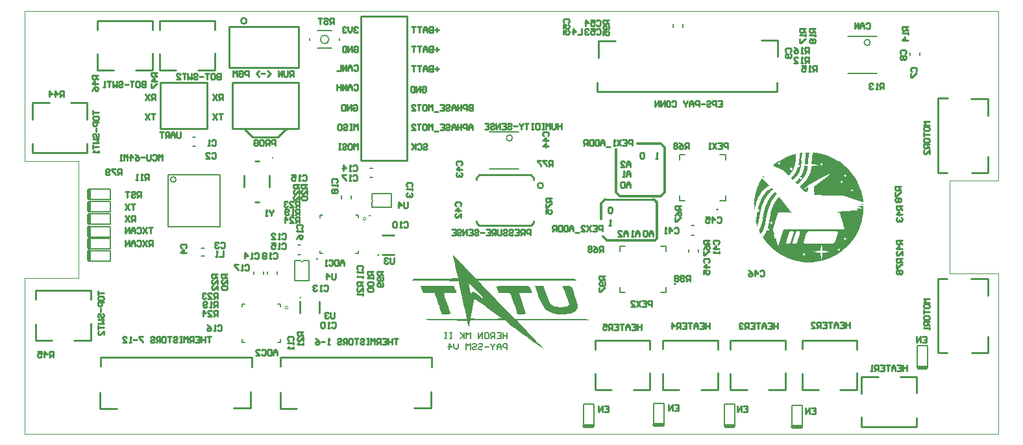
<source format=gbo>
G04*
G04 #@! TF.GenerationSoftware,Altium Limited,Altium Designer,19.1.5 (86)*
G04*
G04 Layer_Color=32896*
%FSLAX44Y44*%
%MOMM*%
G71*
G01*
G75*
%ADD10C,0.2000*%
%ADD11C,0.1524*%
%ADD12C,0.0000*%
%ADD13C,0.1270*%
%ADD14C,0.3000*%
%ADD15C,0.2540*%
%ADD16C,0.5000*%
%ADD17C,0.1000*%
%ADD117C,0.2032*%
G36*
X1581620Y604350D02*
X1582034D01*
Y603936D01*
Y603522D01*
Y603108D01*
Y602694D01*
X1581620D01*
Y602280D01*
Y601866D01*
Y601451D01*
Y601037D01*
Y600623D01*
X1581206D01*
Y600209D01*
Y599795D01*
Y599381D01*
Y598967D01*
Y598553D01*
Y598139D01*
Y597725D01*
Y597311D01*
X1580792D01*
Y596897D01*
Y596483D01*
Y596069D01*
Y595655D01*
Y595241D01*
Y594827D01*
Y594412D01*
Y593998D01*
Y593584D01*
Y593170D01*
Y592756D01*
Y592342D01*
Y591928D01*
Y591514D01*
Y591100D01*
Y590686D01*
Y590272D01*
X1580378D01*
Y589858D01*
Y589444D01*
Y589030D01*
X1578307D01*
Y588616D01*
X1576237D01*
Y589030D01*
Y589444D01*
Y589858D01*
X1576651D01*
Y590272D01*
Y590686D01*
Y591100D01*
Y591514D01*
Y591928D01*
Y592342D01*
Y592756D01*
Y593170D01*
Y593584D01*
Y593998D01*
Y594412D01*
Y594827D01*
Y595241D01*
Y595655D01*
Y596069D01*
Y596483D01*
Y596897D01*
X1577065D01*
Y597311D01*
Y597725D01*
Y598139D01*
Y598553D01*
Y598967D01*
Y599381D01*
Y599795D01*
Y600209D01*
Y600623D01*
Y601037D01*
Y601451D01*
X1577479D01*
Y601866D01*
Y602280D01*
Y602694D01*
Y603108D01*
Y603522D01*
Y603936D01*
X1577893D01*
Y604350D01*
X1578721D01*
Y604764D01*
X1579135D01*
Y604350D01*
X1579549D01*
Y604764D01*
X1579964D01*
Y604350D01*
X1580378D01*
Y604764D01*
X1580792D01*
Y604350D01*
X1581206D01*
Y604764D01*
X1581620D01*
Y604350D01*
D02*
G37*
G36*
X1591143Y603936D02*
X1591557D01*
Y603522D01*
X1591971D01*
Y603936D01*
X1592385D01*
Y603522D01*
X1594456D01*
Y603108D01*
X1594870D01*
Y603522D01*
X1595284D01*
Y603108D01*
X1595698D01*
Y602694D01*
X1596112D01*
Y603108D01*
X1596526D01*
Y602694D01*
X1598596D01*
Y602280D01*
X1599010D01*
Y602694D01*
X1599424D01*
Y602280D01*
X1599838D01*
Y601866D01*
X1601080D01*
Y601451D01*
X1601495D01*
Y601866D01*
X1601909D01*
Y601451D01*
X1602323D01*
Y601037D01*
X1602737D01*
Y601451D01*
X1603151D01*
Y601037D01*
X1604393D01*
Y600623D01*
X1604807D01*
Y600209D01*
X1605221D01*
Y600623D01*
X1605635D01*
Y600209D01*
X1606877D01*
Y599795D01*
X1607291D01*
Y599381D01*
X1608534D01*
Y598967D01*
X1608948D01*
Y599381D01*
X1609362D01*
Y598967D01*
X1609776D01*
Y598553D01*
X1611018D01*
Y598139D01*
X1611432D01*
Y597725D01*
X1612674D01*
Y597311D01*
X1613088D01*
Y596897D01*
X1614330D01*
Y596483D01*
X1614745D01*
Y596069D01*
X1615987D01*
Y595655D01*
X1616401D01*
Y595241D01*
X1616815D01*
Y594827D01*
X1617229D01*
Y594412D01*
X1618471D01*
Y593998D01*
X1618885D01*
Y593584D01*
X1620127D01*
Y593170D01*
X1620541D01*
Y592756D01*
X1620955D01*
Y592342D01*
X1621369D01*
Y591928D01*
X1622612D01*
Y591514D01*
X1623026D01*
Y591100D01*
X1623440D01*
Y590686D01*
X1623854D01*
Y590272D01*
X1624268D01*
Y589858D01*
X1625096D01*
Y589444D01*
X1625924D01*
Y589030D01*
X1626338D01*
Y588616D01*
X1626752D01*
Y588201D01*
X1627166D01*
Y587787D01*
X1627580D01*
Y587373D01*
X1627994D01*
Y586959D01*
X1628409D01*
Y586545D01*
X1628822D01*
Y586131D01*
X1629651D01*
Y585717D01*
Y585303D01*
X1630479D01*
Y584889D01*
Y584475D01*
X1631307D01*
Y584061D01*
Y583647D01*
X1632135D01*
Y583233D01*
Y582819D01*
X1632963D01*
Y582405D01*
Y581991D01*
X1633791D01*
Y581576D01*
Y581162D01*
X1634619D01*
Y580748D01*
Y580334D01*
X1635033D01*
Y579920D01*
X1635448D01*
Y579506D01*
X1635862D01*
Y579092D01*
X1636276D01*
Y578678D01*
X1636690D01*
Y578264D01*
X1637104D01*
Y577850D01*
X1637518D01*
Y577436D01*
X1637932D01*
Y577022D01*
X1638346D01*
Y576608D01*
X1637932D01*
Y576194D01*
X1638346D01*
Y575780D01*
X1638760D01*
Y575366D01*
X1639174D01*
Y574952D01*
X1639588D01*
Y574538D01*
X1640002D01*
Y574123D01*
Y573709D01*
X1640416D01*
Y573295D01*
Y572881D01*
X1640830D01*
Y572467D01*
X1641244D01*
Y572053D01*
X1641658D01*
Y571639D01*
Y571225D01*
X1642072D01*
Y570811D01*
Y570397D01*
X1642487D01*
Y569983D01*
X1642901D01*
Y569569D01*
X1643315D01*
Y569155D01*
X1642901D01*
Y568741D01*
X1643315D01*
Y568327D01*
X1643729D01*
Y567913D01*
X1644143D01*
Y567499D01*
Y567085D01*
Y566670D01*
X1644557D01*
Y566256D01*
X1644971D01*
Y565842D01*
Y565428D01*
X1645385D01*
Y565014D01*
Y564600D01*
X1645799D01*
Y564186D01*
Y563772D01*
Y563358D01*
X1646213D01*
Y562944D01*
X1646627D01*
Y562530D01*
Y562116D01*
Y561702D01*
X1647041D01*
Y561288D01*
X1647455D01*
Y560874D01*
X1647041D01*
Y560460D01*
X1647455D01*
Y560045D01*
X1647869D01*
Y559631D01*
Y559217D01*
Y558803D01*
X1648283D01*
Y558389D01*
Y557975D01*
Y557561D01*
X1648697D01*
Y557147D01*
Y556733D01*
Y556319D01*
X1649111D01*
Y555905D01*
Y555491D01*
Y555077D01*
X1649526D01*
Y554663D01*
X1649940D01*
Y554249D01*
X1649526D01*
Y553834D01*
X1649940D01*
Y553420D01*
Y553006D01*
Y552592D01*
X1650354D01*
Y552178D01*
Y551764D01*
Y551350D01*
X1650768D01*
Y550936D01*
Y550522D01*
Y550108D01*
Y549694D01*
Y549280D01*
X1651182D01*
Y548866D01*
Y548452D01*
Y548038D01*
X1651596D01*
Y547624D01*
X1651182D01*
Y547210D01*
X1651596D01*
Y546796D01*
Y546381D01*
Y545967D01*
Y545553D01*
Y545139D01*
X1652010D01*
Y544725D01*
Y544311D01*
Y543897D01*
X1652424D01*
Y543483D01*
X1652010D01*
Y543069D01*
X1652424D01*
Y542655D01*
X1652010D01*
Y542241D01*
X1652424D01*
Y541827D01*
X1652010D01*
Y541413D01*
X1652424D01*
Y540999D01*
Y540585D01*
Y540171D01*
X1650354D01*
Y540585D01*
X1649111D01*
Y540999D01*
X1647869D01*
Y541413D01*
X1646627D01*
Y541827D01*
X1645385D01*
Y542241D01*
X1644143D01*
Y542655D01*
X1642487D01*
Y543069D01*
X1641244D01*
Y543483D01*
X1640002D01*
Y543897D01*
X1638760D01*
Y544311D01*
X1637518D01*
Y544725D01*
X1636276D01*
Y545139D01*
X1635033D01*
Y545553D01*
X1633791D01*
Y545967D01*
X1632549D01*
Y546381D01*
X1631721D01*
Y546796D01*
X1630479D01*
Y547210D01*
X1629237D01*
Y547624D01*
X1627166D01*
Y548038D01*
X1613916D01*
Y548452D01*
X1598596D01*
Y548866D01*
X1587831D01*
Y549280D01*
X1588245D01*
Y549694D01*
X1588659D01*
Y550108D01*
Y550522D01*
X1589073D01*
Y550936D01*
Y551350D01*
Y551764D01*
Y552178D01*
Y552592D01*
X1588659D01*
Y553006D01*
Y553420D01*
Y553834D01*
Y554249D01*
Y554663D01*
Y555077D01*
Y555491D01*
X1588245D01*
Y555905D01*
Y556319D01*
Y556733D01*
Y557147D01*
Y557561D01*
X1587831D01*
Y557975D01*
Y558389D01*
Y558803D01*
Y559217D01*
X1588245D01*
Y559631D01*
Y560045D01*
X1588659D01*
Y560460D01*
X1589487D01*
Y560874D01*
X1589901D01*
Y561288D01*
X1590315D01*
Y561702D01*
X1590729D01*
Y562116D01*
X1591557D01*
Y562530D01*
X1591971D01*
Y562944D01*
X1592385D01*
Y563358D01*
X1593213D01*
Y563772D01*
X1593627D01*
Y564186D01*
X1594041D01*
Y564600D01*
X1594870D01*
Y565014D01*
X1595284D01*
Y565428D01*
X1595698D01*
Y565842D01*
X1596526D01*
Y566256D01*
X1596940D01*
Y566670D01*
X1597354D01*
Y567085D01*
X1598182D01*
Y567499D01*
X1598596D01*
Y567913D01*
X1599010D01*
Y568327D01*
X1599838D01*
Y568741D01*
X1600252D01*
Y569155D01*
X1600666D01*
Y569569D01*
X1601495D01*
Y569983D01*
X1601909D01*
Y570397D01*
X1602323D01*
Y570811D01*
X1603151D01*
Y571225D01*
X1603565D01*
Y571639D01*
X1603979D01*
Y572053D01*
X1604807D01*
Y572467D01*
X1605221D01*
Y572881D01*
X1605635D01*
Y573295D01*
X1606463D01*
Y573709D01*
X1606877D01*
Y574123D01*
X1607291D01*
Y574538D01*
X1607706D01*
Y574952D01*
X1608120D01*
Y575366D01*
Y575780D01*
X1608534D01*
Y576194D01*
X1608948D01*
Y576608D01*
X1607706D01*
Y576194D01*
X1606877D01*
Y575780D01*
X1606049D01*
Y575366D01*
X1605221D01*
Y574952D01*
X1604807D01*
Y574538D01*
X1603979D01*
Y574123D01*
X1603151D01*
Y573709D01*
X1602323D01*
Y573295D01*
X1601495D01*
Y572881D01*
X1600666D01*
Y572467D01*
X1599838D01*
Y572053D01*
X1599010D01*
Y571639D01*
X1598596D01*
Y571225D01*
X1597768D01*
Y570811D01*
X1596940D01*
Y570397D01*
X1596112D01*
Y569983D01*
X1595284D01*
Y569569D01*
X1594456D01*
Y569155D01*
X1593627D01*
Y568741D01*
X1592799D01*
Y568327D01*
X1592385D01*
Y567913D01*
X1591557D01*
Y567499D01*
X1590729D01*
Y567085D01*
X1589901D01*
Y566670D01*
X1589073D01*
Y566256D01*
X1588245D01*
Y565842D01*
X1587417D01*
Y565428D01*
X1586588D01*
Y565014D01*
X1586174D01*
Y564600D01*
X1585346D01*
Y564186D01*
X1584518D01*
Y563772D01*
X1583690D01*
Y563358D01*
X1582862D01*
Y562944D01*
X1582034D01*
Y562530D01*
X1581206D01*
Y562116D01*
X1580792D01*
Y561702D01*
X1580378D01*
Y561288D01*
X1579964D01*
Y560874D01*
X1579549D01*
Y560460D01*
X1579135D01*
Y560045D01*
X1578721D01*
Y559631D01*
X1578307D01*
Y559217D01*
X1577479D01*
Y558803D01*
X1577065D01*
Y558389D01*
X1576651D01*
Y557975D01*
X1576237D01*
Y557561D01*
X1575409D01*
Y557147D01*
Y556733D01*
X1576237D01*
Y557147D01*
X1577065D01*
Y557561D01*
X1577479D01*
Y557975D01*
X1578307D01*
Y558389D01*
X1579135D01*
Y558803D01*
X1579549D01*
Y559217D01*
X1580378D01*
Y558803D01*
Y558389D01*
Y557975D01*
Y557561D01*
Y557147D01*
Y556733D01*
Y556319D01*
Y555905D01*
Y555491D01*
Y555077D01*
Y554663D01*
X1579964D01*
Y554249D01*
Y553834D01*
Y553420D01*
X1579135D01*
Y553006D01*
X1578307D01*
Y552592D01*
X1577065D01*
Y553006D01*
X1575823D01*
Y553420D01*
X1575409D01*
Y553834D01*
X1574995D01*
Y554249D01*
X1574581D01*
Y554663D01*
X1574167D01*
Y555077D01*
X1573752D01*
Y555491D01*
Y555905D01*
X1573338D01*
Y556319D01*
X1572924D01*
Y556733D01*
X1572510D01*
Y557147D01*
X1572096D01*
Y557561D01*
X1571682D01*
Y557975D01*
X1571268D01*
Y558389D01*
X1570854D01*
Y558803D01*
X1570440D01*
Y559217D01*
X1570026D01*
Y559631D01*
X1569612D01*
Y560045D01*
X1570026D01*
Y560460D01*
X1570440D01*
Y560874D01*
X1570854D01*
Y561288D01*
X1571682D01*
Y561702D01*
X1572096D01*
Y562116D01*
X1572510D01*
Y562530D01*
X1572924D01*
Y562944D01*
X1573338D01*
Y563358D01*
X1573752D01*
Y563772D01*
X1574167D01*
Y564186D01*
X1574581D01*
Y564600D01*
X1574995D01*
Y565014D01*
X1575409D01*
Y565428D01*
X1575823D01*
Y565842D01*
X1576237D01*
Y566256D01*
X1576651D01*
Y566670D01*
X1577065D01*
Y567085D01*
X1577479D01*
Y567499D01*
Y567913D01*
X1577893D01*
Y568327D01*
X1578307D01*
Y568741D01*
X1578721D01*
Y569155D01*
Y569569D01*
X1579135D01*
Y569983D01*
X1579549D01*
Y570397D01*
Y570811D01*
X1579964D01*
Y571225D01*
Y571639D01*
X1580378D01*
Y572053D01*
Y572467D01*
X1580792D01*
Y572881D01*
Y573295D01*
X1581206D01*
Y573709D01*
X1581620D01*
Y574123D01*
Y574538D01*
Y574952D01*
X1582034D01*
Y575366D01*
Y575780D01*
X1582448D01*
Y576194D01*
Y576608D01*
Y577022D01*
X1582862D01*
Y577436D01*
Y577850D01*
Y578264D01*
X1583276D01*
Y577850D01*
X1583690D01*
Y578264D01*
Y578678D01*
Y579092D01*
Y579506D01*
Y579920D01*
Y580334D01*
Y580748D01*
X1584104D01*
Y581162D01*
Y581576D01*
Y581991D01*
Y582405D01*
Y582819D01*
Y583233D01*
X1584518D01*
Y583647D01*
Y584061D01*
Y584475D01*
Y584889D01*
Y585303D01*
Y585717D01*
Y586131D01*
Y586545D01*
X1587417D01*
Y586959D01*
X1590315D01*
Y587373D01*
X1593213D01*
Y587787D01*
Y588201D01*
X1591143D01*
Y588616D01*
X1588245D01*
Y589030D01*
X1585346D01*
Y589444D01*
X1584932D01*
Y589858D01*
Y590272D01*
Y590686D01*
Y591100D01*
Y591514D01*
Y591928D01*
Y592342D01*
Y592756D01*
Y593170D01*
Y593584D01*
X1585346D01*
Y593998D01*
Y594412D01*
Y594827D01*
Y595241D01*
Y595655D01*
Y596069D01*
Y596483D01*
Y596897D01*
Y597311D01*
Y597725D01*
Y598139D01*
X1585760D01*
Y598553D01*
Y598967D01*
Y599381D01*
Y599795D01*
Y600209D01*
Y600623D01*
Y601037D01*
X1586174D01*
Y601451D01*
Y601866D01*
Y602280D01*
Y602694D01*
X1586588D01*
Y603108D01*
Y603522D01*
Y603936D01*
Y604350D01*
X1588659D01*
Y603936D01*
X1589073D01*
Y604350D01*
X1589487D01*
Y603936D01*
X1589901D01*
Y604350D01*
X1590315D01*
Y603936D01*
X1590729D01*
Y604350D01*
X1591143D01*
Y603936D01*
D02*
G37*
G36*
X1572924D02*
Y603522D01*
Y603108D01*
Y602694D01*
Y602280D01*
Y601866D01*
Y601451D01*
Y601037D01*
X1572510D01*
Y600623D01*
Y600209D01*
Y599795D01*
Y599381D01*
Y598967D01*
Y598553D01*
Y598139D01*
Y597725D01*
Y597311D01*
Y596897D01*
Y596483D01*
X1571682D01*
Y596069D01*
X1571268D01*
Y595655D01*
Y595241D01*
Y594827D01*
Y594412D01*
X1571682D01*
Y593998D01*
X1572510D01*
Y593584D01*
X1572096D01*
Y593170D01*
Y592756D01*
Y592342D01*
Y591928D01*
Y591514D01*
Y591100D01*
Y590686D01*
Y590272D01*
Y589858D01*
Y589444D01*
X1571682D01*
Y589030D01*
Y588616D01*
Y588201D01*
Y587787D01*
Y587373D01*
Y586959D01*
Y586545D01*
X1571268D01*
Y586131D01*
Y585717D01*
Y585303D01*
Y584889D01*
X1570854D01*
Y584475D01*
Y584061D01*
Y583647D01*
Y583233D01*
X1570440D01*
Y582819D01*
Y582405D01*
Y581991D01*
X1570026D01*
Y581576D01*
Y581162D01*
X1569612D01*
Y580748D01*
Y580334D01*
Y579920D01*
X1569198D01*
Y579506D01*
Y579092D01*
X1568784D01*
Y578678D01*
Y578264D01*
X1568370D01*
Y577850D01*
Y577436D01*
X1567956D01*
Y577022D01*
Y576608D01*
X1567542D01*
Y576194D01*
X1567128D01*
Y575780D01*
Y575366D01*
X1566714D01*
Y574952D01*
X1566299D01*
Y574538D01*
Y574123D01*
X1565885D01*
Y573709D01*
X1565471D01*
Y573295D01*
X1565057D01*
Y572881D01*
Y572467D01*
X1564643D01*
Y572053D01*
X1564229D01*
Y571639D01*
X1563815D01*
Y571225D01*
X1563401D01*
Y570811D01*
X1562987D01*
Y570397D01*
X1562573D01*
Y569983D01*
X1562159D01*
Y569569D01*
X1561745D01*
Y569155D01*
X1560917D01*
Y568741D01*
X1560503D01*
Y569155D01*
X1560089D01*
Y569569D01*
X1559675D01*
Y569983D01*
X1559261D01*
Y570397D01*
X1558846D01*
Y570811D01*
X1558432D01*
Y571225D01*
Y571639D01*
X1558846D01*
Y572053D01*
X1559261D01*
Y572467D01*
X1559675D01*
Y572881D01*
X1560089D01*
Y573295D01*
X1560503D01*
Y573709D01*
X1560917D01*
Y574123D01*
X1561331D01*
Y574538D01*
Y574952D01*
X1561745D01*
Y575366D01*
X1562159D01*
Y575780D01*
X1562573D01*
Y576194D01*
Y576608D01*
X1562987D01*
Y577022D01*
X1563401D01*
Y577436D01*
Y577850D01*
X1563815D01*
Y578264D01*
X1564229D01*
Y578678D01*
Y579092D01*
X1564643D01*
Y579506D01*
Y579920D01*
X1565057D01*
Y580334D01*
Y580748D01*
X1565471D01*
Y581162D01*
Y581576D01*
X1565885D01*
Y581991D01*
Y582405D01*
Y582819D01*
X1566299D01*
Y583233D01*
Y583647D01*
X1566714D01*
Y584061D01*
Y584475D01*
Y584889D01*
X1567128D01*
Y585303D01*
Y585717D01*
X1567542D01*
Y585303D01*
X1568784D01*
Y585717D01*
X1569612D01*
Y586131D01*
Y586545D01*
Y586959D01*
Y587373D01*
Y587787D01*
X1568784D01*
Y588201D01*
X1567956D01*
Y588616D01*
Y589030D01*
Y589444D01*
Y589858D01*
X1568370D01*
Y590272D01*
Y590686D01*
Y591100D01*
Y591514D01*
Y591928D01*
Y592342D01*
X1568784D01*
Y592756D01*
Y593170D01*
Y593584D01*
Y593998D01*
Y594412D01*
Y594827D01*
Y595241D01*
Y595655D01*
Y596069D01*
Y596483D01*
Y596897D01*
X1569198D01*
Y597311D01*
Y597725D01*
Y598139D01*
Y598553D01*
Y598967D01*
Y599381D01*
Y599795D01*
Y600209D01*
Y600623D01*
Y601037D01*
Y601451D01*
Y601866D01*
Y602280D01*
Y602694D01*
Y603108D01*
X1569612D01*
Y603522D01*
Y603936D01*
X1570026D01*
Y603522D01*
X1570440D01*
Y603936D01*
X1572510D01*
Y604350D01*
X1572924D01*
Y603936D01*
D02*
G37*
G36*
X1564643Y602280D02*
Y601866D01*
Y601451D01*
Y601037D01*
Y600623D01*
Y600209D01*
Y599795D01*
Y599381D01*
Y598967D01*
Y598553D01*
Y598139D01*
Y597725D01*
Y597311D01*
Y596897D01*
Y596483D01*
Y596069D01*
Y595655D01*
Y595241D01*
X1564229D01*
Y594827D01*
Y594412D01*
Y593998D01*
Y593584D01*
Y593170D01*
Y592756D01*
Y592342D01*
Y591928D01*
X1563815D01*
Y591514D01*
Y591100D01*
Y590686D01*
Y590272D01*
Y589858D01*
Y589444D01*
X1563401D01*
Y589030D01*
Y588616D01*
Y588201D01*
Y587787D01*
X1562987D01*
Y587373D01*
Y586959D01*
Y586545D01*
X1562573D01*
Y586131D01*
Y585717D01*
Y585303D01*
X1562159D01*
Y584889D01*
Y584475D01*
X1561745D01*
Y584061D01*
Y583647D01*
Y583233D01*
X1561331D01*
Y582819D01*
Y582405D01*
X1560917D01*
Y581991D01*
Y581576D01*
X1560503D01*
Y581162D01*
Y580748D01*
X1560089D01*
Y580334D01*
Y579920D01*
X1559675D01*
Y579506D01*
X1559261D01*
Y579092D01*
Y578678D01*
X1558846D01*
Y578264D01*
X1558432D01*
Y577850D01*
X1558018D01*
Y577436D01*
Y577022D01*
X1557604D01*
Y576608D01*
X1557190D01*
Y576194D01*
X1556776D01*
Y575780D01*
X1556362D01*
Y575366D01*
X1555948D01*
Y574952D01*
X1555534D01*
Y574538D01*
X1554706D01*
Y574952D01*
X1554292D01*
Y575366D01*
X1553878D01*
Y575780D01*
X1553464D01*
Y576194D01*
X1553049D01*
Y576608D01*
X1552635D01*
Y577022D01*
X1552221D01*
Y577436D01*
X1551807D01*
Y577850D01*
X1551393D01*
Y578264D01*
X1550979D01*
Y578678D01*
X1550565D01*
Y579092D01*
X1550151D01*
Y579506D01*
X1549737D01*
Y579920D01*
X1549323D01*
Y580334D01*
X1548909D01*
Y580748D01*
X1548081D01*
Y581162D01*
X1547667D01*
Y581576D01*
X1546839D01*
Y581991D01*
X1546010D01*
Y582405D01*
X1545182D01*
Y582819D01*
X1543940D01*
Y583233D01*
X1543112D01*
Y583647D01*
X1542284D01*
Y584061D01*
X1541456D01*
Y584475D01*
X1540628D01*
Y584889D01*
X1539386D01*
Y585303D01*
X1538557D01*
Y585717D01*
X1537729D01*
Y586131D01*
X1536487D01*
Y586545D01*
X1535659D01*
Y586959D01*
X1534831D01*
Y587373D01*
X1535245D01*
Y587787D01*
X1535659D01*
Y588201D01*
X1536073D01*
Y588616D01*
X1536487D01*
Y589030D01*
X1536901D01*
Y589444D01*
X1537315D01*
Y589858D01*
X1537729D01*
Y590272D01*
X1538972D01*
Y590686D01*
X1539386D01*
Y591100D01*
X1539800D01*
Y591514D01*
X1540214D01*
Y591928D01*
X1541042D01*
Y592342D01*
X1541456D01*
Y592756D01*
X1542284D01*
Y593170D01*
X1542698D01*
Y593584D01*
X1543940D01*
Y593998D01*
X1544354D01*
Y594412D01*
X1544768D01*
Y594827D01*
X1545182D01*
Y595241D01*
X1546425D01*
Y595655D01*
X1546839D01*
Y596069D01*
X1548081D01*
Y596483D01*
X1548495D01*
Y596897D01*
X1549737D01*
Y597311D01*
X1550151D01*
Y597725D01*
X1551393D01*
Y598139D01*
X1551807D01*
Y598553D01*
X1553049D01*
Y598967D01*
X1553464D01*
Y599381D01*
X1553878D01*
Y598967D01*
X1554292D01*
Y599381D01*
X1555534D01*
Y599795D01*
X1555948D01*
Y600209D01*
X1557190D01*
Y600623D01*
X1557604D01*
Y601037D01*
X1558018D01*
Y600623D01*
X1558432D01*
Y601037D01*
X1559675D01*
Y601451D01*
X1560917D01*
Y601866D01*
X1562987D01*
Y602280D01*
X1563401D01*
Y602694D01*
X1563815D01*
Y602280D01*
X1564229D01*
Y602694D01*
X1564643D01*
Y602280D01*
D02*
G37*
G36*
X1522409Y573295D02*
X1522823D01*
Y572881D01*
Y572467D01*
X1523237D01*
Y572053D01*
X1523651D01*
Y571639D01*
Y571225D01*
X1523237D01*
Y571639D01*
X1521995D01*
Y572053D01*
X1521581D01*
Y572467D01*
X1521995D01*
Y572881D01*
Y573295D01*
Y573709D01*
X1522409D01*
Y573295D01*
D02*
G37*
G36*
X1579135Y586545D02*
X1580378D01*
Y586131D01*
Y585717D01*
X1579964D01*
Y585303D01*
Y584889D01*
Y584475D01*
Y584061D01*
Y583647D01*
Y583233D01*
X1579549D01*
Y582819D01*
Y582405D01*
Y581991D01*
Y581576D01*
Y581162D01*
X1579135D01*
Y580748D01*
Y580334D01*
Y579920D01*
X1578721D01*
Y579506D01*
Y579092D01*
Y578678D01*
X1578307D01*
Y578264D01*
Y577850D01*
Y577436D01*
X1577893D01*
Y577022D01*
Y576608D01*
X1577479D01*
Y576194D01*
Y575780D01*
Y575366D01*
X1577065D01*
Y574952D01*
Y574538D01*
X1576651D01*
Y574123D01*
Y573709D01*
X1576237D01*
Y573295D01*
X1575823D01*
Y572881D01*
Y572467D01*
X1575409D01*
Y572053D01*
Y571639D01*
X1574995D01*
Y571225D01*
X1574581D01*
Y570811D01*
X1574167D01*
Y570397D01*
Y569983D01*
X1573752D01*
Y569569D01*
X1573338D01*
Y569155D01*
X1572924D01*
Y568741D01*
X1572510D01*
Y568327D01*
X1572096D01*
Y567913D01*
X1571682D01*
Y567499D01*
Y567085D01*
X1570854D01*
Y566670D01*
X1570440D01*
Y566256D01*
X1570026D01*
Y565842D01*
X1569612D01*
Y565428D01*
X1569198D01*
Y565014D01*
X1568784D01*
Y564600D01*
X1567956D01*
Y564186D01*
X1567542D01*
Y563772D01*
X1566714D01*
Y563358D01*
X1565885D01*
Y563772D01*
X1565471D01*
Y564186D01*
X1565057D01*
Y564600D01*
X1564643D01*
Y565014D01*
X1564229D01*
Y565428D01*
X1563815D01*
Y565842D01*
X1564229D01*
Y566256D01*
X1565057D01*
Y566670D01*
X1565471D01*
Y567085D01*
X1565885D01*
Y567499D01*
X1566299D01*
Y567913D01*
X1566714D01*
Y568327D01*
X1567128D01*
Y568741D01*
X1567542D01*
Y569155D01*
X1567956D01*
Y569569D01*
Y569983D01*
X1568370D01*
Y570397D01*
X1568784D01*
Y570811D01*
X1569198D01*
Y571225D01*
X1569612D01*
Y571639D01*
Y572053D01*
X1570026D01*
Y572467D01*
X1570440D01*
Y572881D01*
X1570854D01*
Y573295D01*
Y573709D01*
X1571268D01*
Y574123D01*
Y574538D01*
X1571682D01*
Y574952D01*
X1572096D01*
Y575366D01*
Y575780D01*
X1572510D01*
Y576194D01*
Y576608D01*
X1572924D01*
Y577022D01*
Y577436D01*
X1573338D01*
Y577850D01*
Y578264D01*
X1573752D01*
Y578678D01*
Y579092D01*
Y579506D01*
X1574167D01*
Y579920D01*
Y580334D01*
Y580748D01*
X1574581D01*
Y581162D01*
Y581576D01*
Y581991D01*
X1574995D01*
Y582405D01*
Y582819D01*
Y583233D01*
X1575409D01*
Y583647D01*
Y584061D01*
Y584475D01*
Y584889D01*
X1575823D01*
Y585303D01*
Y585717D01*
Y586131D01*
Y586545D01*
Y586959D01*
X1579135D01*
Y586545D01*
D02*
G37*
G36*
X1652838Y537686D02*
Y537272D01*
Y536858D01*
Y536444D01*
Y536030D01*
X1652010D01*
Y536444D01*
X1650768D01*
Y536858D01*
X1649111D01*
Y537272D01*
X1650354D01*
Y537686D01*
X1652424D01*
Y538100D01*
X1652838D01*
Y537686D01*
D02*
G37*
G36*
X1521167Y569983D02*
X1521581D01*
Y569569D01*
X1521995D01*
Y569155D01*
X1522409D01*
Y568741D01*
X1522823D01*
Y568327D01*
X1523237D01*
Y567913D01*
X1523651D01*
Y567499D01*
X1524065D01*
Y567085D01*
X1524479D01*
Y566670D01*
X1524893D01*
Y566256D01*
X1525307D01*
Y565842D01*
X1525722D01*
Y565428D01*
X1526136D01*
Y565014D01*
X1526550D01*
Y564600D01*
X1526964D01*
Y564186D01*
X1527378D01*
Y563772D01*
X1527792D01*
Y563358D01*
X1528206D01*
Y562944D01*
X1528620D01*
Y562530D01*
X1529034D01*
Y562116D01*
X1529448D01*
Y561702D01*
X1529862D01*
Y561288D01*
X1529034D01*
Y560874D01*
X1528620D01*
Y560460D01*
X1527792D01*
Y560045D01*
X1527378D01*
Y559631D01*
X1526550D01*
Y559217D01*
X1526136D01*
Y558803D01*
X1525722D01*
Y558389D01*
X1525307D01*
Y557975D01*
X1524479D01*
Y557561D01*
X1524065D01*
Y557147D01*
X1523651D01*
Y556733D01*
X1523237D01*
Y556319D01*
X1522823D01*
Y555905D01*
X1522409D01*
Y555491D01*
X1521995D01*
Y555077D01*
X1521581D01*
Y554663D01*
X1521167D01*
Y554249D01*
Y553834D01*
X1520753D01*
Y553420D01*
X1520339D01*
Y553006D01*
X1519925D01*
Y552592D01*
Y552178D01*
X1519511D01*
Y551764D01*
X1519097D01*
Y551350D01*
X1518683D01*
Y550936D01*
Y550522D01*
X1518268D01*
Y550108D01*
X1517854D01*
Y549694D01*
Y549280D01*
X1517440D01*
Y548866D01*
Y548452D01*
X1517026D01*
Y548038D01*
Y547624D01*
X1516612D01*
Y547210D01*
X1516198D01*
Y546796D01*
Y546381D01*
X1515784D01*
Y545967D01*
Y545553D01*
X1515370D01*
Y545139D01*
Y544725D01*
X1514956D01*
Y544311D01*
Y543897D01*
Y543483D01*
X1514542D01*
Y543069D01*
Y542655D01*
X1514128D01*
Y542241D01*
Y541827D01*
Y541413D01*
X1513714D01*
Y540999D01*
Y540585D01*
X1513300D01*
Y540171D01*
Y539757D01*
Y539342D01*
X1512886D01*
Y538928D01*
Y538514D01*
Y538100D01*
X1512472D01*
Y537686D01*
Y537272D01*
Y536858D01*
X1512058D01*
Y536444D01*
Y536030D01*
Y535616D01*
Y535202D01*
X1511644D01*
Y534788D01*
Y534374D01*
Y533960D01*
Y533546D01*
X1511230D01*
Y533131D01*
Y532718D01*
Y532303D01*
Y531889D01*
X1510815D01*
Y531475D01*
Y531061D01*
Y530647D01*
Y530233D01*
X1510401D01*
Y529819D01*
Y529405D01*
Y528991D01*
Y528577D01*
Y528163D01*
X1509987D01*
Y528577D01*
Y528991D01*
Y529405D01*
X1509573D01*
Y529819D01*
X1509987D01*
Y530233D01*
X1509573D01*
Y530647D01*
X1509987D01*
Y531061D01*
X1509573D01*
Y531475D01*
X1509987D01*
Y531889D01*
X1509573D01*
Y532303D01*
X1509987D01*
Y532718D01*
X1509573D01*
Y533131D01*
X1509987D01*
Y533546D01*
X1509573D01*
Y533960D01*
X1509987D01*
Y534374D01*
X1509573D01*
Y534788D01*
X1509987D01*
Y535202D01*
X1509573D01*
Y535616D01*
X1509987D01*
Y536030D01*
X1509573D01*
Y536444D01*
X1509987D01*
Y536858D01*
Y537272D01*
Y537686D01*
X1509573D01*
Y538100D01*
X1509987D01*
Y538514D01*
Y538928D01*
Y539342D01*
Y539757D01*
Y540171D01*
X1510401D01*
Y540585D01*
X1509987D01*
Y540999D01*
X1510401D01*
Y541413D01*
Y541827D01*
Y542241D01*
X1510815D01*
Y542655D01*
X1510401D01*
Y543069D01*
X1510815D01*
Y543483D01*
X1510401D01*
Y543897D01*
X1510815D01*
Y544311D01*
X1510401D01*
Y544725D01*
X1510815D01*
Y545139D01*
Y545553D01*
Y545967D01*
X1511230D01*
Y546381D01*
Y546796D01*
Y547210D01*
Y547624D01*
Y548038D01*
X1511644D01*
Y548452D01*
X1511230D01*
Y548866D01*
X1511644D01*
Y549280D01*
Y549694D01*
Y550108D01*
X1512058D01*
Y550522D01*
Y550936D01*
Y551350D01*
X1512472D01*
Y551764D01*
X1512058D01*
Y552178D01*
X1512472D01*
Y552592D01*
Y553006D01*
Y553420D01*
X1512886D01*
Y553834D01*
Y554249D01*
Y554663D01*
X1513300D01*
Y555077D01*
Y555491D01*
Y555905D01*
X1513714D01*
Y556319D01*
Y556733D01*
Y557147D01*
X1514128D01*
Y557561D01*
Y557975D01*
Y558389D01*
X1514542D01*
Y558803D01*
X1514956D01*
Y559217D01*
X1514542D01*
Y559631D01*
X1514956D01*
Y560045D01*
X1515370D01*
Y560460D01*
Y560874D01*
Y561288D01*
X1515784D01*
Y561702D01*
Y562116D01*
X1516198D01*
Y562530D01*
Y562944D01*
X1516612D01*
Y563358D01*
Y563772D01*
Y564186D01*
X1517026D01*
Y564600D01*
X1517440D01*
Y565014D01*
Y565428D01*
Y565842D01*
X1517854D01*
Y566256D01*
X1518268D01*
Y566670D01*
Y567085D01*
Y567499D01*
X1518683D01*
Y567913D01*
X1519097D01*
Y568327D01*
Y568741D01*
X1519511D01*
Y569155D01*
Y569569D01*
X1519925D01*
Y569983D01*
X1520339D01*
Y570397D01*
X1521167D01*
Y569983D01*
D02*
G37*
G36*
X1533589Y557561D02*
X1534003D01*
Y557147D01*
X1534417D01*
Y556733D01*
X1534831D01*
Y556319D01*
Y555905D01*
X1534417D01*
Y555491D01*
X1533589D01*
Y555077D01*
X1533175D01*
Y554663D01*
X1532761D01*
Y554249D01*
X1532346D01*
Y553834D01*
X1531933D01*
Y553420D01*
X1531518D01*
Y553006D01*
X1531104D01*
Y552592D01*
X1530690D01*
Y552178D01*
X1530276D01*
Y551764D01*
X1529862D01*
Y551350D01*
X1529448D01*
Y550936D01*
X1529034D01*
Y550522D01*
X1528620D01*
Y550108D01*
X1528206D01*
Y549694D01*
Y549280D01*
X1527792D01*
Y548866D01*
X1527378D01*
Y548452D01*
X1526964D01*
Y548038D01*
Y547624D01*
X1526550D01*
Y547210D01*
X1526136D01*
Y546796D01*
Y546381D01*
X1525722D01*
Y545967D01*
X1525307D01*
Y545553D01*
Y545139D01*
X1524893D01*
Y544725D01*
Y544311D01*
X1524479D01*
Y543897D01*
X1524065D01*
Y543483D01*
Y543069D01*
X1523651D01*
Y542655D01*
Y542241D01*
X1523237D01*
Y541827D01*
Y541413D01*
Y540999D01*
X1522823D01*
Y540585D01*
Y540171D01*
X1522409D01*
Y539757D01*
Y539342D01*
X1521995D01*
Y538928D01*
Y538514D01*
Y538100D01*
X1521581D01*
Y537686D01*
Y537272D01*
X1521167D01*
Y536858D01*
Y536444D01*
Y536030D01*
X1520753D01*
Y535616D01*
Y535202D01*
Y534788D01*
X1520339D01*
Y534374D01*
Y533960D01*
Y533546D01*
X1519925D01*
Y533131D01*
Y532718D01*
Y532303D01*
Y531889D01*
X1519511D01*
Y531475D01*
Y531061D01*
Y530647D01*
X1519097D01*
Y530233D01*
Y529819D01*
Y529405D01*
Y528991D01*
X1518683D01*
Y528577D01*
Y528163D01*
Y527749D01*
Y527335D01*
Y526921D01*
X1518268D01*
Y526507D01*
Y526092D01*
Y525678D01*
Y525264D01*
Y524850D01*
X1517854D01*
Y524436D01*
Y524022D01*
Y523608D01*
Y523194D01*
Y522780D01*
X1517440D01*
Y522366D01*
Y521952D01*
Y521538D01*
Y521124D01*
Y520710D01*
Y520296D01*
X1517026D01*
Y519882D01*
Y519468D01*
Y519053D01*
Y518639D01*
Y518225D01*
Y517811D01*
Y517397D01*
X1516612D01*
Y516983D01*
Y516569D01*
Y516155D01*
Y515741D01*
Y515327D01*
X1516198D01*
Y514913D01*
Y514499D01*
Y514085D01*
Y513671D01*
X1515784D01*
Y513257D01*
Y512843D01*
Y512429D01*
Y512014D01*
X1515370D01*
Y511600D01*
Y511186D01*
Y510772D01*
X1514956D01*
Y510358D01*
Y509944D01*
Y509530D01*
X1514542D01*
Y509116D01*
Y508702D01*
X1513714D01*
Y509116D01*
X1514128D01*
Y509530D01*
X1513714D01*
Y509944D01*
Y510358D01*
Y510772D01*
X1513300D01*
Y511186D01*
X1512886D01*
Y511600D01*
X1513300D01*
Y512014D01*
X1512886D01*
Y512429D01*
Y512843D01*
Y513257D01*
X1512472D01*
Y513671D01*
X1512058D01*
Y514085D01*
X1512472D01*
Y514499D01*
X1512058D01*
Y514913D01*
Y515327D01*
X1512472D01*
Y515741D01*
Y516155D01*
Y516569D01*
X1512886D01*
Y516983D01*
Y517397D01*
Y517811D01*
Y518225D01*
X1513300D01*
Y518639D01*
Y519053D01*
Y519468D01*
Y519882D01*
Y520296D01*
Y520710D01*
X1513714D01*
Y521124D01*
Y521538D01*
Y521952D01*
Y522366D01*
Y522780D01*
Y523194D01*
X1514128D01*
Y523608D01*
Y524022D01*
Y524436D01*
Y524850D01*
Y525264D01*
Y525678D01*
Y526092D01*
X1514542D01*
Y526507D01*
Y526921D01*
Y527335D01*
Y527749D01*
X1514956D01*
Y527335D01*
X1516198D01*
Y527749D01*
X1516612D01*
Y528163D01*
X1517026D01*
Y528577D01*
Y528991D01*
Y529405D01*
X1516612D01*
Y529819D01*
X1516198D01*
Y530233D01*
X1515370D01*
Y530647D01*
Y531061D01*
Y531475D01*
Y531889D01*
X1515784D01*
Y532303D01*
Y532718D01*
Y533131D01*
Y533546D01*
X1516198D01*
Y533960D01*
Y534374D01*
Y534788D01*
X1516612D01*
Y535202D01*
Y535616D01*
Y536030D01*
Y536444D01*
X1517026D01*
Y536858D01*
Y537272D01*
Y537686D01*
X1517440D01*
Y538100D01*
Y538514D01*
Y538928D01*
X1517854D01*
Y539342D01*
Y539757D01*
Y540171D01*
X1518268D01*
Y540585D01*
Y540999D01*
X1518683D01*
Y541413D01*
Y541827D01*
X1519097D01*
Y542241D01*
Y542655D01*
Y543069D01*
X1519511D01*
Y543483D01*
Y543897D01*
X1519925D01*
Y544311D01*
Y544725D01*
X1520339D01*
Y545139D01*
Y545553D01*
X1520753D01*
Y545967D01*
Y546381D01*
X1521167D01*
Y546796D01*
X1521581D01*
Y547210D01*
Y547624D01*
X1521995D01*
Y548038D01*
X1522409D01*
Y548452D01*
Y548866D01*
X1522823D01*
Y549280D01*
X1523237D01*
Y549694D01*
Y550108D01*
X1523651D01*
Y550522D01*
X1524065D01*
Y550936D01*
X1524479D01*
Y551350D01*
Y551764D01*
X1524893D01*
Y552178D01*
X1525307D01*
Y552592D01*
X1525722D01*
Y553006D01*
X1526136D01*
Y553420D01*
X1526550D01*
Y553834D01*
X1526964D01*
Y554249D01*
X1527378D01*
Y554663D01*
X1528206D01*
Y555077D01*
X1528620D01*
Y555491D01*
X1529034D01*
Y555905D01*
X1529448D01*
Y556319D01*
X1530276D01*
Y556733D01*
X1530690D01*
Y557147D01*
X1531518D01*
Y557561D01*
X1532346D01*
Y557975D01*
X1533589D01*
Y557561D01*
D02*
G37*
G36*
X1543112Y545967D02*
Y545553D01*
X1543526D01*
Y545139D01*
X1543940D01*
Y544725D01*
X1544354D01*
Y544311D01*
X1544768D01*
Y543897D01*
Y543483D01*
X1545182D01*
Y543069D01*
X1545596D01*
Y542655D01*
X1546010D01*
Y542241D01*
X1546425D01*
Y541827D01*
Y541413D01*
X1546839D01*
Y540999D01*
X1547253D01*
Y540585D01*
X1547667D01*
Y540171D01*
X1548081D01*
Y539757D01*
Y539342D01*
X1548495D01*
Y538928D01*
X1548909D01*
Y538514D01*
X1549323D01*
Y538100D01*
X1549737D01*
Y537686D01*
Y537272D01*
X1550151D01*
Y536858D01*
X1550565D01*
Y536444D01*
X1550979D01*
Y536030D01*
Y535616D01*
X1551393D01*
Y535202D01*
X1551807D01*
Y534788D01*
X1552221D01*
Y534374D01*
X1552635D01*
Y533960D01*
Y533546D01*
X1553049D01*
Y533131D01*
X1553464D01*
Y532718D01*
X1553878D01*
Y532303D01*
X1554292D01*
Y531889D01*
Y531475D01*
X1554706D01*
Y531061D01*
X1555120D01*
Y530647D01*
X1555534D01*
Y530233D01*
X1555948D01*
Y529819D01*
Y529405D01*
X1556362D01*
Y528991D01*
X1556776D01*
Y528577D01*
X1557190D01*
Y528163D01*
X1557604D01*
Y527749D01*
Y527335D01*
X1558018D01*
Y526921D01*
X1558432D01*
Y526507D01*
X1558846D01*
Y526092D01*
X1559261D01*
Y525678D01*
X1558846D01*
Y526092D01*
X1541456D01*
Y525678D01*
X1541042D01*
Y525264D01*
Y524850D01*
Y524436D01*
X1540628D01*
Y524022D01*
Y523608D01*
Y523194D01*
Y522780D01*
X1540214D01*
Y522366D01*
Y521952D01*
Y521538D01*
X1539800D01*
Y521124D01*
Y520710D01*
Y520296D01*
X1539386D01*
Y519882D01*
Y519468D01*
Y519053D01*
X1538972D01*
Y518639D01*
Y518225D01*
Y517811D01*
Y517397D01*
X1538557D01*
Y516983D01*
Y516569D01*
Y516155D01*
X1538143D01*
Y515741D01*
Y515327D01*
Y514913D01*
X1537729D01*
Y514499D01*
Y514085D01*
Y513671D01*
X1537315D01*
Y513257D01*
Y512843D01*
Y512429D01*
Y512014D01*
X1536901D01*
Y511600D01*
Y511186D01*
Y510772D01*
X1536487D01*
Y510358D01*
Y509944D01*
Y509530D01*
X1536073D01*
Y509116D01*
Y508702D01*
Y508288D01*
X1535659D01*
Y507874D01*
Y507460D01*
Y507046D01*
Y506632D01*
X1535245D01*
Y506218D01*
Y505804D01*
Y505390D01*
X1534831D01*
Y504975D01*
Y504561D01*
Y504147D01*
Y503733D01*
Y503319D01*
X1535245D01*
Y502905D01*
Y502491D01*
Y502077D01*
X1535659D01*
Y501663D01*
Y501249D01*
Y500835D01*
Y500421D01*
X1536073D01*
Y500007D01*
Y499593D01*
Y499179D01*
X1536487D01*
Y498764D01*
Y498350D01*
Y497936D01*
Y497522D01*
X1536073D01*
Y497108D01*
Y496694D01*
Y496280D01*
Y495866D01*
Y495452D01*
X1536487D01*
Y495038D01*
Y494624D01*
Y494210D01*
X1536901D01*
Y493796D01*
Y493382D01*
Y492968D01*
Y492554D01*
X1537315D01*
Y492140D01*
X1538557D01*
Y491726D01*
Y491311D01*
X1538972D01*
Y490897D01*
Y490483D01*
Y490069D01*
X1539386D01*
Y489655D01*
Y489241D01*
Y488827D01*
Y488413D01*
X1539800D01*
Y487999D01*
Y487585D01*
Y487171D01*
X1540214D01*
Y486757D01*
Y486343D01*
Y485929D01*
X1540628D01*
Y485515D01*
Y485101D01*
Y484687D01*
X1541042D01*
Y484272D01*
Y483858D01*
Y483444D01*
Y483030D01*
X1541870D01*
Y483444D01*
Y483858D01*
X1542284D01*
Y484272D01*
Y484687D01*
Y485101D01*
Y485515D01*
X1542698D01*
Y485929D01*
Y486343D01*
Y486757D01*
X1543112D01*
Y487171D01*
Y487585D01*
Y487999D01*
X1543526D01*
Y488413D01*
Y488827D01*
Y489241D01*
X1543940D01*
Y489655D01*
Y490069D01*
Y490483D01*
X1544354D01*
Y490897D01*
Y491311D01*
Y491726D01*
Y492140D01*
X1544768D01*
Y492554D01*
Y492968D01*
Y493382D01*
X1545182D01*
Y493796D01*
Y494210D01*
Y494624D01*
X1545596D01*
Y495038D01*
Y495452D01*
Y495866D01*
X1546010D01*
Y496280D01*
Y496694D01*
Y497108D01*
Y497522D01*
X1546425D01*
Y497936D01*
Y498350D01*
Y498764D01*
X1546839D01*
Y499179D01*
Y499593D01*
Y500007D01*
X1547253D01*
Y500421D01*
Y500835D01*
Y501249D01*
X1547667D01*
Y501663D01*
Y502077D01*
Y502491D01*
Y502905D01*
X1548081D01*
Y503319D01*
Y503733D01*
Y504147D01*
X1628409D01*
Y504561D01*
X1627994D01*
Y504975D01*
Y505390D01*
Y505804D01*
X1627580D01*
Y506218D01*
Y506632D01*
Y507046D01*
Y507460D01*
X1627166D01*
Y507874D01*
Y508288D01*
Y508702D01*
X1626752D01*
Y509116D01*
Y509530D01*
Y509944D01*
X1626338D01*
Y510358D01*
Y510772D01*
Y511186D01*
X1625924D01*
Y511600D01*
Y512014D01*
Y512429D01*
Y512843D01*
X1625510D01*
Y513257D01*
Y513671D01*
Y514085D01*
X1625096D01*
Y514499D01*
Y514913D01*
Y515327D01*
X1624682D01*
Y515741D01*
Y516155D01*
Y516569D01*
X1624268D01*
Y516983D01*
Y517397D01*
Y517811D01*
Y518225D01*
X1623854D01*
Y518639D01*
Y519053D01*
Y519468D01*
X1623440D01*
Y519882D01*
Y520296D01*
Y520710D01*
X1623026D01*
Y521124D01*
Y521538D01*
Y521952D01*
X1622612D01*
Y522366D01*
Y522780D01*
Y523194D01*
Y523608D01*
X1622198D01*
Y524022D01*
Y524436D01*
Y524850D01*
X1621783D01*
Y525264D01*
Y525678D01*
X1621369D01*
Y526092D01*
X1616401D01*
Y526507D01*
X1618471D01*
Y526921D01*
X1620127D01*
Y527335D01*
X1623854D01*
Y527749D01*
X1630065D01*
Y528163D01*
X1635862D01*
Y528577D01*
X1641658D01*
Y528991D01*
X1645385D01*
Y529405D01*
Y529819D01*
X1644971D01*
Y530233D01*
X1644143D01*
Y530647D01*
X1643729D01*
Y531061D01*
X1643315D01*
Y531475D01*
X1642901D01*
Y531889D01*
X1643315D01*
Y531475D01*
X1647455D01*
Y531061D01*
X1650768D01*
Y531475D01*
Y531889D01*
X1649526D01*
Y532303D01*
X1649111D01*
Y532718D01*
X1648283D01*
Y533131D01*
X1647869D01*
Y533546D01*
X1647041D01*
Y533960D01*
X1646213D01*
Y534374D01*
X1652424D01*
Y533960D01*
X1653252D01*
Y533546D01*
X1652838D01*
Y533131D01*
X1653252D01*
Y532718D01*
X1652838D01*
Y532303D01*
X1653252D01*
Y531889D01*
X1652838D01*
Y531475D01*
Y531061D01*
Y530647D01*
Y530233D01*
Y529819D01*
Y529405D01*
Y528991D01*
Y528577D01*
Y528163D01*
Y527749D01*
Y527335D01*
X1652424D01*
Y526921D01*
Y526507D01*
Y526092D01*
X1652838D01*
Y525678D01*
X1652424D01*
Y525264D01*
Y524850D01*
Y524436D01*
Y524022D01*
Y523608D01*
X1652010D01*
Y523194D01*
X1652424D01*
Y522780D01*
X1652010D01*
Y522366D01*
Y521952D01*
Y521538D01*
Y521124D01*
Y520710D01*
X1651596D01*
Y520296D01*
Y519882D01*
Y519468D01*
X1651182D01*
Y519053D01*
X1651596D01*
Y518639D01*
X1651182D01*
Y518225D01*
X1651596D01*
Y517811D01*
X1651182D01*
Y517397D01*
Y516983D01*
Y516569D01*
X1650768D01*
Y516155D01*
Y515741D01*
Y515327D01*
X1650354D01*
Y514913D01*
X1650768D01*
Y514499D01*
X1650354D01*
Y514085D01*
Y513671D01*
Y513257D01*
X1649940D01*
Y512843D01*
Y512429D01*
Y512014D01*
X1649526D01*
Y511600D01*
Y511186D01*
Y510772D01*
X1649111D01*
Y510358D01*
X1648697D01*
Y509944D01*
X1649111D01*
Y509530D01*
X1648697D01*
Y509116D01*
Y508702D01*
Y508288D01*
X1648283D01*
Y507874D01*
Y507460D01*
Y507046D01*
X1647869D01*
Y506632D01*
Y506218D01*
Y505804D01*
X1647455D01*
Y505390D01*
X1647041D01*
Y504975D01*
X1647455D01*
Y504561D01*
X1647041D01*
Y504147D01*
X1646627D01*
Y503733D01*
X1646213D01*
Y503319D01*
X1646627D01*
Y502905D01*
X1646213D01*
Y502491D01*
X1645799D01*
Y502077D01*
X1645385D01*
Y501663D01*
X1645799D01*
Y501249D01*
X1645385D01*
Y500835D01*
X1644971D01*
Y500421D01*
Y500007D01*
Y499593D01*
X1644557D01*
Y499179D01*
X1644143D01*
Y498764D01*
X1643729D01*
Y498350D01*
X1644143D01*
Y497936D01*
X1643729D01*
Y497522D01*
X1643315D01*
Y497108D01*
X1642901D01*
Y496694D01*
Y496280D01*
Y495866D01*
X1642487D01*
Y495452D01*
X1642072D01*
Y495038D01*
X1641658D01*
Y494624D01*
X1641244D01*
Y494210D01*
X1641658D01*
Y493796D01*
X1641244D01*
Y493382D01*
X1640830D01*
Y492968D01*
X1640416D01*
Y492554D01*
X1640002D01*
Y492140D01*
X1639588D01*
Y491726D01*
Y491311D01*
Y490897D01*
X1639174D01*
Y490483D01*
X1638760D01*
Y490069D01*
X1638346D01*
Y489655D01*
X1637932D01*
Y489241D01*
X1637518D01*
Y488827D01*
X1637104D01*
Y488413D01*
X1637518D01*
Y487999D01*
X1636690D01*
Y487585D01*
Y487171D01*
X1636276D01*
Y486757D01*
X1635862D01*
Y486343D01*
X1635448D01*
Y485929D01*
X1635033D01*
Y485515D01*
X1634619D01*
Y485101D01*
X1634205D01*
Y484687D01*
X1633791D01*
Y484272D01*
X1633377D01*
Y483858D01*
X1632963D01*
Y483444D01*
X1632549D01*
Y483030D01*
X1632135D01*
Y482616D01*
X1631721D01*
Y482202D01*
X1631307D01*
Y481788D01*
X1630893D01*
Y481374D01*
X1630479D01*
Y480960D01*
X1630065D01*
Y480546D01*
X1629651D01*
Y480132D01*
X1629237D01*
Y479718D01*
X1628822D01*
Y479304D01*
X1628409D01*
Y478890D01*
X1627994D01*
Y478476D01*
X1627580D01*
Y478061D01*
X1626752D01*
Y477648D01*
Y477233D01*
X1625510D01*
Y476819D01*
X1625096D01*
Y476405D01*
X1624682D01*
Y475991D01*
X1624268D01*
Y475577D01*
X1623854D01*
Y475163D01*
X1623440D01*
Y474749D01*
X1622198D01*
Y474335D01*
X1621783D01*
Y473921D01*
X1621369D01*
Y473507D01*
X1620955D01*
Y473093D01*
X1619713D01*
Y472679D01*
X1619299D01*
Y472265D01*
X1618885D01*
Y471851D01*
X1618471D01*
Y471437D01*
X1617229D01*
Y471022D01*
X1616815D01*
Y470608D01*
X1615573D01*
Y470194D01*
X1615159D01*
Y469780D01*
X1614745D01*
Y469366D01*
X1614330D01*
Y469780D01*
X1613916D01*
Y469366D01*
X1613502D01*
Y468952D01*
X1612260D01*
Y468538D01*
X1611846D01*
Y468124D01*
X1610604D01*
Y467710D01*
X1610190D01*
Y467296D01*
X1608948D01*
Y466882D01*
X1608534D01*
Y466468D01*
X1607291D01*
Y466054D01*
X1606877D01*
Y466468D01*
X1606463D01*
Y466054D01*
X1606049D01*
Y465640D01*
X1604807D01*
Y465226D01*
X1604393D01*
Y465640D01*
X1603979D01*
Y465226D01*
X1604393D01*
Y464812D01*
X1603979D01*
Y465226D01*
X1603565D01*
Y464812D01*
X1602323D01*
Y464398D01*
X1601909D01*
Y464812D01*
X1601495D01*
Y464398D01*
X1601080D01*
Y463983D01*
X1599010D01*
Y463569D01*
X1597768D01*
Y463155D01*
X1595698D01*
Y462741D01*
X1595284D01*
Y463155D01*
X1594870D01*
Y462741D01*
X1593627D01*
Y462327D01*
X1593213D01*
Y462741D01*
X1592799D01*
Y462327D01*
X1590729D01*
Y461913D01*
X1590315D01*
Y462327D01*
X1589901D01*
Y461913D01*
X1589487D01*
Y462327D01*
X1589073D01*
Y461913D01*
X1589487D01*
Y461499D01*
X1589073D01*
Y461913D01*
X1588659D01*
Y461499D01*
X1588245D01*
Y461913D01*
X1587831D01*
Y461499D01*
X1587417D01*
Y461913D01*
X1587003D01*
Y461499D01*
X1575823D01*
Y461913D01*
X1575409D01*
Y461499D01*
X1574995D01*
Y461913D01*
X1574581D01*
Y461499D01*
X1574167D01*
Y461913D01*
X1572924D01*
Y462327D01*
X1572510D01*
Y461913D01*
X1572096D01*
Y462327D01*
X1569198D01*
Y462741D01*
X1568784D01*
Y462327D01*
X1568370D01*
Y462741D01*
X1567128D01*
Y463155D01*
X1566714D01*
Y462741D01*
X1566299D01*
Y463155D01*
X1565057D01*
Y463569D01*
X1564643D01*
Y463155D01*
X1564229D01*
Y463569D01*
X1563815D01*
Y463983D01*
X1561745D01*
Y464398D01*
X1560503D01*
Y464812D01*
X1559261D01*
Y465226D01*
X1558846D01*
Y464812D01*
X1558432D01*
Y465226D01*
X1558018D01*
Y465640D01*
X1556776D01*
Y466054D01*
X1555534D01*
Y466468D01*
X1554292D01*
Y466882D01*
X1553878D01*
Y467296D01*
X1552635D01*
Y467710D01*
X1552221D01*
Y468124D01*
X1551807D01*
Y467710D01*
X1551393D01*
Y468124D01*
X1550979D01*
Y468538D01*
X1549737D01*
Y468952D01*
X1549323D01*
Y469366D01*
X1548909D01*
Y469780D01*
X1548495D01*
Y469366D01*
X1548081D01*
Y469780D01*
X1547667D01*
Y470194D01*
X1547253D01*
Y470608D01*
X1546010D01*
Y471022D01*
X1545596D01*
Y471437D01*
X1544354D01*
Y471851D01*
X1543940D01*
Y472265D01*
X1543526D01*
Y472679D01*
X1542698D01*
Y473093D01*
X1541870D01*
Y473507D01*
X1541456D01*
Y473921D01*
X1540628D01*
Y474335D01*
Y474749D01*
X1539386D01*
Y475163D01*
X1538972D01*
Y475577D01*
X1538557D01*
Y475991D01*
X1538143D01*
Y476405D01*
X1537315D01*
Y476819D01*
X1536901D01*
Y477233D01*
X1536073D01*
Y477648D01*
X1535659D01*
Y478061D01*
X1535245D01*
Y478476D01*
X1534831D01*
Y478890D01*
X1534417D01*
Y479304D01*
X1534003D01*
Y479718D01*
X1533589D01*
Y480132D01*
X1533175D01*
Y480546D01*
X1532346D01*
Y480960D01*
Y481374D01*
X1531104D01*
Y481788D01*
X1531518D01*
Y482202D01*
X1530690D01*
Y482616D01*
Y483030D01*
X1529862D01*
Y483444D01*
Y483858D01*
X1529034D01*
Y484272D01*
Y484687D01*
X1528620D01*
Y485101D01*
X1528206D01*
Y485515D01*
X1527792D01*
Y485929D01*
X1527378D01*
Y486343D01*
X1526964D01*
Y486757D01*
X1526550D01*
Y487171D01*
X1526136D01*
Y487585D01*
X1525722D01*
Y487999D01*
X1525307D01*
Y488413D01*
Y488827D01*
X1524893D01*
Y489241D01*
Y489655D01*
X1524479D01*
Y490069D01*
X1524065D01*
Y490483D01*
X1523651D01*
Y490897D01*
X1523237D01*
Y491311D01*
X1522823D01*
Y491726D01*
X1523237D01*
Y492140D01*
X1522409D01*
Y492554D01*
Y492968D01*
X1521995D01*
Y493382D01*
X1521581D01*
Y493796D01*
X1521167D01*
Y494210D01*
X1521995D01*
Y494624D01*
Y495038D01*
X1522409D01*
Y495452D01*
X1522823D01*
Y495866D01*
Y496280D01*
X1523237D01*
Y496694D01*
X1523651D01*
Y497108D01*
Y497522D01*
X1524065D01*
Y497936D01*
Y498350D01*
X1524479D01*
Y498764D01*
Y499179D01*
X1524893D01*
Y499593D01*
X1525307D01*
Y500007D01*
Y500421D01*
X1525722D01*
Y500835D01*
Y501249D01*
Y501663D01*
X1526136D01*
Y502077D01*
Y502491D01*
X1526550D01*
Y502905D01*
Y503319D01*
X1526964D01*
Y502905D01*
X1529034D01*
Y503319D01*
Y503733D01*
X1529448D01*
Y504147D01*
Y504561D01*
Y504975D01*
X1529034D01*
Y505390D01*
X1528206D01*
Y505804D01*
X1527792D01*
Y506218D01*
Y506632D01*
Y507046D01*
X1528206D01*
Y507460D01*
Y507874D01*
Y508288D01*
X1528620D01*
Y508702D01*
Y509116D01*
Y509530D01*
Y509944D01*
X1529034D01*
Y510358D01*
Y510772D01*
Y511186D01*
Y511600D01*
Y512014D01*
X1529448D01*
Y512429D01*
Y512843D01*
Y513257D01*
Y513671D01*
Y514085D01*
X1529862D01*
Y514499D01*
Y514913D01*
Y515327D01*
Y515741D01*
Y516155D01*
Y516569D01*
Y516983D01*
X1530276D01*
Y517397D01*
Y517811D01*
Y518225D01*
Y518639D01*
Y519053D01*
Y519468D01*
X1530690D01*
Y519882D01*
Y520296D01*
Y520710D01*
Y521124D01*
Y521538D01*
X1531104D01*
Y521952D01*
Y522366D01*
Y522780D01*
Y523194D01*
Y523608D01*
X1531518D01*
Y524022D01*
Y524436D01*
Y524850D01*
Y525264D01*
X1531933D01*
Y525678D01*
Y526092D01*
Y526507D01*
Y526921D01*
X1532346D01*
Y527335D01*
Y527749D01*
Y528163D01*
X1532761D01*
Y528577D01*
Y528991D01*
Y529405D01*
X1533175D01*
Y529819D01*
Y530233D01*
Y530647D01*
Y531061D01*
X1533589D01*
Y531475D01*
Y531889D01*
X1534003D01*
Y532303D01*
Y532718D01*
Y533131D01*
X1534417D01*
Y533546D01*
Y533960D01*
X1534831D01*
Y534374D01*
Y534788D01*
Y535202D01*
X1535245D01*
Y535616D01*
Y536030D01*
X1535659D01*
Y536444D01*
Y536858D01*
X1536073D01*
Y537272D01*
Y537686D01*
X1536487D01*
Y538100D01*
Y538514D01*
X1536901D01*
Y538928D01*
Y539342D01*
X1537315D01*
Y539757D01*
X1537729D01*
Y540171D01*
Y540585D01*
X1538143D01*
Y540999D01*
Y541413D01*
X1538557D01*
Y541827D01*
X1538972D01*
Y542241D01*
Y542655D01*
X1539386D01*
Y543069D01*
X1539800D01*
Y543483D01*
X1540214D01*
Y543897D01*
X1540628D01*
Y544311D01*
Y544725D01*
X1541042D01*
Y545139D01*
X1541456D01*
Y545553D01*
X1541870D01*
Y545967D01*
X1542284D01*
Y546381D01*
X1543112D01*
Y545967D01*
D02*
G37*
G36*
X1538143Y552178D02*
X1538557D01*
Y551764D01*
Y551350D01*
X1538972D01*
Y550936D01*
X1539386D01*
Y550522D01*
X1539800D01*
Y550108D01*
Y549694D01*
X1539386D01*
Y549280D01*
X1538972D01*
Y548866D01*
X1538557D01*
Y548452D01*
X1538143D01*
Y548038D01*
X1537729D01*
Y547624D01*
Y547210D01*
X1537315D01*
Y546796D01*
X1536901D01*
Y546381D01*
X1536487D01*
Y545967D01*
X1536073D01*
Y545553D01*
Y545139D01*
X1535659D01*
Y544725D01*
X1535245D01*
Y544311D01*
X1534831D01*
Y543897D01*
Y543483D01*
X1534417D01*
Y543069D01*
X1534003D01*
Y542655D01*
Y542241D01*
X1533589D01*
Y541827D01*
Y541413D01*
X1533175D01*
Y540999D01*
X1532761D01*
Y540585D01*
Y540171D01*
X1532346D01*
Y539757D01*
Y539342D01*
X1531933D01*
Y538928D01*
Y538514D01*
X1531518D01*
Y538100D01*
Y537686D01*
X1531104D01*
Y537272D01*
Y536858D01*
X1530690D01*
Y536444D01*
Y536030D01*
Y535616D01*
X1530276D01*
Y535202D01*
Y534788D01*
X1529862D01*
Y534374D01*
Y533960D01*
Y533546D01*
X1529448D01*
Y533131D01*
Y532718D01*
Y532303D01*
X1529034D01*
Y531889D01*
Y531475D01*
Y531061D01*
X1528620D01*
Y530647D01*
Y530233D01*
Y529819D01*
X1528206D01*
Y529405D01*
Y528991D01*
Y528577D01*
X1527792D01*
Y528163D01*
Y527749D01*
Y527335D01*
Y526921D01*
X1527378D01*
Y526507D01*
Y526092D01*
Y525678D01*
Y525264D01*
X1526964D01*
Y524850D01*
Y524436D01*
Y524022D01*
Y523608D01*
X1526550D01*
Y523194D01*
Y522780D01*
Y522366D01*
Y521952D01*
Y521538D01*
X1526136D01*
Y521124D01*
Y520710D01*
Y520296D01*
Y519882D01*
Y519468D01*
X1525722D01*
Y519053D01*
Y518639D01*
Y518225D01*
Y517811D01*
Y517397D01*
Y516983D01*
Y516569D01*
X1525307D01*
Y516155D01*
Y515741D01*
Y515327D01*
Y514913D01*
Y514499D01*
Y514085D01*
X1524893D01*
Y513671D01*
Y513257D01*
Y512843D01*
Y512429D01*
Y512014D01*
X1524479D01*
Y511600D01*
Y511186D01*
Y510772D01*
Y510358D01*
X1524065D01*
Y509944D01*
Y509530D01*
Y509116D01*
Y508702D01*
X1523651D01*
Y508288D01*
Y507874D01*
Y507460D01*
X1523237D01*
Y507046D01*
Y506632D01*
Y506218D01*
X1522823D01*
Y505804D01*
Y505390D01*
Y504975D01*
X1522409D01*
Y504561D01*
Y504147D01*
X1521995D01*
Y503733D01*
Y503319D01*
Y502905D01*
X1521581D01*
Y502491D01*
Y502077D01*
X1521167D01*
Y501663D01*
Y501249D01*
X1520753D01*
Y500835D01*
Y500421D01*
X1520339D01*
Y500007D01*
X1519925D01*
Y499593D01*
Y499179D01*
X1519511D01*
Y498764D01*
Y498350D01*
X1519097D01*
Y497936D01*
X1518683D01*
Y498350D01*
Y498764D01*
Y499179D01*
X1518268D01*
Y499593D01*
X1517854D01*
Y500007D01*
Y500421D01*
X1517440D01*
Y500835D01*
Y501249D01*
X1517026D01*
Y501663D01*
Y502077D01*
Y502491D01*
X1516612D01*
Y502905D01*
Y503319D01*
X1517026D01*
Y503733D01*
Y504147D01*
X1517440D01*
Y504561D01*
Y504975D01*
X1517854D01*
Y505390D01*
Y505804D01*
Y506218D01*
X1518268D01*
Y506632D01*
Y507046D01*
X1518683D01*
Y507460D01*
Y507874D01*
Y508288D01*
X1519097D01*
Y508702D01*
Y509116D01*
X1519511D01*
Y509530D01*
Y509944D01*
Y510358D01*
X1519925D01*
Y510772D01*
Y511186D01*
Y511600D01*
Y512014D01*
X1520339D01*
Y512429D01*
Y512843D01*
Y513257D01*
Y513671D01*
X1520753D01*
Y514085D01*
Y514499D01*
Y514913D01*
Y515327D01*
X1521167D01*
Y515741D01*
Y516155D01*
Y516569D01*
Y516983D01*
Y517397D01*
Y517811D01*
X1521581D01*
Y518225D01*
Y518639D01*
Y519053D01*
Y519468D01*
Y519882D01*
Y520296D01*
X1521995D01*
Y520710D01*
Y521124D01*
Y521538D01*
Y521952D01*
Y522366D01*
Y522780D01*
X1522409D01*
Y523194D01*
Y523608D01*
Y524022D01*
Y524436D01*
Y524850D01*
Y525264D01*
X1522823D01*
Y525678D01*
Y526092D01*
Y526507D01*
Y526921D01*
X1523237D01*
Y527335D01*
Y527749D01*
Y528163D01*
Y528577D01*
X1523651D01*
Y528991D01*
Y529405D01*
Y529819D01*
Y530233D01*
X1524065D01*
Y530647D01*
Y531061D01*
Y531475D01*
Y531889D01*
X1524479D01*
Y532303D01*
Y532718D01*
Y533131D01*
X1524893D01*
Y533546D01*
Y533960D01*
Y534374D01*
X1525307D01*
Y534788D01*
Y535202D01*
Y535616D01*
X1525722D01*
Y536030D01*
Y536444D01*
X1526136D01*
Y536858D01*
Y537272D01*
Y537686D01*
X1526550D01*
Y538100D01*
Y538514D01*
X1526964D01*
Y538928D01*
Y539342D01*
Y539757D01*
X1527378D01*
Y540171D01*
Y540585D01*
X1527792D01*
Y540999D01*
Y541413D01*
X1528206D01*
Y541827D01*
Y542241D01*
X1528620D01*
Y542655D01*
X1529034D01*
Y543069D01*
Y543483D01*
X1529448D01*
Y543897D01*
Y544311D01*
X1529862D01*
Y544725D01*
X1530276D01*
Y545139D01*
Y545553D01*
X1530690D01*
Y545967D01*
X1531104D01*
Y546381D01*
X1531518D01*
Y546796D01*
Y547210D01*
X1531933D01*
Y547624D01*
X1532346D01*
Y548038D01*
X1532761D01*
Y548452D01*
X1533175D01*
Y548866D01*
X1533589D01*
Y549280D01*
X1534003D01*
Y549694D01*
X1534417D01*
Y550108D01*
X1534831D01*
Y550522D01*
X1535245D01*
Y550936D01*
X1535659D01*
Y551350D01*
X1536073D01*
Y551764D01*
X1536487D01*
Y552178D01*
X1537315D01*
Y552592D01*
X1538143D01*
Y552178D01*
D02*
G37*
G36*
X1208187Y430556D02*
X1210224D01*
X1212075Y430371D01*
X1214668D01*
X1215593Y430186D01*
X1216334D01*
X1216890Y430000D01*
X1217260D01*
X1217630Y429815D01*
X1218556Y427223D01*
X1219297Y425371D01*
X1219667Y423890D01*
X1220037Y422964D01*
X1220223Y422223D01*
X1220408Y421853D01*
Y421668D01*
X1220223D01*
X1220037Y421483D01*
X1219112Y421298D01*
X1217630D01*
X1216149Y421112D01*
X1203558D01*
X1208002Y407780D01*
X1212631Y394263D01*
X1212446Y394078D01*
X1211705Y393893D01*
X1210779D01*
X1209853Y393708D01*
X1201706D01*
X1198373Y403336D01*
X1197077Y407040D01*
X1196151Y409817D01*
X1195225Y412224D01*
X1194670Y414076D01*
X1194114Y415372D01*
X1193744Y416298D01*
X1193559Y416668D01*
Y416854D01*
X1192077Y420742D01*
X1190966Y420927D01*
X1189855D01*
X1187263Y421112D01*
X1179856D01*
X1178745Y421298D01*
X1176894D01*
X1175598Y425186D01*
X1175042Y426482D01*
X1174672Y427408D01*
X1174487Y428334D01*
X1174301Y428889D01*
X1174116Y429630D01*
Y429815D01*
X1174301Y430000D01*
X1175042Y430186D01*
X1176153D01*
X1177449Y430371D01*
X1179116D01*
X1180967Y430556D01*
X1184856D01*
X1188930Y430741D01*
X1205780D01*
X1208187Y430556D01*
D02*
G37*
G36*
X1120418Y426482D02*
X1120974Y425186D01*
X1121344Y424075D01*
X1121529Y423149D01*
X1121714Y422409D01*
X1121899Y421483D01*
Y421298D01*
X1121529D01*
X1120603Y421112D01*
X1110234D01*
X1108938Y420927D01*
X1106716D01*
X1105975Y420742D01*
X1105420D01*
Y420557D01*
X1105605Y420001D01*
X1105790Y419446D01*
X1106160Y418520D01*
X1106901Y416483D01*
X1107642Y414076D01*
X1108382Y411669D01*
X1109123Y409632D01*
X1109493Y408706D01*
X1109678Y408151D01*
X1109864Y407780D01*
Y407595D01*
X1110604Y405373D01*
X1111345Y403336D01*
X1111900Y401670D01*
X1112456Y400189D01*
X1112826Y398893D01*
X1113197Y397781D01*
X1113752Y396300D01*
X1114122Y395189D01*
X1114308Y394634D01*
Y394263D01*
X1114122Y394078D01*
X1113382Y393893D01*
X1112456D01*
X1111345Y393708D01*
X1103198D01*
X1102457Y395560D01*
X1101716Y397781D01*
X1100790Y400004D01*
X1100050Y402225D01*
X1099309Y404077D01*
X1098754Y405744D01*
X1098383Y406855D01*
X1098198Y407040D01*
Y407225D01*
X1097087Y410558D01*
X1096161Y413335D01*
X1095421Y415743D01*
X1094680Y417594D01*
X1094125Y419076D01*
X1093754Y420187D01*
X1093569Y420927D01*
Y421112D01*
X1078385D01*
X1076719Y425927D01*
X1075052Y430741D01*
X1118566Y430741D01*
X1120418Y426482D01*
D02*
G37*
G36*
X1225592Y430741D02*
X1232073D01*
X1233925Y430556D01*
X1235036Y430371D01*
X1235406D01*
X1239665Y419261D01*
X1240406Y417409D01*
X1241146Y415558D01*
X1242257Y412780D01*
X1243183Y410373D01*
X1243924Y408706D01*
X1244479Y407595D01*
X1244850Y406855D01*
X1245220Y406484D01*
Y406299D01*
X1246701Y405188D01*
X1248368Y404448D01*
X1250405Y403707D01*
X1252256Y403336D01*
X1254108Y403151D01*
X1255589Y402966D01*
X1260404D01*
X1261144Y403151D01*
X1261885D01*
X1262996Y403336D01*
X1263551D01*
X1264477Y403522D01*
X1264848D01*
X1265588Y403892D01*
X1265959D01*
X1266514Y404077D01*
X1266699Y404262D01*
X1266884D01*
X1267255Y404818D01*
X1267440Y405003D01*
X1267625Y405188D01*
X1267810Y405373D01*
X1267995Y405744D01*
X1268181D01*
X1268921Y406484D01*
X1269106Y406670D01*
X1267255Y411669D01*
X1265588Y416298D01*
X1264107Y420372D01*
X1262811Y423890D01*
X1261700Y426667D01*
X1261329Y427964D01*
X1260959Y428889D01*
X1260774Y429630D01*
X1260589Y430186D01*
X1260404Y430556D01*
Y430741D01*
X1267810D01*
X1269292Y430371D01*
X1270403Y430186D01*
X1271328Y429815D01*
X1271699Y429445D01*
X1272069Y429260D01*
X1272254Y428889D01*
X1273736Y425186D01*
X1274846Y422038D01*
X1275957Y419076D01*
X1276883Y416483D01*
X1277624Y414076D01*
X1278179Y412039D01*
X1278735Y410188D01*
X1279290Y408706D01*
X1279476Y407410D01*
X1279846Y406484D01*
X1280031Y405559D01*
Y405003D01*
X1280216Y404077D01*
Y403892D01*
X1280031Y402596D01*
X1279846Y401485D01*
X1278735Y399633D01*
X1278365Y398893D01*
X1277809Y398522D01*
X1277624Y398152D01*
X1277439Y397967D01*
X1276513Y397226D01*
X1275402Y396485D01*
X1272810Y395374D01*
X1270032Y394449D01*
X1267070Y393893D01*
X1264292Y393523D01*
X1262070Y393338D01*
X1260033D01*
X1255034Y393523D01*
X1250590Y394263D01*
X1246887Y395189D01*
X1243924Y396485D01*
X1241702Y397596D01*
X1240035Y398522D01*
X1239109Y399263D01*
X1238739Y399448D01*
X1237813Y400374D01*
X1236702Y401485D01*
X1235777Y402781D01*
X1234851Y404077D01*
X1233184Y407225D01*
X1231518Y410558D01*
X1230221Y413706D01*
X1229666Y415187D01*
X1229110Y416483D01*
X1228740Y417409D01*
X1228370Y418150D01*
X1228185Y418705D01*
Y418890D01*
X1223926Y430926D01*
X1224667D01*
X1225592Y430741D01*
D02*
G37*
G36*
X1117826Y470367D02*
X1118381Y469996D01*
X1119677Y468700D01*
X1120974Y467404D01*
X1121344Y467034D01*
X1121529Y466848D01*
X1124307Y464071D01*
X1126899Y461108D01*
X1128010Y459997D01*
X1128936Y459071D01*
X1129676Y458331D01*
X1129862Y458146D01*
X1131528Y456479D01*
X1133009Y454998D01*
X1134120Y453702D01*
X1135046Y452776D01*
X1135787Y452220D01*
X1136157Y451665D01*
X1136527Y451480D01*
Y451295D01*
X1148008Y439999D01*
X1248368Y439999D01*
X1250405Y440185D01*
X1267255D01*
X1269847Y439999D01*
X1271884D01*
X1273550Y439814D01*
X1274476D01*
X1275032Y439629D01*
X1275217D01*
X1276328Y439444D01*
X1277068Y439073D01*
X1277809Y438703D01*
X1278179Y438148D01*
X1278550Y437592D01*
Y437222D01*
X1270588D01*
X1268551Y437037D01*
X1150415Y437037D01*
X1160229Y426667D01*
X1161340Y425556D01*
X1163006Y423890D01*
X1164858Y422038D01*
X1166710Y420187D01*
X1168376Y418335D01*
X1169857Y416854D01*
X1170968Y415743D01*
X1171154Y415557D01*
X1171339Y415372D01*
X1174301Y412224D01*
X1176894Y409447D01*
X1179116Y407225D01*
X1180967Y405373D01*
X1182263Y403892D01*
X1183374Y402781D01*
X1183930Y402225D01*
X1184115Y402040D01*
X1198373Y387783D01*
X1265959Y387783D01*
X1269106Y387597D01*
X1277254D01*
X1279476Y387412D01*
X1283549D01*
X1286697Y387227D01*
X1289290D01*
X1291326Y387042D01*
X1292808Y386857D01*
X1293919D01*
X1294659Y386672D01*
X1295030D01*
X1295215Y386486D01*
X1295400D01*
X1295215Y386301D01*
X1294845D01*
X1294289Y386116D01*
X1292252D01*
X1291141Y385931D01*
X1287993D01*
X1284475Y385746D01*
X1280587Y385561D01*
X1267625D01*
X1263366Y385375D01*
X1201151Y385375D01*
X1202262Y383894D01*
X1202632Y383339D01*
X1203372Y382598D01*
X1204298Y381672D01*
X1205409Y380376D01*
X1208187Y377598D01*
X1211150Y374451D01*
X1213927Y371303D01*
X1215408Y370007D01*
X1216519Y368710D01*
X1217445Y367785D01*
X1218186Y367044D01*
X1218741Y366488D01*
X1218926Y366303D01*
X1221519Y363526D01*
X1223926Y361119D01*
X1225963Y358897D01*
X1227814Y357230D01*
X1229296Y355564D01*
X1230592Y354268D01*
X1231518Y353157D01*
X1232444Y352416D01*
X1233555Y351120D01*
X1234110Y350564D01*
X1234480Y350194D01*
X1235221Y349268D01*
X1235962Y348527D01*
X1236332Y347972D01*
X1236702Y347602D01*
X1236795Y347509D01*
X1237258Y347231D01*
X1237073D01*
X1236795Y347509D01*
X1235406Y348342D01*
X1225963Y355008D01*
X1221519Y358156D01*
X1217075Y361304D01*
X1213001Y364267D01*
X1209113Y367229D01*
X1205594Y369821D01*
X1202262Y372414D01*
X1199299Y374636D01*
X1196521Y376673D01*
X1194114Y378524D01*
X1192262Y380006D01*
X1190596Y381302D01*
X1189485Y382228D01*
X1188744Y382783D01*
X1188559Y382968D01*
X1185226Y385375D01*
X1140231D01*
X1139305Y383339D01*
X1138935Y381487D01*
X1138750Y380561D01*
Y379820D01*
Y379450D01*
Y379265D01*
Y378524D01*
X1138564Y378154D01*
X1138379Y377598D01*
X1138194Y377413D01*
X1138009D01*
X1137824Y377784D01*
X1137453Y378154D01*
X1137083Y379635D01*
X1136713Y380931D01*
X1136528Y381302D01*
Y381487D01*
X1135972Y385005D01*
X1109308Y385375D01*
X1104494D01*
X1100235Y385560D01*
X1096532D01*
X1093384Y385746D01*
X1090791D01*
X1088570Y385931D01*
X1086718Y386116D01*
X1085237D01*
X1084126Y386301D01*
X1083385Y386486D01*
X1082644D01*
X1082274Y386671D01*
X1081904Y386857D01*
X1082274Y387042D01*
X1083015Y387227D01*
X1084311D01*
X1085977Y387412D01*
X1088014D01*
X1090421Y387597D01*
X1095236D01*
X1100050Y387783D01*
X1135417D01*
X1133195Y397596D01*
X1132639Y400559D01*
X1131898Y403336D01*
X1131343Y405929D01*
X1130787Y408151D01*
X1130417Y410373D01*
X1129862Y412410D01*
X1129491Y414076D01*
X1129121Y415743D01*
X1128936Y417224D01*
X1128565Y418335D01*
X1128380Y419446D01*
X1128195Y420187D01*
X1128010Y420927D01*
X1127825Y421298D01*
Y421668D01*
X1127269Y423890D01*
X1126899Y425927D01*
X1126529Y427778D01*
X1126158Y429260D01*
X1125788Y430556D01*
X1125603Y431852D01*
X1125232Y433704D01*
X1125047Y435000D01*
X1124862Y435741D01*
Y436111D01*
Y436296D01*
X1124492Y436481D01*
X1123566D01*
X1122085Y436666D01*
X1120048D01*
X1117826Y436852D01*
X1115234D01*
X1109678Y437037D01*
X1068387Y437037D01*
X1067090Y437222D01*
X1066164Y437407D01*
X1065424Y437592D01*
X1065053Y437777D01*
X1064498Y438148D01*
Y438333D01*
X1064683Y438703D01*
X1065053Y439073D01*
X1066350Y439629D01*
X1067831Y439814D01*
X1072090D01*
X1073941Y439999D01*
X1108012Y439999D01*
X1111345Y440185D01*
X1114308D01*
X1116715Y440370D01*
X1118566D01*
X1120233Y440555D01*
X1122455D01*
X1123010Y440740D01*
X1123381D01*
X1123936Y440925D01*
X1121899Y449258D01*
X1121714Y450183D01*
X1121529Y451295D01*
X1120974Y453702D01*
X1120788Y454813D01*
X1120603Y455553D01*
X1120418Y456294D01*
Y456479D01*
X1120048Y458331D01*
X1119677Y459812D01*
X1119307Y460923D01*
X1119122Y461849D01*
Y462590D01*
X1118937Y462960D01*
Y463330D01*
X1118566Y464626D01*
X1118381Y465737D01*
X1118196Y466478D01*
Y466848D01*
X1117826Y467959D01*
X1117641Y468885D01*
Y469441D01*
Y469626D01*
Y470552D01*
X1117826Y470367D01*
D02*
G37*
%LPC*%
G36*
X1599010Y590272D02*
X1597354D01*
Y589858D01*
X1596940D01*
Y589444D01*
X1596526D01*
Y589030D01*
Y588616D01*
Y588201D01*
X1596940D01*
Y587787D01*
X1597768D01*
Y587373D01*
X1598182D01*
Y587787D01*
X1599010D01*
Y588201D01*
X1599424D01*
Y588616D01*
Y589030D01*
Y589444D01*
Y589858D01*
X1599010D01*
Y590272D01*
D02*
G37*
G36*
X1629651Y575780D02*
X1628409D01*
Y575366D01*
X1627994D01*
Y574952D01*
X1627580D01*
Y574538D01*
Y574123D01*
Y573709D01*
X1627994D01*
Y573295D01*
X1628409D01*
Y572881D01*
X1629651D01*
Y573295D01*
X1630065D01*
Y573709D01*
X1630479D01*
Y574123D01*
Y574538D01*
Y574952D01*
X1630065D01*
Y575366D01*
X1629651D01*
Y575780D01*
D02*
G37*
G36*
X1624268Y567499D02*
X1623440D01*
Y567085D01*
X1622612D01*
Y566670D01*
Y566256D01*
Y565842D01*
Y565428D01*
Y565014D01*
X1623440D01*
Y564600D01*
X1624268D01*
Y565014D01*
X1625096D01*
Y565428D01*
Y565842D01*
Y566256D01*
Y566670D01*
Y567085D01*
X1624268D01*
Y567499D01*
D02*
G37*
G36*
X1638760Y556319D02*
X1637104D01*
Y555905D01*
X1636690D01*
Y555491D01*
X1636276D01*
Y555077D01*
Y554663D01*
X1636690D01*
Y554249D01*
Y553834D01*
X1638760D01*
Y554249D01*
X1639174D01*
Y554663D01*
Y555077D01*
Y555491D01*
Y555905D01*
X1638760D01*
Y556319D01*
D02*
G37*
G36*
X1543526Y591514D02*
X1542284D01*
Y591100D01*
X1541870D01*
Y590686D01*
X1541456D01*
Y590272D01*
Y589858D01*
Y589444D01*
X1541870D01*
Y589030D01*
X1542284D01*
Y588616D01*
X1543526D01*
Y589030D01*
X1543940D01*
Y589444D01*
X1544354D01*
Y589858D01*
Y590272D01*
Y590686D01*
X1543940D01*
Y591100D01*
X1543526D01*
Y591514D01*
D02*
G37*
G36*
X1559261Y584475D02*
X1558018D01*
Y584061D01*
X1557604D01*
Y583647D01*
X1557190D01*
Y583233D01*
Y582819D01*
Y582405D01*
X1557604D01*
Y581991D01*
X1558018D01*
Y581576D01*
X1559261D01*
Y581991D01*
X1559675D01*
Y582405D01*
X1560089D01*
Y582819D01*
Y583233D01*
Y583647D01*
X1559675D01*
Y584061D01*
X1559261D01*
Y584475D01*
D02*
G37*
G36*
X1572510Y572053D02*
X1570440D01*
Y571639D01*
X1570026D01*
Y571225D01*
Y570811D01*
Y570397D01*
Y569983D01*
X1570440D01*
Y569569D01*
X1571268D01*
Y569155D01*
X1571682D01*
Y569569D01*
X1572510D01*
Y569983D01*
X1572924D01*
Y570397D01*
Y570811D01*
Y571225D01*
X1572510D01*
Y571639D01*
Y572053D01*
D02*
G37*
G36*
X1533175Y514085D02*
X1531933D01*
Y513671D01*
X1531518D01*
Y513257D01*
X1531104D01*
Y512843D01*
Y512429D01*
Y512014D01*
X1531518D01*
Y511600D01*
X1531933D01*
Y511186D01*
X1533175D01*
Y511600D01*
X1533589D01*
Y512014D01*
X1534003D01*
Y512429D01*
Y512843D01*
Y513257D01*
X1533589D01*
Y513671D01*
X1533175D01*
Y514085D01*
D02*
G37*
G36*
X1629651Y493382D02*
X1628409D01*
Y492968D01*
X1627994D01*
Y492554D01*
X1627580D01*
Y492140D01*
Y491726D01*
Y491311D01*
X1627994D01*
Y490897D01*
X1628409D01*
Y490483D01*
X1629651D01*
Y490897D01*
X1630065D01*
Y491311D01*
X1630479D01*
Y491726D01*
Y492140D01*
Y492554D01*
X1630065D01*
Y492968D01*
X1629651D01*
Y493382D01*
D02*
G37*
G36*
X1617643Y502077D02*
X1581620D01*
Y501663D01*
X1580378D01*
Y501249D01*
X1579964D01*
Y500835D01*
X1579549D01*
Y500421D01*
X1579135D01*
Y500007D01*
X1578721D01*
Y499593D01*
X1578307D01*
Y499179D01*
Y498764D01*
Y498350D01*
X1577893D01*
Y497936D01*
Y497522D01*
Y497108D01*
X1577479D01*
Y496694D01*
Y496280D01*
Y495866D01*
X1577065D01*
Y495452D01*
Y495038D01*
Y494624D01*
X1576651D01*
Y494210D01*
Y493796D01*
Y493382D01*
Y492968D01*
X1576237D01*
Y492554D01*
Y492140D01*
Y491726D01*
X1575823D01*
Y491311D01*
Y490897D01*
Y490483D01*
X1575409D01*
Y490069D01*
Y489655D01*
Y489241D01*
X1574995D01*
Y488827D01*
Y488413D01*
Y487999D01*
Y487585D01*
Y487171D01*
Y486757D01*
X1575409D01*
Y486343D01*
X1575823D01*
Y485929D01*
X1576651D01*
Y485515D01*
X1613088D01*
Y485929D01*
X1613916D01*
Y486343D01*
X1614330D01*
Y486757D01*
X1614745D01*
Y487171D01*
X1615159D01*
Y487585D01*
X1615573D01*
Y487999D01*
X1615987D01*
Y488413D01*
Y488827D01*
Y489241D01*
X1616401D01*
Y489655D01*
Y490069D01*
Y490483D01*
X1616815D01*
Y490897D01*
Y491311D01*
Y491726D01*
X1617229D01*
Y492140D01*
Y492554D01*
Y492968D01*
X1617643D01*
Y493382D01*
Y493796D01*
Y494210D01*
Y494624D01*
X1618057D01*
Y495038D01*
Y495452D01*
Y495866D01*
X1618471D01*
Y496280D01*
Y496694D01*
Y497108D01*
X1618885D01*
Y497522D01*
Y497936D01*
Y498350D01*
X1619299D01*
Y498764D01*
Y499179D01*
Y499593D01*
Y500007D01*
Y500421D01*
X1618885D01*
Y500835D01*
Y501249D01*
X1618471D01*
Y501663D01*
X1617643D01*
Y502077D01*
D02*
G37*
G36*
X1569198D02*
X1566299D01*
Y501663D01*
X1565471D01*
Y501249D01*
X1565057D01*
Y500835D01*
X1564643D01*
Y500421D01*
X1564229D01*
Y500007D01*
Y499593D01*
Y499179D01*
Y498764D01*
X1563815D01*
Y498350D01*
Y497936D01*
Y497522D01*
X1563401D01*
Y497108D01*
Y496694D01*
Y496280D01*
X1562987D01*
Y495866D01*
Y495452D01*
Y495038D01*
X1562573D01*
Y494624D01*
Y494210D01*
Y493796D01*
X1562159D01*
Y493382D01*
Y492968D01*
Y492554D01*
Y492140D01*
X1561745D01*
Y491726D01*
Y491311D01*
Y490897D01*
X1561331D01*
Y490483D01*
Y490069D01*
Y489655D01*
X1560917D01*
Y489241D01*
Y488827D01*
Y488413D01*
X1560503D01*
Y487999D01*
Y487585D01*
Y487171D01*
Y486757D01*
Y486343D01*
Y485929D01*
X1560917D01*
Y485515D01*
X1564643D01*
Y485929D01*
X1565057D01*
Y486343D01*
X1565471D01*
Y486757D01*
X1565885D01*
Y487171D01*
X1566299D01*
Y487585D01*
Y487999D01*
Y488413D01*
X1566714D01*
Y488827D01*
Y489241D01*
Y489655D01*
Y490069D01*
X1567128D01*
Y490483D01*
Y490897D01*
Y491311D01*
X1567542D01*
Y491726D01*
Y492140D01*
Y492554D01*
X1567956D01*
Y492968D01*
Y493382D01*
Y493796D01*
X1568370D01*
Y494210D01*
Y494624D01*
Y495038D01*
Y495452D01*
X1568784D01*
Y495866D01*
Y496280D01*
Y496694D01*
X1569198D01*
Y497108D01*
Y497522D01*
Y497936D01*
X1569612D01*
Y498350D01*
Y498764D01*
Y499179D01*
X1570026D01*
Y499593D01*
Y500007D01*
Y500421D01*
Y500835D01*
Y501249D01*
X1569612D01*
Y501663D01*
X1569198D01*
Y502077D01*
D02*
G37*
G36*
X1560917D02*
X1557604D01*
Y501663D01*
X1557190D01*
Y501249D01*
X1556776D01*
Y500835D01*
X1556362D01*
Y500421D01*
X1555948D01*
Y500007D01*
Y499593D01*
Y499179D01*
X1555534D01*
Y498764D01*
Y498350D01*
Y497936D01*
X1555120D01*
Y497522D01*
Y497108D01*
Y496694D01*
X1554706D01*
Y496280D01*
Y495866D01*
Y495452D01*
Y495038D01*
X1554292D01*
Y494624D01*
Y494210D01*
Y493796D01*
X1553878D01*
Y493382D01*
Y492968D01*
Y492554D01*
X1553464D01*
Y492140D01*
Y491726D01*
Y491311D01*
X1553049D01*
Y490897D01*
Y490483D01*
Y490069D01*
Y489655D01*
X1552635D01*
Y489241D01*
Y488827D01*
Y488413D01*
X1552221D01*
Y487999D01*
Y487585D01*
Y487171D01*
Y486757D01*
Y486343D01*
Y485929D01*
X1552635D01*
Y485515D01*
X1556362D01*
Y485929D01*
X1556776D01*
Y486343D01*
X1557190D01*
Y486757D01*
X1557604D01*
Y487171D01*
Y487585D01*
X1558018D01*
Y487999D01*
Y488413D01*
Y488827D01*
X1558432D01*
Y489241D01*
Y489655D01*
Y490069D01*
X1558846D01*
Y490483D01*
Y490897D01*
Y491311D01*
X1559261D01*
Y491726D01*
Y492140D01*
Y492554D01*
X1559675D01*
Y492968D01*
Y493382D01*
Y493796D01*
Y494210D01*
X1560089D01*
Y494624D01*
Y495038D01*
Y495452D01*
X1560503D01*
Y495866D01*
Y496280D01*
Y496694D01*
X1560917D01*
Y497108D01*
Y497522D01*
Y497936D01*
X1561331D01*
Y498350D01*
Y498764D01*
Y499179D01*
Y499593D01*
X1561745D01*
Y500007D01*
Y500421D01*
Y500835D01*
Y501249D01*
X1561331D01*
Y501663D01*
X1560917D01*
Y502077D01*
D02*
G37*
G36*
X1621369Y478890D02*
X1619713D01*
Y478476D01*
X1619299D01*
Y478061D01*
Y477648D01*
Y477233D01*
Y476819D01*
X1619713D01*
Y476405D01*
X1621369D01*
Y476819D01*
X1621783D01*
Y477233D01*
Y477648D01*
Y478061D01*
Y478476D01*
X1621369D01*
Y478890D01*
D02*
G37*
G36*
X1575409Y473093D02*
X1574581D01*
Y472679D01*
X1573752D01*
Y472265D01*
Y471851D01*
Y471437D01*
Y471022D01*
Y470608D01*
X1574167D01*
Y470194D01*
X1575823D01*
Y470608D01*
X1576237D01*
Y471022D01*
Y471437D01*
Y471851D01*
Y472265D01*
Y472679D01*
X1575409D01*
Y473093D01*
D02*
G37*
G36*
X1598596Y483444D02*
X1597768D01*
Y483030D01*
X1597354D01*
Y482616D01*
Y482202D01*
Y481788D01*
Y481374D01*
Y480960D01*
Y480546D01*
Y480132D01*
X1596940D01*
Y479718D01*
Y479304D01*
Y478890D01*
Y478476D01*
Y478061D01*
Y477648D01*
X1596526D01*
Y477233D01*
Y476819D01*
Y476405D01*
X1594870D01*
Y475991D01*
X1591971D01*
Y475577D01*
X1589073D01*
Y475163D01*
X1588245D01*
Y474749D01*
Y474335D01*
X1591971D01*
Y473921D01*
X1594870D01*
Y473507D01*
X1596526D01*
Y473093D01*
Y472679D01*
Y472265D01*
X1596940D01*
Y471851D01*
Y471437D01*
Y471022D01*
Y470608D01*
Y470194D01*
Y469780D01*
X1597354D01*
Y469366D01*
Y468952D01*
Y468538D01*
Y468124D01*
Y467710D01*
Y467296D01*
Y466882D01*
Y466468D01*
X1597768D01*
Y466054D01*
Y465640D01*
Y465226D01*
X1598596D01*
Y465640D01*
Y466054D01*
Y466468D01*
Y466882D01*
Y467296D01*
Y467710D01*
Y468124D01*
X1599010D01*
Y468538D01*
Y468952D01*
Y469366D01*
Y469780D01*
Y470194D01*
Y470608D01*
Y471022D01*
X1599424D01*
Y471437D01*
Y471851D01*
Y472265D01*
Y472679D01*
Y473093D01*
Y473507D01*
X1601495D01*
Y473921D01*
X1604393D01*
Y474335D01*
X1607706D01*
Y474749D01*
Y475163D01*
X1607291D01*
Y475577D01*
X1603979D01*
Y475991D01*
X1601080D01*
Y476405D01*
X1599424D01*
Y476819D01*
Y477233D01*
Y477648D01*
Y478061D01*
Y478476D01*
Y478890D01*
X1599010D01*
Y479304D01*
Y479718D01*
Y480132D01*
Y480546D01*
Y480960D01*
Y481374D01*
Y481788D01*
X1598596D01*
Y482202D01*
Y482616D01*
Y483030D01*
Y483444D01*
D02*
G37*
G36*
X1138009Y433704D02*
Y433148D01*
X1138194Y432037D01*
X1138379Y430926D01*
X1138749Y429445D01*
X1138935Y428149D01*
X1139305Y427038D01*
X1139490Y426297D01*
Y425927D01*
X1139675Y425186D01*
X1139861Y424631D01*
Y423890D01*
Y423705D01*
X1140231Y422409D01*
X1140601Y421483D01*
X1140786Y420927D01*
Y420742D01*
X1140972Y420187D01*
X1141157Y420001D01*
X1141342D01*
X1141527Y420557D01*
X1141712Y420742D01*
X1142083Y421668D01*
X1142453Y422409D01*
X1142638Y422964D01*
X1143008Y423334D01*
X1143194Y423705D01*
X1143379D01*
X1143564Y423520D01*
X1144119Y423334D01*
X1145601Y422409D01*
X1146897Y421483D01*
X1147267Y421298D01*
X1147452Y421112D01*
X1148748Y420187D01*
X1149674Y419261D01*
X1150415Y418705D01*
X1150785Y418520D01*
X1151896Y417779D01*
X1152637Y417039D01*
X1153193Y416668D01*
X1153378Y416483D01*
X1154489Y415372D01*
X1154859Y415187D01*
X1155044Y415002D01*
X1155600Y414632D01*
X1155785Y414446D01*
X1156155D01*
X1156340Y414076D01*
X1156155Y415002D01*
X1155600Y416298D01*
X1154674Y417594D01*
X1153378Y419076D01*
X1152082Y420742D01*
X1150600Y422409D01*
X1147082Y425556D01*
X1143749Y428704D01*
X1142268Y430000D01*
X1140786Y431297D01*
X1139675Y432222D01*
X1138749Y433148D01*
X1138194Y433518D01*
X1138009Y433704D01*
D02*
G37*
G36*
X1145230Y413891D02*
Y413706D01*
X1145045Y413335D01*
X1144860Y412595D01*
X1144675Y411854D01*
X1144305Y409632D01*
X1143934Y407225D01*
X1143379Y404818D01*
X1143008Y402596D01*
X1142823Y401855D01*
Y401115D01*
X1142638Y400744D01*
Y400559D01*
X1140231Y387968D01*
X1150415Y387783D01*
X1170783D01*
X1181338Y387968D01*
X1163562Y400929D01*
X1160414Y403151D01*
X1157822Y405188D01*
X1155415Y406855D01*
X1153378Y408521D01*
X1151526Y409632D01*
X1150045Y410743D01*
X1148934Y411669D01*
X1147823Y412224D01*
X1147082Y412780D01*
X1146526Y413150D01*
X1145601Y413706D01*
X1145230Y413891D01*
D02*
G37*
%LPD*%
D10*
X918555Y463290D02*
G03*
X921805Y463290I1625J0D01*
G01*
X955460Y751840D02*
G03*
X955460Y751840I-5500J0D01*
G01*
X1407700Y432820D02*
G03*
X1407700Y432820I-1000J0D01*
G01*
X1011330Y540095D02*
G03*
X1011330Y543345I0J1625D01*
G01*
X1463020Y530050D02*
G03*
X1463020Y530050I-1000J0D01*
G01*
X914940Y471270D02*
X918940D01*
X914940Y483770D02*
X918940D01*
X929262Y437290D02*
Y463290D01*
X910974Y437290D02*
X929262D01*
X910974D02*
Y463290D01*
X918555D01*
X921805D02*
X929262D01*
X1428020Y496670D02*
X1432020D01*
X1428020Y509170D02*
X1432020D01*
X1437540Y474250D02*
Y478250D01*
X1425040Y474250D02*
Y478250D01*
X777780Y624740D02*
X781780D01*
X777780Y612240D02*
X781780D01*
X1300880Y247650D02*
Y276140D01*
X1287380D02*
X1300880D01*
X1287380Y247650D02*
Y276140D01*
X1392320Y248920D02*
Y277410D01*
X1378820D02*
X1392320D01*
X1378820Y248920D02*
Y277410D01*
X1485030Y247650D02*
Y276140D01*
X1471530D02*
X1485030D01*
X1471530Y247650D02*
Y276140D01*
X1572660Y246260D02*
Y274750D01*
X1559160D02*
X1572660D01*
X1559160Y246260D02*
Y274750D01*
X1736490Y323850D02*
Y352340D01*
X1722990D02*
X1736490D01*
X1722990Y323850D02*
Y352340D01*
X642050Y476608D02*
X670540D01*
Y463108D02*
Y476608D01*
X642050Y463108D02*
X670540D01*
X642050Y492251D02*
X670540D01*
Y478751D02*
Y492251D01*
X642050Y478751D02*
X670540D01*
X642050Y507894D02*
X670540D01*
Y494394D02*
Y507894D01*
X642050Y494394D02*
X670540D01*
X1404720Y767620D02*
Y771620D01*
X1417220Y767620D02*
Y771620D01*
X642050Y524445D02*
X670540D01*
Y510946D02*
Y524445D01*
X642050Y510946D02*
X670540D01*
X642050Y540553D02*
X670540D01*
Y527053D02*
Y540553D01*
X642050Y527053D02*
X670540D01*
X642050Y556660D02*
X670540D01*
Y543160D02*
Y556660D01*
X642050Y543160D02*
X670540D01*
X940460Y763590D02*
X959460D01*
X930710Y750340D02*
Y753590D01*
X940460Y740340D02*
X959460D01*
X969210Y750340D02*
Y753590D01*
X789130Y479980D02*
X793130D01*
X789130Y469980D02*
X793130D01*
X1713330Y730790D02*
Y734790D01*
X1725830Y730790D02*
Y734790D01*
X971650Y544100D02*
Y548100D01*
X984150Y544100D02*
Y548100D01*
X1011330Y532638D02*
Y540095D01*
Y543345D02*
Y550926D01*
X1037330D01*
Y532638D02*
Y550926D01*
X1011330Y532638D02*
X1037330D01*
X1008920Y584100D02*
X1012920D01*
X1008920Y571600D02*
X1012920D01*
X875130Y445650D02*
Y449650D01*
X887630Y445650D02*
Y449650D01*
X857350Y445650D02*
Y449650D01*
X869850Y445650D02*
Y449650D01*
X1187990Y369834D02*
Y361837D01*
Y365836D01*
X1182658D01*
Y369834D01*
Y361837D01*
X1174661Y369834D02*
X1179993D01*
Y361837D01*
X1174661D01*
X1179993Y365836D02*
X1177327D01*
X1171995Y361837D02*
Y369834D01*
X1167996D01*
X1166664Y368501D01*
Y365836D01*
X1167996Y364503D01*
X1171995D01*
X1169329D02*
X1166664Y361837D01*
X1159999Y369834D02*
X1162665D01*
X1163998Y368501D01*
Y363170D01*
X1162665Y361837D01*
X1159999D01*
X1158666Y363170D01*
Y368501D01*
X1159999Y369834D01*
X1156000Y361837D02*
Y369834D01*
X1150669Y361837D01*
Y369834D01*
X1140005Y361837D02*
Y369834D01*
X1137340Y367169D01*
X1134674Y369834D01*
Y361837D01*
X1132008Y369834D02*
Y361837D01*
Y364503D01*
X1126676Y369834D01*
X1130675Y365836D01*
X1126676Y361837D01*
X1116013Y369834D02*
X1113347D01*
X1114680D01*
Y361837D01*
X1116013D01*
X1113347D01*
X1109349Y369834D02*
X1106683D01*
X1108016D01*
Y361837D01*
X1109349D01*
X1106683D01*
X1187990Y347440D02*
Y355437D01*
X1183991D01*
X1182658Y354104D01*
Y351439D01*
X1183991Y350106D01*
X1187990D01*
X1179993Y347440D02*
Y352772D01*
X1177327Y355437D01*
X1174661Y352772D01*
Y347440D01*
Y351439D01*
X1179993D01*
X1171995Y355437D02*
Y354104D01*
X1169329Y351439D01*
X1166664Y354104D01*
Y355437D01*
X1169329Y351439D02*
Y347440D01*
X1163998Y351439D02*
X1158666D01*
X1150669Y354104D02*
X1152002Y355437D01*
X1154667D01*
X1156000Y354104D01*
Y352772D01*
X1154667Y351439D01*
X1152002D01*
X1150669Y350106D01*
Y348773D01*
X1152002Y347440D01*
X1154667D01*
X1156000Y348773D01*
X1142671Y354104D02*
X1144004Y355437D01*
X1146670D01*
X1148003Y354104D01*
Y352772D01*
X1146670Y351439D01*
X1144004D01*
X1142671Y350106D01*
Y348773D01*
X1144004Y347440D01*
X1146670D01*
X1148003Y348773D01*
X1140005Y347440D02*
Y355437D01*
X1137340Y352772D01*
X1134674Y355437D01*
Y347440D01*
X1124011Y355437D02*
Y350106D01*
X1121345Y347440D01*
X1118679Y350106D01*
Y355437D01*
X1112014Y347440D02*
Y355437D01*
X1116013Y351439D01*
X1110682D01*
D11*
X756120Y569152D02*
G03*
X756120Y569152I-3592J0D01*
G01*
X1194791Y623316D02*
G03*
X1194791Y623316I-3877J0D01*
G01*
X1661481Y747776D02*
G03*
X1661481Y747776I-3877J0D01*
G01*
X745960Y507720D02*
Y575720D01*
X813960D01*
Y507720D02*
Y575720D01*
X745960Y507720D02*
X813960D01*
D12*
X1003760Y517940D02*
G03*
X1003760Y517940I-2000J0D01*
G01*
X883130Y597240D02*
G03*
X883130Y597240I-1000J0D01*
G01*
X902160Y402370D02*
G03*
X902160Y402370I-2000J0D01*
G01*
D13*
X1395250Y475120D02*
Y482120D01*
X1388250D02*
X1395250D01*
X1335250Y475120D02*
Y482120D01*
X1342250D01*
X1335250Y422120D02*
Y429120D01*
Y422120D02*
X1342250D01*
X1395250D02*
Y429120D01*
X1388250Y422120D02*
X1395250D01*
X994010Y519340D02*
Y522840D01*
Y472840D02*
Y476340D01*
X944010Y519340D02*
Y522840D01*
Y472840D02*
Y476340D01*
X990510Y522840D02*
X994010D01*
X990510Y472840D02*
X994010D01*
X944010Y522840D02*
X947510D01*
X944010Y472840D02*
X947510D01*
X892410Y403770D02*
Y407270D01*
Y357270D02*
Y360770D01*
X842410Y403770D02*
Y407270D01*
Y357270D02*
Y360770D01*
X888910Y407270D02*
X892410D01*
X888910Y357270D02*
X892410D01*
X842410Y407270D02*
X845910D01*
X842410Y357270D02*
X845910D01*
X1472720Y541500D02*
Y548500D01*
X1465720Y541500D02*
X1472720D01*
Y594500D02*
Y601500D01*
X1465720D02*
X1472720D01*
X1412720Y594500D02*
Y601500D01*
X1419720D01*
X1412720Y541500D02*
Y548500D01*
Y541500D02*
X1419720D01*
D14*
X1329690Y552450D02*
X1334770Y547370D01*
X1338580D01*
X1388110D01*
X1329690Y590233D02*
Y608330D01*
Y552450D02*
Y590233D01*
X1388110Y547370D02*
X1393190Y552450D01*
Y610870D01*
X1388110Y615950D02*
X1393190Y610870D01*
X1357630Y615950D02*
X1388110D01*
X1313180Y495300D02*
X1318260Y490220D01*
X1380490D01*
X1383030Y492760D01*
Y500380D01*
X1310640Y518160D02*
Y538480D01*
X1315720Y543560D01*
X1383030Y500380D02*
Y539750D01*
X1379220Y543560D02*
X1383030Y539750D01*
X1377950Y543560D02*
X1379220D01*
D15*
X939930Y465882D02*
G03*
X939948Y465768I359J0D01*
G01*
X848360Y775970D02*
G03*
X848360Y775970I-3810J0D01*
G01*
X1234984Y561340D02*
G03*
X1234984Y561340I-3592J0D01*
G01*
X1020169Y471020D02*
G03*
X1020169Y471020I-359J0D01*
G01*
X1008852Y521952D02*
G03*
X1008738Y521970I-114J-341D01*
G01*
X918419Y415290D02*
G03*
X918419Y415290I-359J0D01*
G01*
X1315720Y543560D02*
X1377950D01*
X845820Y635000D02*
X855980Y624840D01*
X889000D01*
X899160Y635000D01*
X900430D01*
X1749830Y343318D02*
Y440028D01*
X1762062D01*
X1749830Y343318D02*
X1761680D01*
X1814830D02*
Y364590D01*
X1793558Y343318D02*
X1814830D01*
X1792922Y439774D02*
X1814830D01*
Y417994D02*
Y439774D01*
X829310Y635508D02*
Y695452D01*
X915670D01*
Y635508D02*
Y695452D01*
X829310Y635508D02*
X915670D01*
X997458Y594360D02*
X1057402D01*
X997458D02*
Y782320D01*
X1057402D01*
Y594360D02*
Y782320D01*
X735330Y635508D02*
X796290D01*
Y695452D01*
X735330D02*
X796290D01*
X735330Y635508D02*
Y695452D01*
X824992Y715010D02*
X915670D01*
X824992Y768350D02*
X915670D01*
X824992Y715010D02*
Y768350D01*
X915670Y715010D02*
Y768350D01*
X1222502Y568960D02*
Y571500D01*
X1218692Y575310D02*
X1222502Y571500D01*
X1151382Y575310D02*
X1218692D01*
X1147572Y571500D02*
X1151382Y575310D01*
X1147572Y568960D02*
Y571500D01*
X1222502Y512826D02*
Y515366D01*
X1218692Y509016D02*
X1222502Y512826D01*
X1151382Y509016D02*
X1218692D01*
X1147572Y512826D02*
X1151382Y509016D01*
X1147572Y512826D02*
Y515366D01*
X657576Y337308D02*
X854708D01*
X831594Y271038D02*
X853374D01*
Y292946D01*
X657322Y270530D02*
Y291802D01*
Y270530D02*
X678594D01*
X657576Y325458D02*
Y337308D01*
X854708Y325076D02*
Y337308D01*
X1024890Y471020D02*
X1040130D01*
X1024890Y496420D02*
X1040130D01*
X892566Y337288D02*
X1089698D01*
X1066584Y271018D02*
X1088364D01*
Y292926D01*
X892312Y270510D02*
Y291782D01*
Y270510D02*
X913584D01*
X892566Y325438D02*
Y337288D01*
X1089698Y325056D02*
Y337288D01*
X859090Y593410D02*
X864170D01*
X878140Y559120D02*
Y574360D01*
X859090Y540070D02*
X864170D01*
X845120Y559120D02*
Y574360D01*
X918060Y394970D02*
Y410210D01*
X943460Y394970D02*
Y410210D01*
X1650270Y247146D02*
X1721770D01*
X1650270D02*
Y259378D01*
X1721770Y247146D02*
Y258996D01*
X1700498Y312146D02*
X1721770D01*
Y290874D02*
Y312146D01*
X1650270Y290238D02*
Y312146D01*
X1672050D01*
X1572610Y359914D02*
X1644110D01*
Y347682D02*
Y359914D01*
X1572610Y348064D02*
Y359914D01*
Y294914D02*
X1593882D01*
X1572610D02*
Y316186D01*
X1644110Y294914D02*
Y316822D01*
X1622330Y294914D02*
X1644110D01*
X1391190Y359914D02*
X1462690D01*
Y347682D02*
Y359914D01*
X1391190Y348064D02*
Y359914D01*
Y294914D02*
X1412462D01*
X1391190D02*
Y316186D01*
X1462690Y294914D02*
Y316822D01*
X1440910Y294914D02*
X1462690D01*
X1479360Y359894D02*
X1550860D01*
Y347662D02*
Y359894D01*
X1479360Y348044D02*
Y359894D01*
Y294894D02*
X1500632D01*
X1479360D02*
Y316166D01*
X1550860Y294894D02*
Y316802D01*
X1529080Y294894D02*
X1550860D01*
X1302930Y359894D02*
X1374430D01*
Y347662D02*
Y359894D01*
X1302930Y348044D02*
Y359894D01*
Y294894D02*
X1324202D01*
X1302930D02*
Y316166D01*
X1374430Y294894D02*
Y316802D01*
X1352650Y294894D02*
X1374430D01*
X1306986Y750062D02*
X1328766D01*
X1306986Y728154D02*
Y750062D01*
X1540538Y729298D02*
Y750570D01*
X1519266D02*
X1540538D01*
X1540284Y683792D02*
Y695642D01*
X1305652Y683792D02*
Y696024D01*
Y683792D02*
X1540284D01*
X573310Y424684D02*
X644810D01*
Y412452D02*
Y424684D01*
X573310Y412834D02*
Y424684D01*
Y359684D02*
X594582D01*
X573310D02*
Y380956D01*
X644810Y359684D02*
Y381592D01*
X623030Y359684D02*
X644810D01*
X735040Y776454D02*
X806540D01*
Y764222D02*
Y776454D01*
X735040Y764604D02*
Y776454D01*
Y711454D02*
X756312D01*
X735040D02*
Y732726D01*
X806540Y711454D02*
Y733362D01*
X784760Y711454D02*
X806540D01*
X568770Y604036D02*
X640270D01*
X568770D02*
Y616268D01*
X640270Y604036D02*
Y615886D01*
X618998Y669036D02*
X640270D01*
Y647764D02*
Y669036D01*
X568770Y647128D02*
Y669036D01*
X590550D01*
X1815338Y652844D02*
Y674624D01*
X1793430D02*
X1815338D01*
X1794066Y578168D02*
X1815338D01*
Y599440D01*
X1750338Y578168D02*
X1762188D01*
X1750338Y674878D02*
X1762570D01*
X1750338Y578168D02*
Y674878D01*
X653760Y776454D02*
X725260D01*
Y764222D02*
Y776454D01*
X653760Y764604D02*
Y776454D01*
Y711454D02*
X675032D01*
X653760D02*
Y732726D01*
X725260Y711454D02*
Y733362D01*
X703480Y711454D02*
X725260D01*
X816610Y655198D02*
X811612D01*
X814111D01*
Y647700D01*
X809112Y655198D02*
X804114Y647700D01*
Y655198D02*
X809112Y647700D01*
X816610Y673100D02*
Y680598D01*
X812861D01*
X811612Y679348D01*
Y676849D01*
X812861Y675599D01*
X816610D01*
X814111D02*
X811612Y673100D01*
X809112Y680598D02*
X804114Y673100D01*
Y680598D02*
X809112Y673100D01*
X1377950Y495300D02*
Y500298D01*
X1375451Y502798D01*
X1372952Y500298D01*
Y495300D01*
Y499049D01*
X1377950D01*
X1370452Y501548D02*
X1369203Y502798D01*
X1366704D01*
X1365454Y501548D01*
Y496550D01*
X1366704Y495300D01*
X1369203D01*
X1370452Y496550D01*
Y501548D01*
X1360170Y495300D02*
Y500298D01*
X1357671Y502798D01*
X1355172Y500298D01*
Y495300D01*
Y499049D01*
X1360170D01*
X1352672Y495300D02*
X1350173D01*
X1351423D01*
Y502798D01*
X1352672Y501548D01*
X1344930Y495300D02*
Y500298D01*
X1342431Y502798D01*
X1339932Y500298D01*
Y495300D01*
Y499049D01*
X1344930D01*
X1332434Y495300D02*
X1337432D01*
X1332434Y500298D01*
Y501548D01*
X1333684Y502798D01*
X1336183D01*
X1337432Y501548D01*
X1323340Y509270D02*
X1320841D01*
X1322090D01*
Y516768D01*
X1323340Y515518D01*
X1324610Y532028D02*
X1323360Y533278D01*
X1320861D01*
X1319612Y532028D01*
Y527030D01*
X1320861Y525780D01*
X1323360D01*
X1324610Y527030D01*
Y532028D01*
X1366520Y603148D02*
X1365270Y604398D01*
X1362771D01*
X1361522Y603148D01*
Y598150D01*
X1362771Y596900D01*
X1365270D01*
X1366520Y598150D01*
Y603148D01*
X1384300Y596900D02*
X1381801D01*
X1383050D01*
Y604398D01*
X1384300Y603148D01*
X1348740Y585470D02*
Y590468D01*
X1346241Y592968D01*
X1343742Y590468D01*
Y585470D01*
Y589219D01*
X1348740D01*
X1336244Y585470D02*
X1341242D01*
X1336244Y590468D01*
Y591718D01*
X1337494Y592968D01*
X1339993D01*
X1341242Y591718D01*
X1348740Y572770D02*
Y577768D01*
X1346241Y580268D01*
X1343742Y577768D01*
Y572770D01*
Y576519D01*
X1348740D01*
X1341242Y572770D02*
X1338743D01*
X1339993D01*
Y580268D01*
X1341242Y579018D01*
X1348740Y558800D02*
Y563798D01*
X1346241Y566298D01*
X1343742Y563798D01*
Y558800D01*
Y562549D01*
X1348740D01*
X1341242Y565048D02*
X1339993Y566298D01*
X1337494D01*
X1336244Y565048D01*
Y560050D01*
X1337494Y558800D01*
X1339993D01*
X1341242Y560050D01*
Y565048D01*
X1311910Y501650D02*
Y509148D01*
X1308161D01*
X1306912Y507898D01*
Y505399D01*
X1308161Y504149D01*
X1311910D01*
X1299414Y509148D02*
X1304412D01*
Y501650D01*
X1299414D01*
X1304412Y505399D02*
X1301913D01*
X1296915Y509148D02*
X1291916Y501650D01*
Y509148D02*
X1296915Y501650D01*
X1284419D02*
X1289417D01*
X1284419Y506648D01*
Y507898D01*
X1285668Y509148D01*
X1288168D01*
X1289417Y507898D01*
X1281920Y500400D02*
X1276921D01*
X1274422Y501650D02*
Y506648D01*
X1271923Y509148D01*
X1269424Y506648D01*
Y501650D01*
Y505399D01*
X1274422D01*
X1266924Y509148D02*
Y501650D01*
X1263176D01*
X1261926Y502900D01*
Y507898D01*
X1263176Y509148D01*
X1266924D01*
X1259427D02*
Y501650D01*
X1255678D01*
X1254428Y502900D01*
Y507898D01*
X1255678Y509148D01*
X1259427D01*
X1251929Y501650D02*
Y509148D01*
X1248180D01*
X1246931Y507898D01*
Y505399D01*
X1248180Y504149D01*
X1251929D01*
X1249430D02*
X1246931Y501650D01*
X1351280Y613410D02*
Y620908D01*
X1347531D01*
X1346282Y619658D01*
Y617159D01*
X1347531Y615909D01*
X1351280D01*
X1338784Y620908D02*
X1343782D01*
Y613410D01*
X1338784D01*
X1343782Y617159D02*
X1341283D01*
X1336285Y620908D02*
X1331286Y613410D01*
Y620908D02*
X1336285Y613410D01*
X1328787D02*
X1326288D01*
X1327538D01*
Y620908D01*
X1328787Y619658D01*
X1322539Y612160D02*
X1317541D01*
X1315042Y613410D02*
Y618408D01*
X1312542Y620908D01*
X1310043Y618408D01*
Y613410D01*
Y617159D01*
X1315042D01*
X1307544Y620908D02*
Y613410D01*
X1303795D01*
X1302546Y614660D01*
Y619658D01*
X1303795Y620908D01*
X1307544D01*
X1300046D02*
Y613410D01*
X1296298D01*
X1295048Y614660D01*
Y619658D01*
X1296298Y620908D01*
X1300046D01*
X1292549Y613410D02*
Y620908D01*
X1288800D01*
X1287550Y619658D01*
Y617159D01*
X1288800Y615909D01*
X1292549D01*
X1290050D02*
X1287550Y613410D01*
X1143000Y666628D02*
Y659130D01*
X1139251D01*
X1138002Y660380D01*
Y661629D01*
X1139251Y662879D01*
X1143000D01*
X1139251D01*
X1138002Y664128D01*
Y665378D01*
X1139251Y666628D01*
X1143000D01*
X1135502Y659130D02*
Y666628D01*
X1131754D01*
X1130504Y665378D01*
Y662879D01*
X1131754Y661629D01*
X1135502D01*
X1128005Y666628D02*
Y659130D01*
Y662879D01*
X1123006D01*
Y666628D01*
Y659130D01*
X1120507D02*
Y664128D01*
X1118008Y666628D01*
X1115509Y664128D01*
Y659130D01*
Y662879D01*
X1120507D01*
X1108011Y665378D02*
X1109261Y666628D01*
X1111760D01*
X1113010Y665378D01*
Y664128D01*
X1111760Y662879D01*
X1109261D01*
X1108011Y661629D01*
Y660380D01*
X1109261Y659130D01*
X1111760D01*
X1113010Y660380D01*
X1100514Y666628D02*
X1105512D01*
Y659130D01*
X1100514D01*
X1105512Y662879D02*
X1103013D01*
X1098014Y657880D02*
X1093016D01*
X1090517Y659130D02*
Y666628D01*
X1088018Y664128D01*
X1085518Y666628D01*
Y659130D01*
X1079270Y666628D02*
X1081770D01*
X1083019Y665378D01*
Y660380D01*
X1081770Y659130D01*
X1079270D01*
X1078021Y660380D01*
Y665378D01*
X1079270Y666628D01*
X1075522D02*
X1070523D01*
X1073022D01*
Y659130D01*
X1063026D02*
X1068024D01*
X1063026Y664128D01*
Y665378D01*
X1064275Y666628D01*
X1066774D01*
X1068024Y665378D01*
X1143000Y633730D02*
Y638728D01*
X1140501Y641228D01*
X1138002Y638728D01*
Y633730D01*
Y637479D01*
X1143000D01*
X1135502Y633730D02*
Y641228D01*
X1131754D01*
X1130504Y639978D01*
Y637479D01*
X1131754Y636229D01*
X1135502D01*
X1128005Y641228D02*
Y633730D01*
Y637479D01*
X1123006D01*
Y641228D01*
Y633730D01*
X1120507D02*
Y638728D01*
X1118008Y641228D01*
X1115509Y638728D01*
Y633730D01*
Y637479D01*
X1120507D01*
X1108011Y639978D02*
X1109261Y641228D01*
X1111760D01*
X1113010Y639978D01*
Y638728D01*
X1111760Y637479D01*
X1109261D01*
X1108011Y636229D01*
Y634980D01*
X1109261Y633730D01*
X1111760D01*
X1113010Y634980D01*
X1100514Y641228D02*
X1105512D01*
Y633730D01*
X1100514D01*
X1105512Y637479D02*
X1103013D01*
X1098014Y632480D02*
X1093016D01*
X1090517Y633730D02*
Y641228D01*
X1088018Y638728D01*
X1085518Y641228D01*
Y633730D01*
X1079270Y641228D02*
X1081770D01*
X1083019Y639978D01*
Y634980D01*
X1081770Y633730D01*
X1079270D01*
X1078021Y634980D01*
Y639978D01*
X1079270Y641228D01*
X1075522D02*
X1070523D01*
X1073022D01*
Y633730D01*
X1063026D02*
X1068024D01*
X1063026Y638728D01*
Y639978D01*
X1064275Y641228D01*
X1066774D01*
X1068024Y639978D01*
X1078312Y614578D02*
X1079561Y615828D01*
X1082060D01*
X1083310Y614578D01*
Y613328D01*
X1082060Y612079D01*
X1079561D01*
X1078312Y610829D01*
Y609580D01*
X1079561Y608330D01*
X1082060D01*
X1083310Y609580D01*
X1070814Y614578D02*
X1072064Y615828D01*
X1074563D01*
X1075812Y614578D01*
Y609580D01*
X1074563Y608330D01*
X1072064D01*
X1070814Y609580D01*
X1068315Y615828D02*
Y608330D01*
Y610829D01*
X1063316Y615828D01*
X1067065Y612079D01*
X1063316Y608330D01*
X993140D02*
Y615828D01*
X990641Y613328D01*
X988142Y615828D01*
Y608330D01*
X981894Y615828D02*
X984393D01*
X985642Y614578D01*
Y609580D01*
X984393Y608330D01*
X981894D01*
X980644Y609580D01*
Y614578D01*
X981894Y615828D01*
X973146Y614578D02*
X974396Y615828D01*
X976895D01*
X978145Y614578D01*
Y613328D01*
X976895Y612079D01*
X974396D01*
X973146Y610829D01*
Y609580D01*
X974396Y608330D01*
X976895D01*
X978145Y609580D01*
X970647Y615828D02*
X968148D01*
X969398D01*
Y608330D01*
X970647D01*
X968148D01*
X993140Y633730D02*
Y641228D01*
X990641Y638728D01*
X988142Y641228D01*
Y633730D01*
X985642Y641228D02*
X983143D01*
X984393D01*
Y633730D01*
X985642D01*
X983143D01*
X974396Y639978D02*
X975646Y641228D01*
X978145D01*
X979394Y639978D01*
Y638728D01*
X978145Y637479D01*
X975646D01*
X974396Y636229D01*
Y634980D01*
X975646Y633730D01*
X978145D01*
X979394Y634980D01*
X968148Y641228D02*
X970647D01*
X971897Y639978D01*
Y634980D01*
X970647Y633730D01*
X968148D01*
X966898Y634980D01*
Y639978D01*
X968148Y641228D01*
X988142Y692048D02*
X989391Y693298D01*
X991890D01*
X993140Y692048D01*
Y687050D01*
X991890Y685800D01*
X989391D01*
X988142Y687050D01*
X985642Y685800D02*
Y690798D01*
X983143Y693298D01*
X980644Y690798D01*
Y685800D01*
Y689549D01*
X985642D01*
X978145Y685800D02*
Y693298D01*
X973146Y685800D01*
Y693298D01*
X970647D02*
Y685800D01*
Y689549D01*
X965649D01*
Y693298D01*
Y685800D01*
X988142Y717448D02*
X989391Y718698D01*
X991890D01*
X993140Y717448D01*
Y712450D01*
X991890Y711200D01*
X989391D01*
X988142Y712450D01*
X985642Y711200D02*
Y716198D01*
X983143Y718698D01*
X980644Y716198D01*
Y711200D01*
Y714949D01*
X985642D01*
X978145Y711200D02*
Y718698D01*
X973146Y711200D01*
Y718698D01*
X970647D02*
Y711200D01*
X965649D01*
X1098550Y713679D02*
X1093552D01*
X1096051Y716178D02*
Y711180D01*
X1091052Y717428D02*
Y709930D01*
X1087304D01*
X1086054Y711180D01*
Y712429D01*
X1087304Y713679D01*
X1091052D01*
X1087304D01*
X1086054Y714928D01*
Y716178D01*
X1087304Y717428D01*
X1091052D01*
X1083555Y709930D02*
Y714928D01*
X1081056Y717428D01*
X1078556Y714928D01*
Y709930D01*
Y713679D01*
X1083555D01*
X1076057Y717428D02*
X1071059D01*
X1073558D01*
Y709930D01*
X1068560Y717428D02*
X1063561D01*
X1066060D01*
Y709930D01*
X1098550Y739079D02*
X1093552D01*
X1096051Y741578D02*
Y736580D01*
X1091052Y742828D02*
Y735330D01*
X1087304D01*
X1086054Y736580D01*
Y737829D01*
X1087304Y739079D01*
X1091052D01*
X1087304D01*
X1086054Y740328D01*
Y741578D01*
X1087304Y742828D01*
X1091052D01*
X1083555Y735330D02*
Y740328D01*
X1081056Y742828D01*
X1078556Y740328D01*
Y735330D01*
Y739079D01*
X1083555D01*
X1076057Y742828D02*
X1071059D01*
X1073558D01*
Y735330D01*
X1068560Y742828D02*
X1063561D01*
X1066060D01*
Y735330D01*
X1077042Y689508D02*
X1078291Y690758D01*
X1080790D01*
X1082040Y689508D01*
Y684510D01*
X1080790Y683260D01*
X1078291D01*
X1077042Y684510D01*
Y687009D01*
X1079541D01*
X1074542Y683260D02*
Y690758D01*
X1069544Y683260D01*
Y690758D01*
X1067045D02*
Y683260D01*
X1063296D01*
X1062046Y684510D01*
Y689508D01*
X1063296Y690758D01*
X1067045D01*
X986872Y665378D02*
X988121Y666628D01*
X990620D01*
X991870Y665378D01*
Y660380D01*
X990620Y659130D01*
X988121D01*
X986872Y660380D01*
Y662879D01*
X989371D01*
X984372Y659130D02*
Y666628D01*
X979374Y659130D01*
Y666628D01*
X976875D02*
Y659130D01*
X973126D01*
X971876Y660380D01*
Y665378D01*
X973126Y666628D01*
X976875D01*
X1098550Y764479D02*
X1093552D01*
X1096051Y766978D02*
Y761980D01*
X1091052Y768228D02*
Y760730D01*
X1087304D01*
X1086054Y761980D01*
Y763229D01*
X1087304Y764479D01*
X1091052D01*
X1087304D01*
X1086054Y765728D01*
Y766978D01*
X1087304Y768228D01*
X1091052D01*
X1083555Y760730D02*
Y765728D01*
X1081056Y768228D01*
X1078556Y765728D01*
Y760730D01*
Y764479D01*
X1083555D01*
X1076057Y768228D02*
X1071059D01*
X1073558D01*
Y760730D01*
X1068560Y768228D02*
X1063561D01*
X1066060D01*
Y760730D01*
X988142Y741578D02*
X989391Y742828D01*
X991890D01*
X993140Y741578D01*
Y736580D01*
X991890Y735330D01*
X989391D01*
X988142Y736580D01*
Y739079D01*
X990641D01*
X985642Y735330D02*
Y742828D01*
X980644Y735330D01*
Y742828D01*
X978145D02*
Y735330D01*
X974396D01*
X973146Y736580D01*
Y741578D01*
X974396Y742828D01*
X978145D01*
X993140Y766978D02*
X991890Y768228D01*
X989391D01*
X988142Y766978D01*
Y765728D01*
X989391Y764479D01*
X990641D01*
X989391D01*
X988142Y763229D01*
Y761980D01*
X989391Y760730D01*
X991890D01*
X993140Y761980D01*
X985642Y768228D02*
Y763229D01*
X983143Y760730D01*
X980644Y763229D01*
Y768228D01*
X978145Y766978D02*
X976895Y768228D01*
X974396D01*
X973146Y766978D01*
Y765728D01*
X974396Y764479D01*
X975646D01*
X974396D01*
X973146Y763229D01*
Y761980D01*
X974396Y760730D01*
X976895D01*
X978145Y761980D01*
X909320Y703580D02*
Y711078D01*
X905571D01*
X904322Y709828D01*
Y707329D01*
X905571Y706079D01*
X909320D01*
X906821D02*
X904322Y703580D01*
X901822Y711078D02*
Y704830D01*
X900573Y703580D01*
X898074D01*
X896824Y704830D01*
Y711078D01*
X894325Y703580D02*
Y711078D01*
X889326Y703580D01*
Y711078D01*
X875581Y703580D02*
X879330Y707329D01*
X875581Y711078D01*
X871832Y707329D02*
X866834D01*
X864334Y703580D02*
X860586Y707329D01*
X864334Y711078D01*
X850589Y703580D02*
Y711078D01*
X846840D01*
X845590Y709828D01*
Y707329D01*
X846840Y706079D01*
X850589D01*
X838093Y709828D02*
X839342Y711078D01*
X841842D01*
X843091Y709828D01*
Y704830D01*
X841842Y703580D01*
X839342D01*
X838093Y704830D01*
Y707329D01*
X840592D01*
X835594Y703580D02*
Y711078D01*
X833094Y708578D01*
X830595Y711078D01*
Y703580D01*
X728980Y655198D02*
X723982D01*
X726481D01*
Y647700D01*
X721482Y655198D02*
X716484Y647700D01*
Y655198D02*
X721482Y647700D01*
X728980Y673100D02*
Y680598D01*
X725231D01*
X723982Y679348D01*
Y676849D01*
X725231Y675599D01*
X728980D01*
X726481D02*
X723982Y673100D01*
X721482Y680598D02*
X716484Y673100D01*
Y680598D02*
X721482Y673100D01*
X894162Y497738D02*
X895411Y498988D01*
X897910D01*
X899160Y497738D01*
Y492740D01*
X897910Y491490D01*
X895411D01*
X894162Y492740D01*
X891662Y491490D02*
X889163D01*
X890413D01*
Y498988D01*
X891662Y497738D01*
X880416Y491490D02*
X885414D01*
X880416Y496488D01*
Y497738D01*
X881666Y498988D01*
X884165D01*
X885414Y497738D01*
X963930Y446918D02*
Y440670D01*
X962680Y439420D01*
X960181D01*
X958932Y440670D01*
Y446918D01*
X952684Y439420D02*
Y446918D01*
X956432Y443169D01*
X951434D01*
X1013460Y449580D02*
X1005962D01*
Y445831D01*
X1007212Y444582D01*
X1009711D01*
X1010961Y445831D01*
Y449580D01*
Y447081D02*
X1013460Y444582D01*
Y442082D02*
Y439583D01*
Y440833D01*
X1005962D01*
X1007212Y442082D01*
Y435834D02*
X1005962Y434585D01*
Y432086D01*
X1007212Y430836D01*
X1012210D01*
X1013460Y432086D01*
Y434585D01*
X1012210Y435834D01*
X1007212D01*
Y428337D02*
X1005962Y427087D01*
Y424588D01*
X1007212Y423338D01*
X1012210D01*
X1013460Y424588D01*
Y427087D01*
X1012210Y428337D01*
X1007212D01*
X1026160Y449580D02*
X1018662D01*
Y445831D01*
X1019912Y444582D01*
X1022411D01*
X1023661Y445831D01*
Y449580D01*
Y447081D02*
X1026160Y444582D01*
X1024910Y442082D02*
X1026160Y440833D01*
Y438334D01*
X1024910Y437084D01*
X1019912D01*
X1018662Y438334D01*
Y440833D01*
X1019912Y442082D01*
X1021162D01*
X1022411Y440833D01*
Y437084D01*
X1024910Y434585D02*
X1026160Y433335D01*
Y430836D01*
X1024910Y429586D01*
X1019912D01*
X1018662Y430836D01*
Y433335D01*
X1019912Y434585D01*
X1021162D01*
X1022411Y433335D01*
Y429586D01*
X1426210Y436880D02*
Y444378D01*
X1422461D01*
X1421212Y443128D01*
Y440629D01*
X1422461Y439379D01*
X1426210D01*
X1423711D02*
X1421212Y436880D01*
X1418712Y438130D02*
X1417463Y436880D01*
X1414964D01*
X1413714Y438130D01*
Y443128D01*
X1414964Y444378D01*
X1417463D01*
X1418712Y443128D01*
Y441878D01*
X1417463Y440629D01*
X1413714D01*
X1411215Y443128D02*
X1409965Y444378D01*
X1407466D01*
X1406216Y443128D01*
Y441878D01*
X1407466Y440629D01*
X1406216Y439379D01*
Y438130D01*
X1407466Y436880D01*
X1409965D01*
X1411215Y438130D01*
Y439379D01*
X1409965Y440629D01*
X1411215Y441878D01*
Y443128D01*
X1409965Y440629D02*
X1407466D01*
X1315720Y443230D02*
X1308222D01*
Y439481D01*
X1309472Y438232D01*
X1311971D01*
X1313221Y439481D01*
Y443230D01*
Y440731D02*
X1315720Y438232D01*
X1314470Y435732D02*
X1315720Y434483D01*
Y431984D01*
X1314470Y430734D01*
X1309472D01*
X1308222Y431984D01*
Y434483D01*
X1309472Y435732D01*
X1310722D01*
X1311971Y434483D01*
Y430734D01*
X1308222Y428235D02*
Y423236D01*
X1309472D01*
X1314470Y428235D01*
X1315720D01*
X1738630Y414020D02*
X1731132D01*
X1733632Y411521D01*
X1731132Y409022D01*
X1738630D01*
X1731132Y402774D02*
Y405273D01*
X1732382Y406522D01*
X1737380D01*
X1738630Y405273D01*
Y402774D01*
X1737380Y401524D01*
X1732382D01*
X1731132Y402774D01*
Y399025D02*
Y394026D01*
Y396526D01*
X1738630D01*
X1731132Y387778D02*
Y390278D01*
X1732382Y391527D01*
X1737380D01*
X1738630Y390278D01*
Y387778D01*
X1737380Y386529D01*
X1732382D01*
X1731132Y387778D01*
X1738630Y384030D02*
X1731132D01*
Y380281D01*
X1732382Y379031D01*
X1734881D01*
X1736131Y380281D01*
Y384030D01*
Y381530D02*
X1738630Y379031D01*
Y376532D02*
Y374033D01*
Y375282D01*
X1731132D01*
X1732382Y376532D01*
X737870Y594360D02*
Y601858D01*
X735371Y599358D01*
X732872Y601858D01*
Y594360D01*
X725374Y600608D02*
X726624Y601858D01*
X729123D01*
X730372Y600608D01*
Y595610D01*
X729123Y594360D01*
X726624D01*
X725374Y595610D01*
X722875Y601858D02*
Y595610D01*
X721625Y594360D01*
X719126D01*
X717876Y595610D01*
Y601858D01*
X715377Y598109D02*
X710379D01*
X702881Y601858D02*
X705380Y600608D01*
X707880Y598109D01*
Y595610D01*
X706630Y594360D01*
X704131D01*
X702881Y595610D01*
Y596859D01*
X704131Y598109D01*
X707880D01*
X696633Y594360D02*
Y601858D01*
X700382Y598109D01*
X695384D01*
X692884Y594360D02*
Y601858D01*
X690385Y599358D01*
X687886Y601858D01*
Y594360D01*
X685387D02*
X682888D01*
X684137D01*
Y601858D01*
X685387Y600608D01*
X1458062Y485222D02*
X1456812Y486471D01*
Y488970D01*
X1458062Y490220D01*
X1463060D01*
X1464310Y488970D01*
Y486471D01*
X1463060Y485222D01*
X1464310Y478974D02*
X1456812D01*
X1460561Y482722D01*
Y477724D01*
X1464310Y475225D02*
Y472726D01*
Y473975D01*
X1456812D01*
X1458062Y475225D01*
X1405972Y505358D02*
X1407221Y506608D01*
X1409720D01*
X1410970Y505358D01*
Y500360D01*
X1409720Y499110D01*
X1407221D01*
X1405972Y500360D01*
X1399724Y499110D02*
Y506608D01*
X1403472Y502859D01*
X1398474D01*
X1395975Y499110D02*
X1393476D01*
X1394725D01*
Y506608D01*
X1395975Y505358D01*
X1314532Y274198D02*
X1319530D01*
Y266700D01*
X1314532D01*
X1319530Y270449D02*
X1317031D01*
X1312032Y266700D02*
Y274198D01*
X1307034Y266700D01*
Y274198D01*
X1405972Y275468D02*
X1410970D01*
Y267970D01*
X1405972D01*
X1410970Y271719D02*
X1408471D01*
X1403472Y267970D02*
Y275468D01*
X1398474Y267970D01*
Y275468D01*
X1496142Y274198D02*
X1501140D01*
Y266700D01*
X1496142D01*
X1501140Y270449D02*
X1498641D01*
X1493642Y266700D02*
Y274198D01*
X1488644Y266700D01*
Y274198D01*
X1585042Y271658D02*
X1590040D01*
Y264160D01*
X1585042D01*
X1590040Y267909D02*
X1587541D01*
X1582542Y264160D02*
Y271658D01*
X1577544Y264160D01*
Y271658D01*
X1729822Y364368D02*
X1734820D01*
Y356870D01*
X1729822D01*
X1734820Y360619D02*
X1732321D01*
X1727322Y356870D02*
Y364368D01*
X1722324Y356870D01*
Y364368D01*
X1320800Y777240D02*
X1313302D01*
Y773491D01*
X1314552Y772242D01*
X1317051D01*
X1318301Y773491D01*
Y777240D01*
Y774741D02*
X1320800Y772242D01*
X1319550Y769742D02*
X1320800Y768493D01*
Y765994D01*
X1319550Y764744D01*
X1314552D01*
X1313302Y765994D01*
Y768493D01*
X1314552Y769742D01*
X1315802D01*
X1317051Y768493D01*
Y764744D01*
X1313302Y757246D02*
Y762245D01*
X1317051D01*
X1315802Y759746D01*
Y758496D01*
X1317051Y757246D01*
X1319550D01*
X1320800Y758496D01*
Y760995D01*
X1319550Y762245D01*
X1285240Y765688D02*
Y758190D01*
X1280242D01*
X1273994D02*
Y765688D01*
X1277742Y761939D01*
X1272744D01*
X1262482Y773512D02*
X1261232Y774761D01*
Y777260D01*
X1262482Y778510D01*
X1267480D01*
X1268730Y777260D01*
Y774761D01*
X1267480Y773512D01*
X1261232Y766014D02*
Y771012D01*
X1264981D01*
X1263732Y768513D01*
Y767264D01*
X1264981Y766014D01*
X1267480D01*
X1268730Y767264D01*
Y769763D01*
X1267480Y771012D01*
X1261232Y758516D02*
Y763515D01*
X1264981D01*
X1263732Y761016D01*
Y759766D01*
X1264981Y758516D01*
X1267480D01*
X1268730Y759766D01*
Y762265D01*
X1267480Y763515D01*
X1304372Y775868D02*
X1305621Y777118D01*
X1308120D01*
X1309370Y775868D01*
Y770870D01*
X1308120Y769620D01*
X1305621D01*
X1304372Y770870D01*
X1296874Y777118D02*
X1301872D01*
Y773369D01*
X1299373Y774618D01*
X1298124D01*
X1296874Y773369D01*
Y770870D01*
X1298124Y769620D01*
X1300623D01*
X1301872Y770870D01*
X1290626Y769620D02*
Y777118D01*
X1294375Y773369D01*
X1289376D01*
X1304372Y764438D02*
X1305621Y765688D01*
X1308120D01*
X1309370Y764438D01*
Y759440D01*
X1308120Y758190D01*
X1305621D01*
X1304372Y759440D01*
X1296874Y765688D02*
X1301872D01*
Y761939D01*
X1299373Y763188D01*
X1298124D01*
X1296874Y761939D01*
Y759440D01*
X1298124Y758190D01*
X1300623D01*
X1301872Y759440D01*
X1294375Y764438D02*
X1293125Y765688D01*
X1290626D01*
X1289376Y764438D01*
Y763188D01*
X1290626Y761939D01*
X1291876D01*
X1290626D01*
X1289376Y760689D01*
Y759440D01*
X1290626Y758190D01*
X1293125D01*
X1294375Y759440D01*
X1376680Y403860D02*
Y411358D01*
X1372931D01*
X1371682Y410108D01*
Y407609D01*
X1372931Y406359D01*
X1376680D01*
X1364184Y411358D02*
X1369182D01*
Y403860D01*
X1364184D01*
X1369182Y407609D02*
X1366683D01*
X1361685Y411358D02*
X1356686Y403860D01*
Y411358D02*
X1361685Y403860D01*
X1349189D02*
X1354187D01*
X1349189Y408858D01*
Y410108D01*
X1350438Y411358D01*
X1352938D01*
X1354187Y410108D01*
X1517732Y449478D02*
X1518981Y450728D01*
X1521480D01*
X1522730Y449478D01*
Y444480D01*
X1521480Y443230D01*
X1518981D01*
X1517732Y444480D01*
X1511484Y443230D02*
Y450728D01*
X1515232Y446979D01*
X1510234D01*
X1502736Y450728D02*
X1505236Y449478D01*
X1507735Y446979D01*
Y444480D01*
X1506485Y443230D01*
X1503986D01*
X1502736Y444480D01*
Y445729D01*
X1503986Y446979D01*
X1507735D01*
X801370Y364368D02*
X796372D01*
X798871D01*
Y356870D01*
X793872Y364368D02*
Y356870D01*
Y360619D01*
X788874D01*
Y364368D01*
Y356870D01*
X781376Y364368D02*
X786375D01*
Y356870D01*
X781376D01*
X786375Y360619D02*
X783876D01*
X778877Y356870D02*
Y364368D01*
X775128D01*
X773879Y363118D01*
Y360619D01*
X775128Y359369D01*
X778877D01*
X776378D02*
X773879Y356870D01*
X771380D02*
Y364368D01*
X768880Y361868D01*
X766381Y364368D01*
Y356870D01*
X763882Y364368D02*
X761383D01*
X762632D01*
Y356870D01*
X763882D01*
X761383D01*
X752636Y363118D02*
X753885Y364368D01*
X756384D01*
X757634Y363118D01*
Y361868D01*
X756384Y360619D01*
X753885D01*
X752636Y359369D01*
Y358120D01*
X753885Y356870D01*
X756384D01*
X757634Y358120D01*
X750136Y364368D02*
X745138D01*
X747637D01*
Y356870D01*
X738890Y364368D02*
X741389D01*
X742639Y363118D01*
Y358120D01*
X741389Y356870D01*
X738890D01*
X737640Y358120D01*
Y363118D01*
X738890Y364368D01*
X735141Y356870D02*
Y364368D01*
X731392D01*
X730143Y363118D01*
Y360619D01*
X731392Y359369D01*
X735141D01*
X732642D02*
X730143Y356870D01*
X722645Y363118D02*
X723895Y364368D01*
X726394D01*
X727644Y363118D01*
Y361868D01*
X726394Y360619D01*
X723895D01*
X722645Y359369D01*
Y358120D01*
X723895Y356870D01*
X726394D01*
X727644Y358120D01*
X712648Y364368D02*
X707650D01*
Y363118D01*
X712648Y358120D01*
Y356870D01*
X705151Y360619D02*
X700152D01*
X697653Y356870D02*
X695154D01*
X696404D01*
Y364368D01*
X697653Y363118D01*
X686407Y356870D02*
X691405D01*
X686407Y361868D01*
Y363118D01*
X687656Y364368D01*
X690156D01*
X691405Y363118D01*
X1045210Y361828D02*
X1040212D01*
X1042711D01*
Y354330D01*
X1037712Y361828D02*
Y354330D01*
Y358079D01*
X1032714D01*
Y361828D01*
Y354330D01*
X1025216Y361828D02*
X1030215D01*
Y354330D01*
X1025216D01*
X1030215Y358079D02*
X1027716D01*
X1022717Y354330D02*
Y361828D01*
X1018968D01*
X1017719Y360578D01*
Y358079D01*
X1018968Y356829D01*
X1022717D01*
X1020218D02*
X1017719Y354330D01*
X1015220D02*
Y361828D01*
X1012720Y359328D01*
X1010221Y361828D01*
Y354330D01*
X1007722Y361828D02*
X1005223D01*
X1006472D01*
Y354330D01*
X1007722D01*
X1005223D01*
X996476Y360578D02*
X997725Y361828D01*
X1000224D01*
X1001474Y360578D01*
Y359328D01*
X1000224Y358079D01*
X997725D01*
X996476Y356829D01*
Y355580D01*
X997725Y354330D01*
X1000224D01*
X1001474Y355580D01*
X993976Y361828D02*
X988978D01*
X991477D01*
Y354330D01*
X982730Y361828D02*
X985229D01*
X986479Y360578D01*
Y355580D01*
X985229Y354330D01*
X982730D01*
X981480Y355580D01*
Y360578D01*
X982730Y361828D01*
X978981Y354330D02*
Y361828D01*
X975232D01*
X973983Y360578D01*
Y358079D01*
X975232Y356829D01*
X978981D01*
X976482D02*
X973983Y354330D01*
X966485Y360578D02*
X967735Y361828D01*
X970234D01*
X971484Y360578D01*
Y359328D01*
X970234Y358079D01*
X967735D01*
X966485Y356829D01*
Y355580D01*
X967735Y354330D01*
X970234D01*
X971484Y355580D01*
X956488Y354330D02*
X953989D01*
X955239D01*
Y361828D01*
X956488Y360578D01*
X950240Y358079D02*
X945242D01*
X937745Y361828D02*
X940244Y360578D01*
X942743Y358079D01*
Y355580D01*
X941493Y354330D01*
X938994D01*
X937745Y355580D01*
Y356829D01*
X938994Y358079D01*
X942743D01*
X1463122Y671708D02*
X1468120D01*
Y664210D01*
X1463122D01*
X1468120Y667959D02*
X1465621D01*
X1460622Y664210D02*
Y671708D01*
X1456874D01*
X1455624Y670458D01*
Y667959D01*
X1456874Y666709D01*
X1460622D01*
X1448126Y670458D02*
X1449376Y671708D01*
X1451875D01*
X1453125Y670458D01*
Y669208D01*
X1451875Y667959D01*
X1449376D01*
X1448126Y666709D01*
Y665460D01*
X1449376Y664210D01*
X1451875D01*
X1453125Y665460D01*
X1445627Y667959D02*
X1440629D01*
X1438130Y664210D02*
Y671708D01*
X1434381D01*
X1433131Y670458D01*
Y667959D01*
X1434381Y666709D01*
X1438130D01*
X1430632Y664210D02*
Y669208D01*
X1428133Y671708D01*
X1425634Y669208D01*
Y664210D01*
Y667959D01*
X1430632D01*
X1423134Y671708D02*
Y670458D01*
X1420635Y667959D01*
X1418136Y670458D01*
Y671708D01*
X1420635Y667959D02*
Y664210D01*
X1403141Y670458D02*
X1404390Y671708D01*
X1406890D01*
X1408139Y670458D01*
Y665460D01*
X1406890Y664210D01*
X1404390D01*
X1403141Y665460D01*
X1396893Y671708D02*
X1399392D01*
X1400642Y670458D01*
Y665460D01*
X1399392Y664210D01*
X1396893D01*
X1395643Y665460D01*
Y670458D01*
X1396893Y671708D01*
X1393144Y664210D02*
Y671708D01*
X1388146Y664210D01*
Y671708D01*
X1385646Y664210D02*
Y671708D01*
X1380648Y664210D01*
Y671708D01*
X1701800Y560070D02*
X1694302D01*
Y556321D01*
X1695552Y555072D01*
X1698051D01*
X1699301Y556321D01*
Y560070D01*
Y557571D02*
X1701800Y555072D01*
X1694302Y552572D02*
Y547574D01*
X1695552D01*
X1700550Y552572D01*
X1701800D01*
X1695552Y545075D02*
X1694302Y543825D01*
Y541326D01*
X1695552Y540076D01*
X1696802D01*
X1698051Y541326D01*
X1699301Y540076D01*
X1700550D01*
X1701800Y541326D01*
Y543825D01*
X1700550Y545075D01*
X1699301D01*
X1698051Y543825D01*
X1696802Y545075D01*
X1695552D01*
X1698051Y543825D02*
Y541326D01*
X882650Y529468D02*
Y528218D01*
X880151Y525719D01*
X877652Y528218D01*
Y529468D01*
X880151Y525719D02*
Y521970D01*
X875152D02*
X872653D01*
X873903D01*
Y529468D01*
X875152Y528218D01*
X975360Y457200D02*
Y462198D01*
X972861Y464698D01*
X970362Y462198D01*
Y457200D01*
Y460949D01*
X975360D01*
X967862Y464698D02*
Y457200D01*
X964114D01*
X962864Y458450D01*
Y463448D01*
X964114Y464698D01*
X967862D01*
X955366Y463448D02*
X956616Y464698D01*
X959115D01*
X960365Y463448D01*
Y458450D01*
X959115Y457200D01*
X956616D01*
X955366Y458450D01*
X952867Y457200D02*
X950368D01*
X951618D01*
Y464698D01*
X952867Y463448D01*
X887730Y340360D02*
Y345358D01*
X885231Y347858D01*
X882732Y345358D01*
Y340360D01*
Y344109D01*
X887730D01*
X880232Y347858D02*
Y340360D01*
X876484D01*
X875234Y341610D01*
Y346608D01*
X876484Y347858D01*
X880232D01*
X867736Y346608D02*
X868986Y347858D01*
X871485D01*
X872735Y346608D01*
Y341610D01*
X871485Y340360D01*
X868986D01*
X867736Y341610D01*
X860239Y340360D02*
X865237D01*
X860239Y345358D01*
Y346608D01*
X861488Y347858D01*
X863988D01*
X865237Y346608D01*
X1217930Y496570D02*
Y504068D01*
X1214181D01*
X1212932Y502818D01*
Y500319D01*
X1214181Y499069D01*
X1217930D01*
X1210432Y496570D02*
Y504068D01*
X1206684D01*
X1205434Y502818D01*
Y500319D01*
X1206684Y499069D01*
X1210432D01*
X1207933D02*
X1205434Y496570D01*
X1197936Y504068D02*
X1202935D01*
Y496570D01*
X1197936D01*
X1202935Y500319D02*
X1200436D01*
X1190439Y502818D02*
X1191688Y504068D01*
X1194188D01*
X1195437Y502818D01*
Y501568D01*
X1194188Y500319D01*
X1191688D01*
X1190439Y499069D01*
Y497820D01*
X1191688Y496570D01*
X1194188D01*
X1195437Y497820D01*
X1182941Y502818D02*
X1184191Y504068D01*
X1186690D01*
X1187940Y502818D01*
Y501568D01*
X1186690Y500319D01*
X1184191D01*
X1182941Y499069D01*
Y497820D01*
X1184191Y496570D01*
X1186690D01*
X1187940Y497820D01*
X1180442Y504068D02*
Y497820D01*
X1179192Y496570D01*
X1176693D01*
X1175444Y497820D01*
Y504068D01*
X1172944Y496570D02*
Y504068D01*
X1169196D01*
X1167946Y502818D01*
Y500319D01*
X1169196Y499069D01*
X1172944D01*
X1170445D02*
X1167946Y496570D01*
X1160448Y504068D02*
X1165447D01*
Y496570D01*
X1160448D01*
X1165447Y500319D02*
X1162948D01*
X1157949D02*
X1152951D01*
X1145453Y502818D02*
X1146703Y504068D01*
X1149202D01*
X1150452Y502818D01*
Y501568D01*
X1149202Y500319D01*
X1146703D01*
X1145453Y499069D01*
Y497820D01*
X1146703Y496570D01*
X1149202D01*
X1150452Y497820D01*
X1137956Y504068D02*
X1142954D01*
Y496570D01*
X1137956D01*
X1142954Y500319D02*
X1140455D01*
X1135456Y496570D02*
Y504068D01*
X1130458Y496570D01*
Y504068D01*
X1122960Y502818D02*
X1124210Y504068D01*
X1126709D01*
X1127959Y502818D01*
Y501568D01*
X1126709Y500319D01*
X1124210D01*
X1122960Y499069D01*
Y497820D01*
X1124210Y496570D01*
X1126709D01*
X1127959Y497820D01*
X1115463Y504068D02*
X1120461D01*
Y496570D01*
X1115463D01*
X1120461Y500319D02*
X1117962D01*
X1258570Y642498D02*
Y635000D01*
Y638749D01*
X1253572D01*
Y642498D01*
Y635000D01*
X1251072Y642498D02*
Y636250D01*
X1249823Y635000D01*
X1247324D01*
X1246074Y636250D01*
Y642498D01*
X1243575Y635000D02*
Y642498D01*
X1241076Y639998D01*
X1238576Y642498D01*
Y635000D01*
X1236077Y642498D02*
X1233578D01*
X1234828D01*
Y635000D01*
X1236077D01*
X1233578D01*
X1229829Y642498D02*
Y635000D01*
X1226080D01*
X1224831Y636250D01*
Y641248D01*
X1226080Y642498D01*
X1229829D01*
X1222332D02*
X1219832D01*
X1221082D01*
Y635000D01*
X1222332D01*
X1219832D01*
X1216084Y642498D02*
X1211085D01*
X1213584D01*
Y635000D01*
X1208586Y642498D02*
Y641248D01*
X1206087Y638749D01*
X1203588Y641248D01*
Y642498D01*
X1206087Y638749D02*
Y635000D01*
X1201088Y638749D02*
X1196090D01*
X1188592Y641248D02*
X1189842Y642498D01*
X1192341D01*
X1193591Y641248D01*
Y639998D01*
X1192341Y638749D01*
X1189842D01*
X1188592Y637499D01*
Y636250D01*
X1189842Y635000D01*
X1192341D01*
X1193591Y636250D01*
X1181095Y642498D02*
X1186093D01*
Y635000D01*
X1181095D01*
X1186093Y638749D02*
X1183594D01*
X1178596Y635000D02*
Y642498D01*
X1173597Y635000D01*
Y642498D01*
X1166100Y641248D02*
X1167349Y642498D01*
X1169848D01*
X1171098Y641248D01*
Y639998D01*
X1169848Y638749D01*
X1167349D01*
X1166100Y637499D01*
Y636250D01*
X1167349Y635000D01*
X1169848D01*
X1171098Y636250D01*
X1158602Y642498D02*
X1163600D01*
Y635000D01*
X1158602D01*
X1163600Y638749D02*
X1161101D01*
X1475740Y609600D02*
Y617098D01*
X1471991D01*
X1470742Y615848D01*
Y613349D01*
X1471991Y612099D01*
X1475740D01*
X1463244Y617098D02*
X1468242D01*
Y609600D01*
X1463244D01*
X1468242Y613349D02*
X1465743D01*
X1460745Y617098D02*
X1455746Y609600D01*
Y617098D02*
X1460745Y609600D01*
X1453247D02*
X1450748D01*
X1451998D01*
Y617098D01*
X1453247Y615848D01*
X1057910Y539628D02*
Y533380D01*
X1056660Y532130D01*
X1054161D01*
X1052912Y533380D01*
Y539628D01*
X1046664Y532130D02*
Y539628D01*
X1050412Y535879D01*
X1045414D01*
X962660Y396118D02*
Y389870D01*
X961410Y388620D01*
X958911D01*
X957662Y389870D01*
Y396118D01*
X955162Y394868D02*
X953913Y396118D01*
X951414D01*
X950164Y394868D01*
Y393618D01*
X951414Y392369D01*
X952663D01*
X951414D01*
X950164Y391119D01*
Y389870D01*
X951414Y388620D01*
X953913D01*
X955162Y389870D01*
X1040130Y467238D02*
Y460990D01*
X1038880Y459740D01*
X1036381D01*
X1035132Y460990D01*
Y467238D01*
X1032632Y465988D02*
X1031383Y467238D01*
X1028884D01*
X1027634Y465988D01*
Y464738D01*
X1028884Y463489D01*
X1030133D01*
X1028884D01*
X1027634Y462239D01*
Y460990D01*
X1028884Y459740D01*
X1031383D01*
X1032632Y460990D01*
X1656162Y772058D02*
X1657411Y773308D01*
X1659910D01*
X1661160Y772058D01*
Y767060D01*
X1659910Y765810D01*
X1657411D01*
X1656162Y767060D01*
X1653662Y765810D02*
Y770808D01*
X1651163Y773308D01*
X1648664Y770808D01*
Y765810D01*
Y769559D01*
X1653662D01*
X1646165Y765810D02*
Y773308D01*
X1641166Y765810D01*
Y773308D01*
X961390Y772160D02*
Y779658D01*
X957641D01*
X956392Y778408D01*
Y775909D01*
X957641Y774659D01*
X961390D01*
X958891D02*
X956392Y772160D01*
X948894Y778408D02*
X950144Y779658D01*
X952643D01*
X953892Y778408D01*
Y777158D01*
X952643Y775909D01*
X950144D01*
X948894Y774659D01*
Y773410D01*
X950144Y772160D01*
X952643D01*
X953892Y773410D01*
X946395Y779658D02*
X941396D01*
X943896D01*
Y772160D01*
X684530Y575310D02*
Y582808D01*
X680781D01*
X679532Y581558D01*
Y579059D01*
X680781Y577809D01*
X684530D01*
X682031D02*
X679532Y575310D01*
X677032Y582808D02*
X672034D01*
Y581558D01*
X677032Y576560D01*
Y575310D01*
X669535Y576560D02*
X668285Y575310D01*
X665786D01*
X664536Y576560D01*
Y581558D01*
X665786Y582808D01*
X668285D01*
X669535Y581558D01*
Y580308D01*
X668285Y579059D01*
X664536D01*
X1703070Y466090D02*
X1695572D01*
Y462341D01*
X1696822Y461092D01*
X1699321D01*
X1700571Y462341D01*
Y466090D01*
Y463591D02*
X1703070Y461092D01*
X1695572Y458592D02*
Y453594D01*
X1696822D01*
X1701820Y458592D01*
X1703070D01*
X1696822Y451095D02*
X1695572Y449845D01*
Y447346D01*
X1696822Y446096D01*
X1698072D01*
X1699321Y447346D01*
X1700571Y446096D01*
X1701820D01*
X1703070Y447346D01*
Y449845D01*
X1701820Y451095D01*
X1700571D01*
X1699321Y449845D01*
X1698072Y451095D01*
X1696822D01*
X1699321Y449845D02*
Y447346D01*
X1247140Y586740D02*
Y594238D01*
X1243391D01*
X1242142Y592988D01*
Y590489D01*
X1243391Y589239D01*
X1247140D01*
X1244641D02*
X1242142Y586740D01*
X1239642Y594238D02*
X1234644D01*
Y592988D01*
X1239642Y587990D01*
Y586740D01*
X1232145Y594238D02*
X1227146D01*
Y592988D01*
X1232145Y587990D01*
Y586740D01*
X1245870Y544830D02*
X1238372D01*
Y541081D01*
X1239622Y539832D01*
X1242121D01*
X1243371Y541081D01*
Y544830D01*
Y542331D02*
X1245870Y539832D01*
X1238372Y537332D02*
Y532334D01*
X1239622D01*
X1244620Y537332D01*
X1245870D01*
X1238372Y524836D02*
Y529835D01*
X1242121D01*
X1240872Y527336D01*
Y526086D01*
X1242121Y524836D01*
X1244620D01*
X1245870Y526086D01*
Y528585D01*
X1244620Y529835D01*
X1313180Y474980D02*
Y482478D01*
X1309431D01*
X1308182Y481228D01*
Y478729D01*
X1309431Y477479D01*
X1313180D01*
X1310681D02*
X1308182Y474980D01*
X1300684Y482478D02*
X1303183Y481228D01*
X1305682Y478729D01*
Y476230D01*
X1304433Y474980D01*
X1301934D01*
X1300684Y476230D01*
Y477479D01*
X1301934Y478729D01*
X1305682D01*
X1298185Y481228D02*
X1296935Y482478D01*
X1294436D01*
X1293186Y481228D01*
Y479978D01*
X1294436Y478729D01*
X1293186Y477479D01*
Y476230D01*
X1294436Y474980D01*
X1296935D01*
X1298185Y476230D01*
Y477479D01*
X1296935Y478729D01*
X1298185Y479978D01*
Y481228D01*
X1296935Y478729D02*
X1294436D01*
X1424940Y609600D02*
Y617098D01*
X1421191D01*
X1419942Y615848D01*
Y613349D01*
X1421191Y612099D01*
X1424940D01*
X1422441D02*
X1419942Y609600D01*
X1412444Y617098D02*
X1414943Y615848D01*
X1417442Y613349D01*
Y610850D01*
X1416193Y609600D01*
X1413694D01*
X1412444Y610850D01*
Y612099D01*
X1413694Y613349D01*
X1417442D01*
X1409945Y615848D02*
X1408695Y617098D01*
X1406196D01*
X1404946Y615848D01*
Y614598D01*
X1406196Y613349D01*
X1404946Y612099D01*
Y610850D01*
X1406196Y609600D01*
X1408695D01*
X1409945Y610850D01*
Y612099D01*
X1408695Y613349D01*
X1409945Y614598D01*
Y615848D01*
X1408695Y613349D02*
X1406196D01*
X1451610Y490220D02*
X1444112D01*
Y486471D01*
X1445362Y485222D01*
X1447861D01*
X1449111Y486471D01*
Y490220D01*
Y487721D02*
X1451610Y485222D01*
X1444112Y477724D02*
X1445362Y480223D01*
X1447861Y482722D01*
X1450360D01*
X1451610Y481473D01*
Y478974D01*
X1450360Y477724D01*
X1449111D01*
X1447861Y478974D01*
Y482722D01*
X1444112Y475225D02*
Y470226D01*
X1445362D01*
X1450360Y475225D01*
X1451610D01*
X1414780Y534670D02*
X1407282D01*
Y530921D01*
X1408532Y529672D01*
X1411031D01*
X1412281Y530921D01*
Y534670D01*
Y532171D02*
X1414780Y529672D01*
X1407282Y522174D02*
X1408532Y524673D01*
X1411031Y527172D01*
X1413530D01*
X1414780Y525923D01*
Y523424D01*
X1413530Y522174D01*
X1412281D01*
X1411031Y523424D01*
Y527172D01*
X1407282Y519675D02*
Y514676D01*
X1408532D01*
X1413530Y519675D01*
X1414780D01*
X731520Y708660D02*
X724022D01*
Y704911D01*
X725272Y703662D01*
X727771D01*
X729021Y704911D01*
Y708660D01*
Y706161D02*
X731520Y703662D01*
Y697414D02*
X724022D01*
X727771Y701162D01*
Y696164D01*
X724022Y693665D02*
Y688666D01*
X725272D01*
X730270Y693665D01*
X731520D01*
X654050Y704850D02*
X646552D01*
Y701101D01*
X647802Y699852D01*
X650301D01*
X651551Y701101D01*
Y704850D01*
Y702351D02*
X654050Y699852D01*
Y693604D02*
X646552D01*
X650301Y697352D01*
Y692354D01*
X646552Y684856D02*
X647802Y687356D01*
X650301Y689855D01*
X652800D01*
X654050Y688605D01*
Y686106D01*
X652800Y684856D01*
X651551D01*
X650301Y686106D01*
Y689855D01*
X595630Y337820D02*
Y345318D01*
X591881D01*
X590632Y344068D01*
Y341569D01*
X591881Y340319D01*
X595630D01*
X593131D02*
X590632Y337820D01*
X584384D02*
Y345318D01*
X588132Y341569D01*
X583134D01*
X575636Y345318D02*
X580635D01*
Y341569D01*
X578136Y342818D01*
X576886D01*
X575636Y341569D01*
Y339070D01*
X576886Y337820D01*
X579385D01*
X580635Y339070D01*
X609600Y676910D02*
Y684408D01*
X605851D01*
X604602Y683158D01*
Y680659D01*
X605851Y679409D01*
X609600D01*
X607101D02*
X604602Y676910D01*
X598354D02*
Y684408D01*
X602102Y680659D01*
X597104D01*
X590856Y676910D02*
Y684408D01*
X594605Y680659D01*
X589606D01*
X1703070Y534670D02*
X1695572D01*
Y530921D01*
X1696822Y529672D01*
X1699321D01*
X1700571Y530921D01*
Y534670D01*
Y532171D02*
X1703070Y529672D01*
Y523424D02*
X1695572D01*
X1699321Y527172D01*
Y522174D01*
X1696822Y519675D02*
X1695572Y518425D01*
Y515926D01*
X1696822Y514676D01*
X1698072D01*
X1699321Y515926D01*
Y517176D01*
Y515926D01*
X1700571Y514676D01*
X1701820D01*
X1703070Y515926D01*
Y518425D01*
X1701820Y519675D01*
X1703070Y490220D02*
X1695572D01*
Y486471D01*
X1696822Y485222D01*
X1699321D01*
X1700571Y486471D01*
Y490220D01*
Y487721D02*
X1703070Y485222D01*
Y478974D02*
X1695572D01*
X1699321Y482722D01*
Y477724D01*
X1703070Y470226D02*
Y475225D01*
X1698072Y470226D01*
X1696822D01*
X1695572Y471476D01*
Y473975D01*
X1696822Y475225D01*
X810260Y391160D02*
Y398658D01*
X806511D01*
X805262Y397408D01*
Y394909D01*
X806511Y393659D01*
X810260D01*
X807761D02*
X805262Y391160D01*
X797764D02*
X802762D01*
X797764Y396158D01*
Y397408D01*
X799014Y398658D01*
X801513D01*
X802762Y397408D01*
X791516Y391160D02*
Y398658D01*
X795265Y394909D01*
X790266D01*
X916940Y513080D02*
Y520578D01*
X913191D01*
X911942Y519328D01*
Y516829D01*
X913191Y515579D01*
X916940D01*
X914441D02*
X911942Y513080D01*
X904444D02*
X909442D01*
X904444Y518078D01*
Y519328D01*
X905694Y520578D01*
X908193D01*
X909442Y519328D01*
X898196Y513080D02*
Y520578D01*
X901945Y516829D01*
X896946D01*
X810260Y414020D02*
Y421518D01*
X806511D01*
X805262Y420268D01*
Y417769D01*
X806511Y416519D01*
X810260D01*
X807761D02*
X805262Y414020D01*
X797764D02*
X802762D01*
X797764Y419018D01*
Y420268D01*
X799014Y421518D01*
X801513D01*
X802762Y420268D01*
X795265D02*
X794015Y421518D01*
X791516D01*
X790266Y420268D01*
Y419018D01*
X791516Y417769D01*
X792766D01*
X791516D01*
X790266Y416519D01*
Y415270D01*
X791516Y414020D01*
X794015D01*
X795265Y415270D01*
X916940Y533400D02*
Y540898D01*
X913191D01*
X911942Y539648D01*
Y537149D01*
X913191Y535899D01*
X916940D01*
X914441D02*
X911942Y533400D01*
X904444D02*
X909442D01*
X904444Y538398D01*
Y539648D01*
X905694Y540898D01*
X908193D01*
X909442Y539648D01*
X901945D02*
X900695Y540898D01*
X898196D01*
X896946Y539648D01*
Y538398D01*
X898196Y537149D01*
X899446D01*
X898196D01*
X896946Y535899D01*
Y534650D01*
X898196Y533400D01*
X900695D01*
X901945Y534650D01*
X810260Y445770D02*
X802762D01*
Y442021D01*
X804012Y440772D01*
X806511D01*
X807761Y442021D01*
Y445770D01*
Y443271D02*
X810260Y440772D01*
Y433274D02*
Y438272D01*
X805262Y433274D01*
X804012D01*
X802762Y434524D01*
Y437023D01*
X804012Y438272D01*
X810260Y425776D02*
Y430775D01*
X805262Y425776D01*
X804012D01*
X802762Y427026D01*
Y429525D01*
X804012Y430775D01*
X916940Y562610D02*
X909442D01*
Y558861D01*
X910692Y557612D01*
X913191D01*
X914441Y558861D01*
Y562610D01*
Y560111D02*
X916940Y557612D01*
Y550114D02*
Y555112D01*
X911942Y550114D01*
X910692D01*
X909442Y551364D01*
Y553863D01*
X910692Y555112D01*
X916940Y542616D02*
Y547615D01*
X911942Y542616D01*
X910692D01*
X909442Y543866D01*
Y546365D01*
X910692Y547615D01*
X922020Y370840D02*
X914522D01*
Y367091D01*
X915772Y365842D01*
X918271D01*
X919521Y367091D01*
Y370840D01*
Y368341D02*
X922020Y365842D01*
Y358344D02*
Y363342D01*
X917022Y358344D01*
X915772D01*
X914522Y359594D01*
Y362093D01*
X915772Y363342D01*
X922020Y355845D02*
Y353346D01*
Y354595D01*
X914522D01*
X915772Y355845D01*
X999490Y435610D02*
X991992D01*
Y431861D01*
X993242Y430612D01*
X995741D01*
X996991Y431861D01*
Y435610D01*
Y433111D02*
X999490Y430612D01*
Y423114D02*
Y428112D01*
X994492Y423114D01*
X993242D01*
X991992Y424364D01*
Y426863D01*
X993242Y428112D01*
X999490Y420615D02*
Y418116D01*
Y419365D01*
X991992D01*
X993242Y420615D01*
X822960Y445770D02*
X815462D01*
Y442021D01*
X816712Y440772D01*
X819211D01*
X820461Y442021D01*
Y445770D01*
Y443271D02*
X822960Y440772D01*
Y433274D02*
Y438272D01*
X817962Y433274D01*
X816712D01*
X815462Y434524D01*
Y437023D01*
X816712Y438272D01*
Y430775D02*
X815462Y429525D01*
Y427026D01*
X816712Y425776D01*
X821710D01*
X822960Y427026D01*
Y429525D01*
X821710Y430775D01*
X816712D01*
X927100Y562610D02*
X919602D01*
Y558861D01*
X920852Y557612D01*
X923351D01*
X924601Y558861D01*
Y562610D01*
Y560111D02*
X927100Y557612D01*
Y550114D02*
Y555112D01*
X922102Y550114D01*
X920852D01*
X919602Y551364D01*
Y553863D01*
X920852Y555112D01*
Y547615D02*
X919602Y546365D01*
Y543866D01*
X920852Y542616D01*
X925850D01*
X927100Y543866D01*
Y546365D01*
X925850Y547615D01*
X920852D01*
X810260Y402590D02*
Y410088D01*
X806511D01*
X805262Y408838D01*
Y406339D01*
X806511Y405089D01*
X810260D01*
X807761D02*
X805262Y402590D01*
X802762D02*
X800263D01*
X801513D01*
Y410088D01*
X802762Y408838D01*
X796514Y403840D02*
X795265Y402590D01*
X792766D01*
X791516Y403840D01*
Y408838D01*
X792766Y410088D01*
X795265D01*
X796514Y408838D01*
Y407588D01*
X795265Y406339D01*
X791516D01*
X916940Y523240D02*
Y530738D01*
X913191D01*
X911942Y529488D01*
Y526989D01*
X913191Y525739D01*
X916940D01*
X914441D02*
X911942Y523240D01*
X909442D02*
X906943D01*
X908193D01*
Y530738D01*
X909442Y529488D01*
X903194Y524490D02*
X901945Y523240D01*
X899446D01*
X898196Y524490D01*
Y529488D01*
X899446Y530738D01*
X901945D01*
X903194Y529488D01*
Y528238D01*
X901945Y526989D01*
X898196D01*
X1590040Y765810D02*
X1582542D01*
Y762061D01*
X1583792Y760812D01*
X1586291D01*
X1587541Y762061D01*
Y765810D01*
Y763311D02*
X1590040Y760812D01*
Y758312D02*
Y755813D01*
Y757063D01*
X1582542D01*
X1583792Y758312D01*
Y752064D02*
X1582542Y750815D01*
Y748316D01*
X1583792Y747066D01*
X1585042D01*
X1586291Y748316D01*
X1587541Y747066D01*
X1588790D01*
X1590040Y748316D01*
Y750815D01*
X1588790Y752064D01*
X1587541D01*
X1586291Y750815D01*
X1585042Y752064D01*
X1583792D01*
X1586291Y750815D02*
Y748316D01*
X1577340Y765810D02*
X1569842D01*
Y762061D01*
X1571092Y760812D01*
X1573591D01*
X1574841Y762061D01*
Y765810D01*
Y763311D02*
X1577340Y760812D01*
Y758312D02*
Y755813D01*
Y757063D01*
X1569842D01*
X1571092Y758312D01*
X1569842Y752064D02*
Y747066D01*
X1571092D01*
X1576090Y752064D01*
X1577340D01*
X1581150Y734060D02*
Y741558D01*
X1577401D01*
X1576152Y740308D01*
Y737809D01*
X1577401Y736559D01*
X1581150D01*
X1578651D02*
X1576152Y734060D01*
X1573652D02*
X1571153D01*
X1572403D01*
Y741558D01*
X1573652Y740308D01*
X1562406Y741558D02*
X1564905Y740308D01*
X1567404Y737809D01*
Y735310D01*
X1566155Y734060D01*
X1563656D01*
X1562406Y735310D01*
Y736559D01*
X1563656Y737809D01*
X1567404D01*
X1591310Y709930D02*
Y717428D01*
X1587561D01*
X1586312Y716178D01*
Y713679D01*
X1587561Y712429D01*
X1591310D01*
X1588811D02*
X1586312Y709930D01*
X1583812D02*
X1581313D01*
X1582563D01*
Y717428D01*
X1583812Y716178D01*
X1572566Y717428D02*
X1577564D01*
Y713679D01*
X1575065Y714928D01*
X1573816D01*
X1572566Y713679D01*
Y711180D01*
X1573816Y709930D01*
X1576315D01*
X1577564Y711180D01*
X1710690Y768350D02*
X1703192D01*
Y764601D01*
X1704442Y763352D01*
X1706941D01*
X1708191Y764601D01*
Y768350D01*
Y765851D02*
X1710690Y763352D01*
Y760852D02*
Y758353D01*
Y759603D01*
X1703192D01*
X1704442Y760852D01*
X1710690Y750856D02*
X1703192D01*
X1706941Y754604D01*
Y749606D01*
X1678940Y687070D02*
Y694568D01*
X1675191D01*
X1673942Y693318D01*
Y690819D01*
X1675191Y689569D01*
X1678940D01*
X1676441D02*
X1673942Y687070D01*
X1671442D02*
X1668943D01*
X1670193D01*
Y694568D01*
X1671442Y693318D01*
X1665194D02*
X1663945Y694568D01*
X1661446D01*
X1660196Y693318D01*
Y692068D01*
X1661446Y690819D01*
X1662695D01*
X1661446D01*
X1660196Y689569D01*
Y688320D01*
X1661446Y687070D01*
X1663945D01*
X1665194Y688320D01*
X1581150Y721360D02*
Y728858D01*
X1577401D01*
X1576152Y727608D01*
Y725109D01*
X1577401Y723859D01*
X1581150D01*
X1578651D02*
X1576152Y721360D01*
X1573652D02*
X1571153D01*
X1572403D01*
Y728858D01*
X1573652Y727608D01*
X1562406Y721360D02*
X1567404D01*
X1562406Y726358D01*
Y727608D01*
X1563656Y728858D01*
X1566155D01*
X1567404Y727608D01*
X720090Y568960D02*
Y576458D01*
X716341D01*
X715092Y575208D01*
Y572709D01*
X716341Y571459D01*
X720090D01*
X717591D02*
X715092Y568960D01*
X712592D02*
X710093D01*
X711343D01*
Y576458D01*
X712592Y575208D01*
X706344Y568960D02*
X703845D01*
X705095D01*
Y576458D01*
X706344Y575208D01*
X817880Y476128D02*
Y468630D01*
X812882D01*
X810382D02*
X807883D01*
X809133D01*
Y476128D01*
X810382Y474878D01*
X1362710Y380878D02*
Y373380D01*
Y377129D01*
X1357712D01*
Y380878D01*
Y373380D01*
X1350214Y380878D02*
X1355212D01*
Y373380D01*
X1350214D01*
X1355212Y377129D02*
X1352713D01*
X1347715Y373380D02*
Y378378D01*
X1345216Y380878D01*
X1342716Y378378D01*
Y373380D01*
Y377129D01*
X1347715D01*
X1340217Y380878D02*
X1335219D01*
X1337718D01*
Y373380D01*
X1327721Y380878D02*
X1332720D01*
Y373380D01*
X1327721D01*
X1332720Y377129D02*
X1330220D01*
X1325222Y373380D02*
Y380878D01*
X1321473D01*
X1320224Y379628D01*
Y377129D01*
X1321473Y375879D01*
X1325222D01*
X1322723D02*
X1320224Y373380D01*
X1312726Y380878D02*
X1317724D01*
Y377129D01*
X1315225Y378378D01*
X1313976D01*
X1312726Y377129D01*
Y374630D01*
X1313976Y373380D01*
X1316475D01*
X1317724Y374630D01*
X1451610Y382148D02*
Y374650D01*
Y378399D01*
X1446612D01*
Y382148D01*
Y374650D01*
X1439114Y382148D02*
X1444112D01*
Y374650D01*
X1439114D01*
X1444112Y378399D02*
X1441613D01*
X1436615Y374650D02*
Y379648D01*
X1434116Y382148D01*
X1431616Y379648D01*
Y374650D01*
Y378399D01*
X1436615D01*
X1429117Y382148D02*
X1424119D01*
X1426618D01*
Y374650D01*
X1416621Y382148D02*
X1421620D01*
Y374650D01*
X1416621D01*
X1421620Y378399D02*
X1419120D01*
X1414122Y374650D02*
Y382148D01*
X1410373D01*
X1409124Y380898D01*
Y378399D01*
X1410373Y377149D01*
X1414122D01*
X1411623D02*
X1409124Y374650D01*
X1402876D02*
Y382148D01*
X1406624Y378399D01*
X1401626D01*
X1540510Y382148D02*
Y374650D01*
Y378399D01*
X1535512D01*
Y382148D01*
Y374650D01*
X1528014Y382148D02*
X1533012D01*
Y374650D01*
X1528014D01*
X1533012Y378399D02*
X1530513D01*
X1525515Y374650D02*
Y379648D01*
X1523016Y382148D01*
X1520516Y379648D01*
Y374650D01*
Y378399D01*
X1525515D01*
X1518017Y382148D02*
X1513019D01*
X1515518D01*
Y374650D01*
X1505521Y382148D02*
X1510520D01*
Y374650D01*
X1505521D01*
X1510520Y378399D02*
X1508020D01*
X1503022Y374650D02*
Y382148D01*
X1499273D01*
X1498024Y380898D01*
Y378399D01*
X1499273Y377149D01*
X1503022D01*
X1500523D02*
X1498024Y374650D01*
X1495524Y380898D02*
X1494275Y382148D01*
X1491776D01*
X1490526Y380898D01*
Y379648D01*
X1491776Y378399D01*
X1493025D01*
X1491776D01*
X1490526Y377149D01*
Y375900D01*
X1491776Y374650D01*
X1494275D01*
X1495524Y375900D01*
X1634490Y383418D02*
Y375920D01*
Y379669D01*
X1629492D01*
Y383418D01*
Y375920D01*
X1621994Y383418D02*
X1626992D01*
Y375920D01*
X1621994D01*
X1626992Y379669D02*
X1624493D01*
X1619495Y375920D02*
Y380918D01*
X1616996Y383418D01*
X1614496Y380918D01*
Y375920D01*
Y379669D01*
X1619495D01*
X1611997Y383418D02*
X1606999D01*
X1609498D01*
Y375920D01*
X1599501Y383418D02*
X1604500D01*
Y375920D01*
X1599501D01*
X1604500Y379669D02*
X1602000D01*
X1597002Y375920D02*
Y383418D01*
X1593253D01*
X1592004Y382168D01*
Y379669D01*
X1593253Y378419D01*
X1597002D01*
X1594503D02*
X1592004Y375920D01*
X1584506D02*
X1589504D01*
X1584506Y380918D01*
Y382168D01*
X1585756Y383418D01*
X1588255D01*
X1589504Y382168D01*
X1709420Y327538D02*
Y320040D01*
Y323789D01*
X1704422D01*
Y327538D01*
Y320040D01*
X1696924Y327538D02*
X1701922D01*
Y320040D01*
X1696924D01*
X1701922Y323789D02*
X1699423D01*
X1694425Y320040D02*
Y325038D01*
X1691926Y327538D01*
X1689426Y325038D01*
Y320040D01*
Y323789D01*
X1694425D01*
X1686927Y327538D02*
X1681929D01*
X1684428D01*
Y320040D01*
X1674431Y327538D02*
X1679430D01*
Y320040D01*
X1674431D01*
X1679430Y323789D02*
X1676930D01*
X1671932Y320040D02*
Y327538D01*
X1668183D01*
X1666934Y326288D01*
Y323789D01*
X1668183Y322539D01*
X1671932D01*
X1669433D02*
X1666934Y320040D01*
X1664434D02*
X1661935D01*
X1663185D01*
Y327538D01*
X1664434Y326288D01*
X814070Y707268D02*
Y699770D01*
X810321D01*
X809072Y701020D01*
Y702269D01*
X810321Y703519D01*
X814070D01*
X810321D01*
X809072Y704768D01*
Y706018D01*
X810321Y707268D01*
X814070D01*
X802824D02*
X805323D01*
X806572Y706018D01*
Y701020D01*
X805323Y699770D01*
X802824D01*
X801574Y701020D01*
Y706018D01*
X802824Y707268D01*
X799075D02*
X794076D01*
X796576D01*
Y699770D01*
X791577Y703519D02*
X786579D01*
X779081Y706018D02*
X780331Y707268D01*
X782830D01*
X784080Y706018D01*
Y704768D01*
X782830Y703519D01*
X780331D01*
X779081Y702269D01*
Y701020D01*
X780331Y699770D01*
X782830D01*
X784080Y701020D01*
X776582Y707268D02*
Y699770D01*
X774083Y702269D01*
X771584Y699770D01*
Y707268D01*
X769084D02*
X764086D01*
X766585D01*
Y699770D01*
X756588D02*
X761587D01*
X756588Y704768D01*
Y706018D01*
X757838Y707268D01*
X760337D01*
X761587Y706018D01*
X716280Y697108D02*
Y689610D01*
X712531D01*
X711282Y690860D01*
Y692109D01*
X712531Y693359D01*
X716280D01*
X712531D01*
X711282Y694608D01*
Y695858D01*
X712531Y697108D01*
X716280D01*
X705034D02*
X707533D01*
X708782Y695858D01*
Y690860D01*
X707533Y689610D01*
X705034D01*
X703784Y690860D01*
Y695858D01*
X705034Y697108D01*
X701285D02*
X696286D01*
X698786D01*
Y689610D01*
X693787Y693359D02*
X688789D01*
X681291Y695858D02*
X682541Y697108D01*
X685040D01*
X686290Y695858D01*
Y694608D01*
X685040Y693359D01*
X682541D01*
X681291Y692109D01*
Y690860D01*
X682541Y689610D01*
X685040D01*
X686290Y690860D01*
X678792Y697108D02*
Y689610D01*
X676293Y692109D01*
X673794Y689610D01*
Y697108D01*
X671294D02*
X666296D01*
X668795D01*
Y689610D01*
X663797D02*
X661298D01*
X662547D01*
Y697108D01*
X663797Y695858D01*
X654172Y424180D02*
Y419182D01*
Y421681D01*
X661670D01*
X654172Y412934D02*
Y415433D01*
X655422Y416682D01*
X660420D01*
X661670Y415433D01*
Y412934D01*
X660420Y411684D01*
X655422D01*
X654172Y412934D01*
X661670Y409185D02*
X654172D01*
Y405436D01*
X655422Y404186D01*
X657921D01*
X659171Y405436D01*
Y409185D01*
X657921Y401687D02*
Y396689D01*
X655422Y389191D02*
X654172Y390441D01*
Y392940D01*
X655422Y394190D01*
X656672D01*
X657921Y392940D01*
Y390441D01*
X659171Y389191D01*
X660420D01*
X661670Y390441D01*
Y392940D01*
X660420Y394190D01*
X654172Y386692D02*
X661670D01*
X659171Y384193D01*
X661670Y381694D01*
X654172D01*
Y379194D02*
Y374196D01*
Y376695D01*
X661670D01*
Y366698D02*
Y371697D01*
X656672Y366698D01*
X655422D01*
X654172Y367948D01*
Y370447D01*
X655422Y371697D01*
X647822Y659130D02*
Y654132D01*
Y656631D01*
X655320D01*
X647822Y647884D02*
Y650383D01*
X649072Y651632D01*
X654070D01*
X655320Y650383D01*
Y647884D01*
X654070Y646634D01*
X649072D01*
X647822Y647884D01*
X655320Y644135D02*
X647822D01*
Y640386D01*
X649072Y639136D01*
X651571D01*
X652821Y640386D01*
Y644135D01*
X651571Y636637D02*
Y631639D01*
X649072Y624141D02*
X647822Y625391D01*
Y627890D01*
X649072Y629140D01*
X650322D01*
X651571Y627890D01*
Y625391D01*
X652821Y624141D01*
X654070D01*
X655320Y625391D01*
Y627890D01*
X654070Y629140D01*
X647822Y621642D02*
X655320D01*
X652821Y619143D01*
X655320Y616644D01*
X647822D01*
Y614144D02*
Y609146D01*
Y611645D01*
X655320D01*
Y606647D02*
Y604148D01*
Y605397D01*
X647822D01*
X649072Y606647D01*
X1738630Y645160D02*
X1731132D01*
X1733632Y642661D01*
X1731132Y640162D01*
X1738630D01*
X1731132Y633914D02*
Y636413D01*
X1732382Y637662D01*
X1737380D01*
X1738630Y636413D01*
Y633914D01*
X1737380Y632664D01*
X1732382D01*
X1731132Y633914D01*
Y630165D02*
Y625166D01*
Y627666D01*
X1738630D01*
X1731132Y618918D02*
Y621418D01*
X1732382Y622667D01*
X1737380D01*
X1738630Y621418D01*
Y618918D01*
X1737380Y617669D01*
X1732382D01*
X1731132Y618918D01*
X1738630Y615170D02*
X1731132D01*
Y611421D01*
X1732382Y610171D01*
X1734881D01*
X1736131Y611421D01*
Y615170D01*
Y612670D02*
X1738630Y610171D01*
Y602674D02*
Y607672D01*
X1733632Y602674D01*
X1732382D01*
X1731132Y603923D01*
Y606422D01*
X1732382Y607672D01*
X762000Y631068D02*
Y624820D01*
X760750Y623570D01*
X758251D01*
X757002Y624820D01*
Y631068D01*
X754502Y623570D02*
Y628568D01*
X752003Y631068D01*
X749504Y628568D01*
Y623570D01*
Y627319D01*
X754502D01*
X747005Y623570D02*
Y631068D01*
X743256D01*
X742006Y629818D01*
Y627319D01*
X743256Y626069D01*
X747005D01*
X744506D02*
X742006Y623570D01*
X739507Y631068D02*
X734509D01*
X737008D01*
Y623570D01*
X885190Y613410D02*
Y620908D01*
X881441D01*
X880192Y619658D01*
Y617159D01*
X881441Y615909D01*
X885190D01*
X877692Y613410D02*
Y620908D01*
X873944D01*
X872694Y619658D01*
Y617159D01*
X873944Y615909D01*
X877692D01*
X875193D02*
X872694Y613410D01*
X866446Y620908D02*
X868945D01*
X870195Y619658D01*
Y614660D01*
X868945Y613410D01*
X866446D01*
X865196Y614660D01*
Y619658D01*
X866446Y620908D01*
X857699Y619658D02*
X858948Y620908D01*
X861448D01*
X862697Y619658D01*
Y614660D01*
X861448Y613410D01*
X858948D01*
X857699Y614660D01*
Y617159D01*
X860198D01*
X725170Y482600D02*
Y490098D01*
X721421D01*
X720172Y488848D01*
Y486349D01*
X721421Y485099D01*
X725170D01*
X722671D02*
X720172Y482600D01*
X717672Y490098D02*
X712674Y482600D01*
Y490098D02*
X717672Y482600D01*
X705176Y488848D02*
X706426Y490098D01*
X708925D01*
X710175Y488848D01*
Y483850D01*
X708925Y482600D01*
X706426D01*
X705176Y483850D01*
X702677Y482600D02*
Y487598D01*
X700178Y490098D01*
X697679Y487598D01*
Y482600D01*
Y486349D01*
X702677D01*
X695180Y482600D02*
Y490098D01*
X690181Y482600D01*
Y490098D01*
X725170Y506608D02*
X720172D01*
X722671D01*
Y499110D01*
X717672Y506608D02*
X712674Y499110D01*
Y506608D02*
X717672Y499110D01*
X705176Y505358D02*
X706426Y506608D01*
X708925D01*
X710175Y505358D01*
Y500360D01*
X708925Y499110D01*
X706426D01*
X705176Y500360D01*
X702677Y499110D02*
Y504108D01*
X700178Y506608D01*
X697679Y504108D01*
Y499110D01*
Y502859D01*
X702677D01*
X695180Y499110D02*
Y506608D01*
X690181Y499110D01*
Y506608D01*
X702677Y514350D02*
Y521848D01*
X698928D01*
X697679Y520598D01*
Y518099D01*
X698928Y516849D01*
X702677D01*
X700178D02*
X697679Y514350D01*
X695180Y521848D02*
X690181Y514350D01*
Y521848D02*
X695180Y514350D01*
X702677Y537088D02*
X697679D01*
X700178D01*
Y529590D01*
X695180Y537088D02*
X690181Y529590D01*
Y537088D02*
X695180Y529590D01*
X710175Y546100D02*
Y553598D01*
X706426D01*
X705176Y552348D01*
Y549849D01*
X706426Y548599D01*
X710175D01*
X707676D02*
X705176Y546100D01*
X697679Y552348D02*
X698928Y553598D01*
X701428D01*
X702677Y552348D01*
Y551098D01*
X701428Y549849D01*
X698928D01*
X697679Y548599D01*
Y547350D01*
X698928Y546100D01*
X701428D01*
X702677Y547350D01*
X695180Y553598D02*
X690181D01*
X692680D01*
Y546100D01*
X1235812Y626192D02*
X1234562Y627441D01*
Y629940D01*
X1235812Y631190D01*
X1240810D01*
X1242060Y629940D01*
Y627441D01*
X1240810Y626192D01*
X1242060Y619944D02*
X1234562D01*
X1238311Y623692D01*
Y618694D01*
X1242060Y612446D02*
X1234562D01*
X1238311Y616195D01*
Y611196D01*
X1122782Y588092D02*
X1121532Y589341D01*
Y591840D01*
X1122782Y593090D01*
X1127780D01*
X1129030Y591840D01*
Y589341D01*
X1127780Y588092D01*
X1129030Y581844D02*
X1121532D01*
X1125281Y585592D01*
Y580594D01*
X1122782Y578095D02*
X1121532Y576845D01*
Y574346D01*
X1122782Y573096D01*
X1124032D01*
X1125281Y574346D01*
Y575596D01*
Y574346D01*
X1126531Y573096D01*
X1127780D01*
X1129030Y574346D01*
Y576845D01*
X1127780Y578095D01*
X1121512Y534752D02*
X1120262Y536001D01*
Y538500D01*
X1121512Y539750D01*
X1126510D01*
X1127760Y538500D01*
Y536001D01*
X1126510Y534752D01*
X1127760Y528504D02*
X1120262D01*
X1124011Y532252D01*
Y527254D01*
X1127760Y519756D02*
Y524755D01*
X1122762Y519756D01*
X1121512D01*
X1120262Y521006D01*
Y523505D01*
X1121512Y524755D01*
X1445362Y461092D02*
X1444112Y462341D01*
Y464840D01*
X1445362Y466090D01*
X1450360D01*
X1451610Y464840D01*
Y462341D01*
X1450360Y461092D01*
X1451610Y454844D02*
X1444112D01*
X1447861Y458592D01*
Y453594D01*
X1444112Y446096D02*
Y451095D01*
X1447861D01*
X1446612Y448596D01*
Y447346D01*
X1447861Y446096D01*
X1450360D01*
X1451610Y447346D01*
Y449845D01*
X1450360Y451095D01*
X1461852Y519328D02*
X1463101Y520578D01*
X1465600D01*
X1466850Y519328D01*
Y514330D01*
X1465600Y513080D01*
X1463101D01*
X1461852Y514330D01*
X1455604Y513080D02*
Y520578D01*
X1459352Y516829D01*
X1454354D01*
X1446856Y520578D02*
X1451855D01*
Y516829D01*
X1449356Y518078D01*
X1448106D01*
X1446856Y516829D01*
Y514330D01*
X1448106Y513080D01*
X1450605D01*
X1451855Y514330D01*
X882732Y472338D02*
X883981Y473588D01*
X886480D01*
X887730Y472338D01*
Y467340D01*
X886480Y466090D01*
X883981D01*
X882732Y467340D01*
X880232Y466090D02*
X877733D01*
X878983D01*
Y473588D01*
X880232Y472338D01*
X873984D02*
X872735Y473588D01*
X870236D01*
X868986Y472338D01*
Y471088D01*
X870236Y469839D01*
X868986Y468589D01*
Y467340D01*
X870236Y466090D01*
X872735D01*
X873984Y467340D01*
Y468589D01*
X872735Y469839D01*
X873984Y471088D01*
Y472338D01*
X872735Y469839D02*
X870236D01*
X960222Y565232D02*
X958972Y566481D01*
Y568980D01*
X960222Y570230D01*
X965220D01*
X966470Y568980D01*
Y566481D01*
X965220Y565232D01*
X966470Y562732D02*
Y560233D01*
Y561483D01*
X958972D01*
X960222Y562732D01*
Y556484D02*
X958972Y555235D01*
Y552736D01*
X960222Y551486D01*
X961472D01*
X962721Y552736D01*
X963971Y551486D01*
X965220D01*
X966470Y552736D01*
Y555235D01*
X965220Y556484D01*
X963971D01*
X962721Y555235D01*
X961472Y556484D01*
X960222D01*
X962721Y555235D02*
Y552736D01*
X845902Y457098D02*
X847151Y458348D01*
X849650D01*
X850900Y457098D01*
Y452100D01*
X849650Y450850D01*
X847151D01*
X845902Y452100D01*
X843402Y450850D02*
X840903D01*
X842153D01*
Y458348D01*
X843402Y457098D01*
X837154Y458348D02*
X832156D01*
Y457098D01*
X837154Y452100D01*
Y450850D01*
X986872Y573938D02*
X988121Y575188D01*
X990620D01*
X991870Y573938D01*
Y568940D01*
X990620Y567690D01*
X988121D01*
X986872Y568940D01*
X984372Y567690D02*
X981873D01*
X983123D01*
Y575188D01*
X984372Y573938D01*
X978124Y575188D02*
X973126D01*
Y573938D01*
X978124Y568940D01*
Y567690D01*
X810342Y378358D02*
X811591Y379608D01*
X814090D01*
X815340Y378358D01*
Y373360D01*
X814090Y372110D01*
X811591D01*
X810342Y373360D01*
X807842Y372110D02*
X805343D01*
X806593D01*
Y379608D01*
X807842Y378358D01*
X796596Y379608D02*
X799095Y378358D01*
X801594Y375859D01*
Y373360D01*
X800345Y372110D01*
X797846D01*
X796596Y373360D01*
Y374609D01*
X797846Y375859D01*
X801594D01*
X914502Y505542D02*
X913252Y506791D01*
Y509290D01*
X914502Y510540D01*
X919500D01*
X920750Y509290D01*
Y506791D01*
X919500Y505542D01*
X920750Y503042D02*
Y500543D01*
Y501793D01*
X913252D01*
X914502Y503042D01*
X913252Y491796D02*
X914502Y494295D01*
X917001Y496794D01*
X919500D01*
X920750Y495545D01*
Y493046D01*
X919500Y491796D01*
X918251D01*
X917001Y493046D01*
Y496794D01*
X894162Y485038D02*
X895411Y486288D01*
X897910D01*
X899160Y485038D01*
Y480040D01*
X897910Y478790D01*
X895411D01*
X894162Y480040D01*
X891662Y478790D02*
X889163D01*
X890413D01*
Y486288D01*
X891662Y485038D01*
X880416Y486288D02*
X885414D01*
Y482539D01*
X882915Y483788D01*
X881666D01*
X880416Y482539D01*
Y480040D01*
X881666Y478790D01*
X884165D01*
X885414Y480040D01*
X920832Y573938D02*
X922081Y575188D01*
X924580D01*
X925830Y573938D01*
Y568940D01*
X924580Y567690D01*
X922081D01*
X920832Y568940D01*
X918332Y567690D02*
X915833D01*
X917083D01*
Y575188D01*
X918332Y573938D01*
X907086Y575188D02*
X912084D01*
Y571439D01*
X909585Y572688D01*
X908336D01*
X907086Y571439D01*
Y568940D01*
X908336Y567690D01*
X910835D01*
X912084Y568940D01*
X858602Y472338D02*
X859851Y473588D01*
X862350D01*
X863600Y472338D01*
Y467340D01*
X862350Y466090D01*
X859851D01*
X858602Y467340D01*
X856102Y466090D02*
X853603D01*
X854853D01*
Y473588D01*
X856102Y472338D01*
X846106Y466090D02*
Y473588D01*
X849854Y469839D01*
X844856D01*
X986872Y586638D02*
X988121Y587888D01*
X990620D01*
X991870Y586638D01*
Y581640D01*
X990620Y580390D01*
X988121D01*
X986872Y581640D01*
X984372Y580390D02*
X981873D01*
X983123D01*
Y587888D01*
X984372Y586638D01*
X974376Y580390D02*
Y587888D01*
X978124Y584139D01*
X973126D01*
X948772Y430428D02*
X950021Y431678D01*
X952520D01*
X953770Y430428D01*
Y425430D01*
X952520Y424180D01*
X950021D01*
X948772Y425430D01*
X946272Y424180D02*
X943773D01*
X945023D01*
Y431678D01*
X946272Y430428D01*
X940024D02*
X938775Y431678D01*
X936276D01*
X935026Y430428D01*
Y429178D01*
X936276Y427929D01*
X937525D01*
X936276D01*
X935026Y426679D01*
Y425430D01*
X936276Y424180D01*
X938775D01*
X940024Y425430D01*
X1058012Y560152D02*
X1056762Y561401D01*
Y563900D01*
X1058012Y565150D01*
X1063010D01*
X1064260Y563900D01*
Y561401D01*
X1063010Y560152D01*
X1064260Y557652D02*
Y555153D01*
Y556403D01*
X1056762D01*
X1058012Y557652D01*
Y551404D02*
X1056762Y550155D01*
Y547656D01*
X1058012Y546406D01*
X1059262D01*
X1060511Y547656D01*
Y548905D01*
Y547656D01*
X1061761Y546406D01*
X1063010D01*
X1064260Y547656D01*
Y550155D01*
X1063010Y551404D01*
X903072Y359492D02*
X901822Y360741D01*
Y363240D01*
X903072Y364490D01*
X908070D01*
X909320Y363240D01*
Y360741D01*
X908070Y359492D01*
X909320Y356992D02*
Y354493D01*
Y355743D01*
X901822D01*
X903072Y356992D01*
X909320Y350744D02*
Y348245D01*
Y349495D01*
X901822D01*
X903072Y350744D01*
X993242Y452202D02*
X991992Y453451D01*
Y455950D01*
X993242Y457200D01*
X998240D01*
X999490Y455950D01*
Y453451D01*
X998240Y452202D01*
X999490Y449702D02*
Y447203D01*
Y448453D01*
X991992D01*
X993242Y449702D01*
X999490Y443454D02*
Y440955D01*
Y442205D01*
X991992D01*
X993242Y443454D01*
X958932Y382168D02*
X960181Y383418D01*
X962680D01*
X963930Y382168D01*
Y377170D01*
X962680Y375920D01*
X960181D01*
X958932Y377170D01*
X956432Y375920D02*
X953933D01*
X955183D01*
Y383418D01*
X956432Y382168D01*
X950184D02*
X948935Y383418D01*
X946436D01*
X945186Y382168D01*
Y377170D01*
X946436Y375920D01*
X948935D01*
X950184Y377170D01*
Y382168D01*
X1052912Y512978D02*
X1054161Y514228D01*
X1056660D01*
X1057910Y512978D01*
Y507980D01*
X1056660Y506730D01*
X1054161D01*
X1052912Y507980D01*
X1050412Y506730D02*
X1047913D01*
X1049163D01*
Y514228D01*
X1050412Y512978D01*
X1044164D02*
X1042915Y514228D01*
X1040416D01*
X1039166Y512978D01*
Y507980D01*
X1040416Y506730D01*
X1042915D01*
X1044164Y507980D01*
Y512978D01*
X1552042Y735412D02*
X1550792Y736661D01*
Y739160D01*
X1552042Y740410D01*
X1557040D01*
X1558290Y739160D01*
Y736661D01*
X1557040Y735412D01*
Y732912D02*
X1558290Y731663D01*
Y729164D01*
X1557040Y727914D01*
X1552042D01*
X1550792Y729164D01*
Y731663D01*
X1552042Y732912D01*
X1553292D01*
X1554541Y731663D01*
Y727914D01*
X1701902Y732872D02*
X1700652Y734121D01*
Y736620D01*
X1701902Y737870D01*
X1706900D01*
X1708150Y736620D01*
Y734121D01*
X1706900Y732872D01*
X1701902Y730372D02*
X1700652Y729123D01*
Y726624D01*
X1701902Y725374D01*
X1703152D01*
X1704401Y726624D01*
X1705651Y725374D01*
X1706900D01*
X1708150Y726624D01*
Y729123D01*
X1706900Y730372D01*
X1705651D01*
X1704401Y729123D01*
X1703152Y730372D01*
X1701902D01*
X1704401Y729123D02*
Y726624D01*
X1715872Y710012D02*
X1714622Y711261D01*
Y713760D01*
X1715872Y715010D01*
X1720870D01*
X1722120Y713760D01*
Y711261D01*
X1720870Y710012D01*
X1714622Y707512D02*
Y702514D01*
X1715872D01*
X1720870Y707512D01*
X1722120D01*
X763372Y480142D02*
X762122Y481391D01*
Y483890D01*
X763372Y485140D01*
X768370D01*
X769620Y483890D01*
Y481391D01*
X768370Y480142D01*
X769620Y473894D02*
X762122D01*
X765871Y477642D01*
Y472644D01*
X814152Y486308D02*
X815401Y487558D01*
X817900D01*
X819150Y486308D01*
Y481310D01*
X817900Y480060D01*
X815401D01*
X814152Y481310D01*
X811652Y486308D02*
X810403Y487558D01*
X807904D01*
X806654Y486308D01*
Y485058D01*
X807904Y483809D01*
X809153D01*
X807904D01*
X806654Y482559D01*
Y481310D01*
X807904Y480060D01*
X810403D01*
X811652Y481310D01*
X802722Y603148D02*
X803971Y604398D01*
X806470D01*
X807720Y603148D01*
Y598150D01*
X806470Y596900D01*
X803971D01*
X802722Y598150D01*
X795224Y596900D02*
X800222D01*
X795224Y601898D01*
Y603148D01*
X796474Y604398D01*
X798973D01*
X800222Y603148D01*
X802722Y619658D02*
X803971Y620908D01*
X806470D01*
X807720Y619658D01*
Y614660D01*
X806470Y613410D01*
X803971D01*
X802722Y614660D01*
X800222Y613410D02*
X797723D01*
X798973D01*
Y620908D01*
X800222Y619658D01*
D16*
X1288860Y247900D02*
X1299360D01*
X1380300Y249170D02*
X1390800D01*
X1473010Y247900D02*
X1483510D01*
X1560640Y246510D02*
X1571140D01*
X1724470Y324100D02*
X1734970D01*
X642300Y464628D02*
Y475128D01*
Y480271D02*
Y490771D01*
Y495914D02*
Y506414D01*
Y512465D02*
Y522966D01*
Y528573D02*
Y539073D01*
Y544680D02*
Y555180D01*
D17*
X558800Y440690D02*
X628650D01*
X558800Y593090D02*
Y788670D01*
Y237490D02*
Y440690D01*
X628650D02*
Y593090D01*
X558800D02*
X628650D01*
X1828800Y567690D02*
Y650875D01*
Y375285D02*
Y447040D01*
X1765300D02*
X1828800D01*
X1765300D02*
Y567690D01*
X1828800D01*
Y650875D02*
Y788670D01*
Y237490D02*
Y375285D01*
X558800Y237490D02*
X1828800D01*
X558800Y788670D02*
X1828800D01*
D117*
X1165310Y583060D02*
X1198310D01*
X1203310D01*
X1165310Y631060D02*
X1198310D01*
X1203310D01*
X1632000Y707520D02*
X1665000D01*
X1670000D01*
X1632000Y755520D02*
X1665000D01*
X1670000D01*
M02*

</source>
